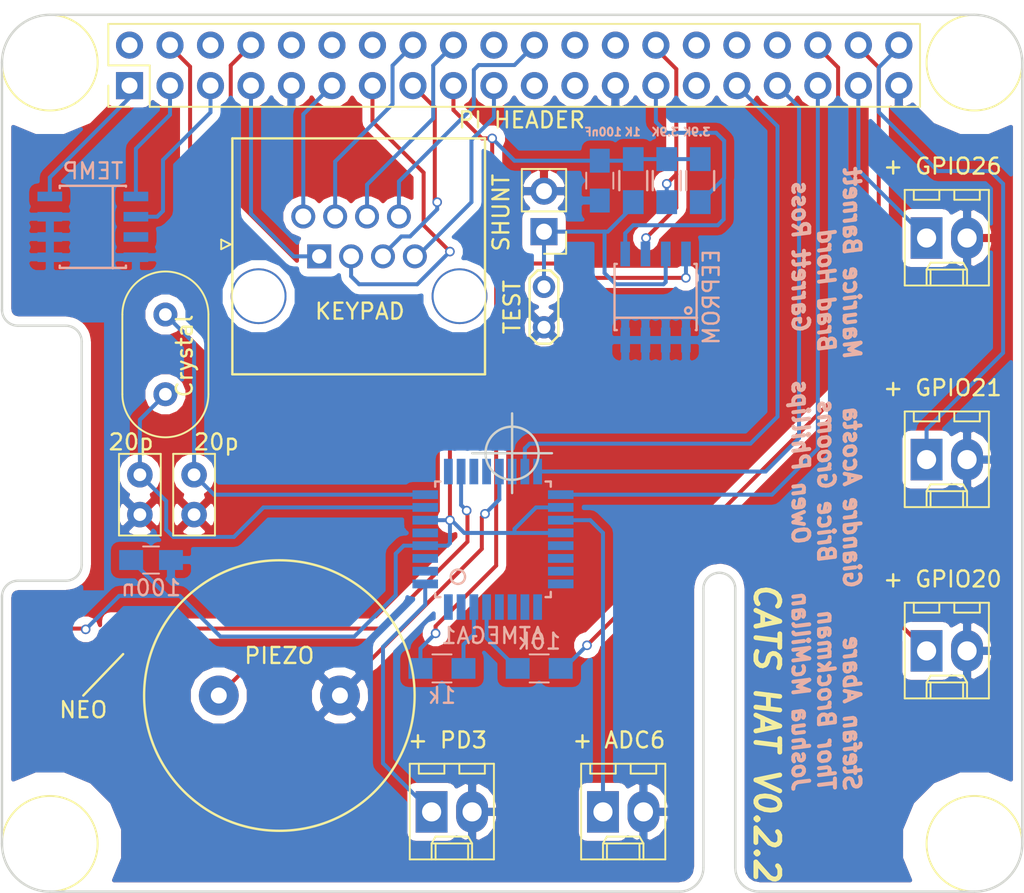
<source format=kicad_pcb>
(kicad_pcb (version 4) (host pcbnew 4.0.4-stable)

  (general
    (links 80)
    (no_connects 14)
    (area 79.650001 53.1 174.85 127.070001)
    (thickness 1.6)
    (drawings 54)
    (tracks 289)
    (zones 0)
    (modules 28)
    (nets 57)
  )

  (page A4)
  (layers
    (0 F.Cu signal)
    (31 B.Cu signal)
    (32 B.Adhes user hide)
    (33 F.Adhes user hide)
    (34 B.Paste user hide)
    (35 F.Paste user hide)
    (36 B.SilkS user)
    (37 F.SilkS user)
    (38 B.Mask user hide)
    (39 F.Mask user hide)
    (40 Dwgs.User user hide)
    (41 Cmts.User user hide)
    (42 Eco1.User user hide)
    (43 Eco2.User user hide)
    (44 Edge.Cuts user)
    (45 Margin user hide)
    (46 B.CrtYd user hide)
    (47 F.CrtYd user hide)
    (48 B.Fab user hide)
    (49 F.Fab user hide)
  )

  (setup
    (last_trace_width 0.25)
    (trace_clearance 0.2)
    (zone_clearance 0.508)
    (zone_45_only yes)
    (trace_min 0.2)
    (segment_width 0.15)
    (edge_width 0.15)
    (via_size 0.6)
    (via_drill 0.4)
    (via_min_size 0.4)
    (via_min_drill 0.3)
    (uvia_size 0.3)
    (uvia_drill 0.1)
    (uvias_allowed no)
    (uvia_min_size 0.2)
    (uvia_min_drill 0.1)
    (pcb_text_width 0.3)
    (pcb_text_size 1.5 1.5)
    (mod_edge_width 0.15)
    (mod_text_size 1 1)
    (mod_text_width 0.15)
    (pad_size 2 2.6)
    (pad_drill 1.2)
    (pad_to_mask_clearance 0.2)
    (aux_axis_origin 155 65)
    (visible_elements 7FFFF7FF)
    (pcbplotparams
      (layerselection 0x00030_80000001)
      (usegerberextensions false)
      (excludeedgelayer true)
      (linewidth 0.100000)
      (plotframeref false)
      (viasonmask false)
      (mode 1)
      (useauxorigin false)
      (hpglpennumber 1)
      (hpglpenspeed 20)
      (hpglpendiameter 15)
      (hpglpenoverlay 2)
      (psnegative false)
      (psa4output false)
      (plotreference true)
      (plotvalue true)
      (plotinvisibletext false)
      (padsonsilk false)
      (subtractmaskfromsilk false)
      (outputformat 1)
      (mirror false)
      (drillshape 1)
      (scaleselection 1)
      (outputdirectory ""))
  )

  (net 0 "")
  (net 1 +3V3)
  (net 2 GND)
  (net 3 +5V)
  (net 4 /GPIO2)
  (net 5 /GPIO3)
  (net 6 /GPIO4)
  (net 7 /GPIO17)
  (net 8 /GPIO18)
  (net 9 /GPIO27)
  (net 10 /GPIO22)
  (net 11 /GPIO23)
  (net 12 /GPIO24)
  (net 13 /GPIO10)
  (net 14 /GPIO9)
  (net 15 /GPIO25)
  (net 16 /GPIO11)
  (net 17 /GPIO8)
  (net 18 /GPIO7)
  (net 19 /ID_SD)
  (net 20 /ID_SC)
  (net 21 /GPIO5)
  (net 22 /GPIO6)
  (net 23 /GPIO12)
  (net 24 /GPIO13)
  (net 25 /GPIO19)
  (net 26 /GPIO16)
  (net 27 /GPIO26)
  (net 28 /GPIO20)
  (net 29 /GPIO21)
  (net 30 "Net-(ID_EEPROM1-Pad7)")
  (net 31 "Net-(temp1-Pad3)")
  (net 32 "Net-(P4-PadDOUT)")
  (net 33 /PD3)
  (net 34 "Net-(ATMEGA1-Pad2)")
  (net 35 "Net-(ATMEGA1-Pad7)")
  (net 36 "Net-(ATMEGA1-Pad8)")
  (net 37 "Net-(ATMEGA1-Pad9)")
  (net 38 /PD6)
  (net 39 "Net-(ATMEGA1-Pad11)")
  (net 40 "Net-(ATMEGA1-Pad12)")
  (net 41 /PB1)
  (net 42 "Net-(ATMEGA1-Pad14)")
  (net 43 /ADC6)
  (net 44 "Net-(ATMEGA1-Pad22)")
  (net 45 "Net-(ATMEGA1-Pad23)")
  (net 46 "Net-(ATMEGA1-Pad24)")
  (net 47 "Net-(ATMEGA1-Pad25)")
  (net 48 "Net-(ATMEGA1-Pad26)")
  (net 49 "Net-(ATMEGA1-Pad27)")
  (net 50 "Net-(ATMEGA1-Pad28)")
  (net 51 "Net-(ATMEGA1-Pad29)")
  (net 52 "Net-(ATMEGA1-Pad30)")
  (net 53 "Net-(ATMEGA1-Pad31)")
  (net 54 "Net-(ATMEGA1-Pad32)")
  (net 55 /UART_TXD)
  (net 56 /UART_RXD)

  (net_class Default "This is the default net class."
    (clearance 0.2)
    (trace_width 0.25)
    (via_dia 0.6)
    (via_drill 0.4)
    (uvia_dia 0.3)
    (uvia_drill 0.1)
    (add_net +3V3)
    (add_net +5V)
    (add_net /ADC6)
    (add_net /GPIO10)
    (add_net /GPIO11)
    (add_net /GPIO12)
    (add_net /GPIO13)
    (add_net /GPIO16)
    (add_net /GPIO17)
    (add_net /GPIO18)
    (add_net /GPIO19)
    (add_net /GPIO2)
    (add_net /GPIO20)
    (add_net /GPIO21)
    (add_net /GPIO22)
    (add_net /GPIO23)
    (add_net /GPIO24)
    (add_net /GPIO25)
    (add_net /GPIO26)
    (add_net /GPIO27)
    (add_net /GPIO3)
    (add_net /GPIO4)
    (add_net /GPIO5)
    (add_net /GPIO6)
    (add_net /GPIO7)
    (add_net /GPIO8)
    (add_net /GPIO9)
    (add_net /ID_SC)
    (add_net /ID_SD)
    (add_net /PB1)
    (add_net /PD3)
    (add_net /PD6)
    (add_net /UART_RXD)
    (add_net /UART_TXD)
    (add_net GND)
    (add_net "Net-(ATMEGA1-Pad11)")
    (add_net "Net-(ATMEGA1-Pad12)")
    (add_net "Net-(ATMEGA1-Pad14)")
    (add_net "Net-(ATMEGA1-Pad2)")
    (add_net "Net-(ATMEGA1-Pad22)")
    (add_net "Net-(ATMEGA1-Pad23)")
    (add_net "Net-(ATMEGA1-Pad24)")
    (add_net "Net-(ATMEGA1-Pad25)")
    (add_net "Net-(ATMEGA1-Pad26)")
    (add_net "Net-(ATMEGA1-Pad27)")
    (add_net "Net-(ATMEGA1-Pad28)")
    (add_net "Net-(ATMEGA1-Pad29)")
    (add_net "Net-(ATMEGA1-Pad30)")
    (add_net "Net-(ATMEGA1-Pad31)")
    (add_net "Net-(ATMEGA1-Pad32)")
    (add_net "Net-(ATMEGA1-Pad7)")
    (add_net "Net-(ATMEGA1-Pad8)")
    (add_net "Net-(ATMEGA1-Pad9)")
    (add_net "Net-(ID_EEPROM1-Pad7)")
    (add_net "Net-(P4-PadDOUT)")
    (add_net "Net-(temp1-Pad3)")
  )

  (module PIEZO (layer F.Cu) (tedit 592B347D) (tstamp 592A2753)
    (at 111.4 104.7)
    (path /5889681E)
    (fp_text reference PIEZO (at 0 -2.5) (layer F.SilkS)
      (effects (font (size 1 1) (thickness 0.15)))
    )
    (fp_text value Piezo (at 0 3) (layer F.Fab)
      (effects (font (size 1 1) (thickness 0.15)))
    )
    (fp_circle (center 0 0) (end 6 -6) (layer F.SilkS) (width 0.15))
    (pad 2 thru_hole circle (at 3.8 0) (size 2.5 2.5) (drill 1) (layers *.Cu *.Mask)
      (net 2 GND))
    (pad 1 thru_hole circle (at -3.8 0) (size 2.5 2.5) (drill 1) (layers *.Cu *.Mask)
      (net 41 /PB1))
  )

  (module Neo_RGB_LED (layer F.Cu) (tedit 592B1A6E) (tstamp 592A2729)
    (at 99.1 102.1 180)
    (descr http://www.cree.com/~/media/Files/Cree/LED-Components-and-Modules/HB/Data-Sheets/CLMVBFKA.pdf)
    (tags "LED Cree PLCC-4")
    (path /5893A761)
    (attr smd)
    (fp_text reference NEO (at 0 -3.5 180) (layer F.SilkS)
      (effects (font (size 1 1) (thickness 0.15)))
    )
    (fp_text value Neo_LED_RGB_IC (at -2.1 0.05 180) (layer F.Fab)
      (effects (font (size 1 1) (thickness 0.15)))
    )
    (fp_line (start 0 -2.6) (end -2.5 0) (layer F.SilkS) (width 0.15))
    (fp_line (start 3.75 -2.85) (end -3.75 -2.85) (layer F.CrtYd) (width 0.05))
    (fp_line (start 3.75 2.85) (end 3.75 -2.85) (layer F.CrtYd) (width 0.05))
    (fp_line (start -3.75 2.85) (end 3.75 2.85) (layer F.CrtYd) (width 0.05))
    (fp_line (start -3.75 -2.85) (end -3.75 2.85) (layer F.CrtYd) (width 0.05))
    (fp_line (start -1.5 -2.5) (end -2.5 -1.5) (layer F.Fab) (width 0.1))
    (fp_line (start -2.5 -2.5) (end -2.5 2.5) (layer F.Fab) (width 0.1))
    (fp_line (start -2.5 2.5) (end 2.5 2.5) (layer F.Fab) (width 0.1))
    (fp_line (start 2.5 2.5) (end 2.5 -2.5) (layer F.Fab) (width 0.1))
    (fp_line (start 2.5 -2.5) (end -2.5 -2.5) (layer F.Fab) (width 0.1))
    (fp_circle (center 0 0) (end 0 -2) (layer F.Fab) (width 0.1))
    (pad VDD smd rect (at 2.5 1.6 180) (size 1.6 1) (layers F.Cu F.Paste F.Mask)
      (net 3 +5V))
    (pad DOUT smd rect (at 2.5 -1.6 180) (size 1.6 1) (layers F.Cu F.Paste F.Mask)
      (net 32 "Net-(P4-PadDOUT)"))
    (pad DIN smd rect (at -2.5 1.6 180) (size 1.6 1) (layers F.Cu F.Paste F.Mask)
      (net 38 /PD6))
    (pad VSS smd rect (at -2.5 -1.6 180) (size 1.6 1) (layers F.Cu F.Paste F.Mask)
      (net 2 GND))
    (model LEDs.3dshapes/LED_Cree-PLCC4.wrl
      (at (xyz 0 0 0))
      (scale (xyz 0.39 0.39 0.39))
      (rotate (xyz 0 0 0))
    )
  )

  (module Housings_SOIC:SOIC-8_3.9x4.9mm_Pitch1.27mm (layer B.Cu) (tedit 592B1A49) (tstamp 59264032)
    (at 99.7 75.3 180)
    (descr "8-Lead Plastic Small Outline (SN) - Narrow, 3.90 mm Body [SOIC] (see Microchip Packaging Specification 00000049BS.pdf)")
    (tags "SOIC 1.27")
    (path /5889D819)
    (attr smd)
    (fp_text reference TEMP (at 0 3.5 180) (layer B.SilkS)
      (effects (font (size 1 1) (thickness 0.15)) (justify mirror))
    )
    (fp_text value LM75BD (at 0 -3.5 180) (layer B.Fab)
      (effects (font (size 1 1) (thickness 0.15)) (justify mirror))
    )
    (fp_line (start -1.25 2.55) (end -1.25 -2.6) (layer B.SilkS) (width 0.15))
    (fp_text user %R (at 0 0 180) (layer B.Fab)
      (effects (font (size 1 1) (thickness 0.15)) (justify mirror))
    )
    (fp_line (start -0.95 2.45) (end 1.95 2.45) (layer B.Fab) (width 0.1))
    (fp_line (start 1.95 2.45) (end 1.95 -2.45) (layer B.Fab) (width 0.1))
    (fp_line (start 1.95 -2.45) (end -1.95 -2.45) (layer B.Fab) (width 0.1))
    (fp_line (start -1.95 -2.45) (end -1.95 1.45) (layer B.Fab) (width 0.1))
    (fp_line (start -1.95 1.45) (end -0.95 2.45) (layer B.Fab) (width 0.1))
    (fp_line (start -3.73 2.7) (end -3.73 -2.7) (layer B.CrtYd) (width 0.05))
    (fp_line (start 3.73 2.7) (end 3.73 -2.7) (layer B.CrtYd) (width 0.05))
    (fp_line (start -3.73 2.7) (end 3.73 2.7) (layer B.CrtYd) (width 0.05))
    (fp_line (start -3.73 -2.7) (end 3.73 -2.7) (layer B.CrtYd) (width 0.05))
    (fp_line (start -2.075 2.575) (end -2.075 2.525) (layer B.SilkS) (width 0.15))
    (fp_line (start 2.075 2.575) (end 2.075 2.43) (layer B.SilkS) (width 0.15))
    (fp_line (start 2.075 -2.575) (end 2.075 -2.43) (layer B.SilkS) (width 0.15))
    (fp_line (start -2.075 -2.575) (end -2.075 -2.43) (layer B.SilkS) (width 0.15))
    (fp_line (start -2.075 2.575) (end 2.075 2.575) (layer B.SilkS) (width 0.15))
    (fp_line (start -2.075 -2.575) (end 2.075 -2.575) (layer B.SilkS) (width 0.15))
    (pad 1 smd rect (at -2.7 1.905 180) (size 1.55 0.6) (layers B.Cu B.Paste B.Mask)
      (net 4 /GPIO2))
    (pad 2 smd rect (at -2.7 0.635 180) (size 1.55 0.6) (layers B.Cu B.Paste B.Mask)
      (net 5 /GPIO3))
    (pad 3 smd rect (at -2.7 -0.635 180) (size 1.55 0.6) (layers B.Cu B.Paste B.Mask)
      (net 31 "Net-(temp1-Pad3)"))
    (pad 4 smd rect (at -2.7 -1.905 180) (size 1.55 0.6) (layers B.Cu B.Paste B.Mask)
      (net 2 GND))
    (pad 5 smd rect (at 2.7 -1.905 180) (size 1.55 0.6) (layers B.Cu B.Paste B.Mask)
      (net 2 GND))
    (pad 6 smd rect (at 2.7 -0.635 180) (size 1.55 0.6) (layers B.Cu B.Paste B.Mask)
      (net 2 GND))
    (pad 7 smd rect (at 2.7 0.635 180) (size 1.55 0.6) (layers B.Cu B.Paste B.Mask)
      (net 2 GND))
    (pad 8 smd rect (at 2.7 1.905 180) (size 1.55 0.6) (layers B.Cu B.Paste B.Mask)
      (net 1 +3V3))
    (model Housings_SOIC.3dshapes/SOIC-8_3.9x4.9mm_Pitch1.27mm.wrl
      (at (xyz 0 0 0))
      (scale (xyz 1 1 1))
      (rotate (xyz 0 0 0))
    )
  )

  (module Housings_SOIC:SOIC-8_3.9x4.9mm_Pitch1.27mm (layer B.Cu) (tedit 58E40BC4) (tstamp 5888768F)
    (at 135 79.7 90)
    (descr "8-Lead Plastic Small Outline (SN) - Narrow, 3.90 mm Body [SOIC] (see Microchip Packaging Specification 00000049BS.pdf)")
    (tags "SOIC 1.27")
    (path /58887B87)
    (attr smd)
    (fp_text reference EEPROM (at 0 3.5 90) (layer B.SilkS)
      (effects (font (size 1 1) (thickness 0.15)) (justify mirror))
    )
    (fp_text value CAT24C32 (at 0 -3.5 90) (layer B.Fab)
      (effects (font (size 1 1) (thickness 0.15)) (justify mirror))
    )
    (fp_circle (center -0.85 2.05) (end -0.65 2.05) (layer B.SilkS) (width 0.15))
    (fp_line (start -1.3 2.6) (end -1.3 -2.55) (layer B.SilkS) (width 0.15))
    (fp_line (start -0.95 2.45) (end 1.95 2.45) (layer B.Fab) (width 0.15))
    (fp_line (start 1.95 2.45) (end 1.95 -2.45) (layer B.Fab) (width 0.15))
    (fp_line (start 1.95 -2.45) (end -1.95 -2.45) (layer B.Fab) (width 0.15))
    (fp_line (start -1.95 -2.45) (end -1.95 1.45) (layer B.Fab) (width 0.15))
    (fp_line (start -1.95 1.45) (end -0.95 2.45) (layer B.Fab) (width 0.15))
    (fp_line (start -3.75 2.75) (end -3.75 -2.75) (layer B.CrtYd) (width 0.05))
    (fp_line (start 3.75 2.75) (end 3.75 -2.75) (layer B.CrtYd) (width 0.05))
    (fp_line (start -3.75 2.75) (end 3.75 2.75) (layer B.CrtYd) (width 0.05))
    (fp_line (start -3.75 -2.75) (end 3.75 -2.75) (layer B.CrtYd) (width 0.05))
    (fp_line (start -2.075 2.575) (end -2.075 2.525) (layer B.SilkS) (width 0.15))
    (fp_line (start 2.075 2.575) (end 2.075 2.43) (layer B.SilkS) (width 0.15))
    (fp_line (start 2.075 -2.575) (end 2.075 -2.43) (layer B.SilkS) (width 0.15))
    (fp_line (start -2.075 -2.575) (end -2.075 -2.43) (layer B.SilkS) (width 0.15))
    (fp_line (start -2.075 2.575) (end 2.075 2.575) (layer B.SilkS) (width 0.15))
    (fp_line (start -2.075 -2.575) (end 2.075 -2.575) (layer B.SilkS) (width 0.15))
    (pad 1 smd rect (at -2.7 1.905 90) (size 1.55 0.6) (layers B.Cu B.Paste B.Mask)
      (net 2 GND))
    (pad 2 smd rect (at -2.7 0.635 90) (size 1.55 0.6) (layers B.Cu B.Paste B.Mask)
      (net 2 GND))
    (pad 3 smd rect (at -2.7 -0.635 90) (size 1.55 0.6) (layers B.Cu B.Paste B.Mask)
      (net 2 GND))
    (pad 4 smd rect (at -2.7 -1.905 90) (size 1.55 0.6) (layers B.Cu B.Paste B.Mask)
      (net 2 GND))
    (pad 5 smd rect (at 2.7 -1.905 90) (size 1.55 0.6) (layers B.Cu B.Paste B.Mask)
      (net 19 /ID_SD))
    (pad 6 smd rect (at 2.7 -0.635 90) (size 1.55 0.6) (layers B.Cu B.Paste B.Mask)
      (net 20 /ID_SC))
    (pad 7 smd rect (at 2.7 0.635 90) (size 1.55 0.6) (layers B.Cu B.Paste B.Mask)
      (net 30 "Net-(ID_EEPROM1-Pad7)"))
    (pad 8 smd rect (at 2.7 1.905 90) (size 1.55 0.6) (layers B.Cu B.Paste B.Mask)
      (net 1 +3V3))
    (model Housings_SOIC.3dshapes/SOIC-8_3.9x4.9mm_Pitch1.27mm.wrl
      (at (xyz 0 0 0))
      (scale (xyz 1 1 1))
      (rotate (xyz 0 0 0))
    )
  )

  (module Capacitors_SMD:C_0805_HandSoldering (layer B.Cu) (tedit 58E470D1) (tstamp 58887683)
    (at 131.5 72.4 270)
    (descr "Capacitor SMD 0805, hand soldering")
    (tags "capacitor 0805")
    (path /58887E47)
    (attr smd)
    (fp_text reference 100nF (at -3.05 -0.21 360) (layer B.SilkS)
      (effects (font (size 0.5 0.5) (thickness 0.125)) (justify mirror))
    )
    (fp_text value 100n (at 2.9 0.1 540) (layer B.Fab)
      (effects (font (size 0.5 0.5) (thickness 0.125)) (justify mirror))
    )
    (fp_line (start -1 -0.625) (end -1 0.625) (layer B.Fab) (width 0.1))
    (fp_line (start 1 -0.625) (end -1 -0.625) (layer B.Fab) (width 0.1))
    (fp_line (start 1 0.625) (end 1 -0.625) (layer B.Fab) (width 0.1))
    (fp_line (start -1 0.625) (end 1 0.625) (layer B.Fab) (width 0.1))
    (fp_line (start -2.3 1) (end 2.3 1) (layer B.CrtYd) (width 0.05))
    (fp_line (start -2.3 -1) (end 2.3 -1) (layer B.CrtYd) (width 0.05))
    (fp_line (start -2.3 1) (end -2.3 -1) (layer B.CrtYd) (width 0.05))
    (fp_line (start 2.3 1) (end 2.3 -1) (layer B.CrtYd) (width 0.05))
    (fp_line (start 0.5 0.85) (end -0.5 0.85) (layer B.SilkS) (width 0.12))
    (fp_line (start -0.5 -0.85) (end 0.5 -0.85) (layer B.SilkS) (width 0.12))
    (pad 1 smd rect (at -1.25 0 270) (size 1.5 1.25) (layers B.Cu B.Paste B.Mask)
      (net 1 +3V3))
    (pad 2 smd rect (at 1.25 0 270) (size 1.5 1.25) (layers B.Cu B.Paste B.Mask)
      (net 2 GND))
    (model Capacitors_SMD.3dshapes/C_0805_HandSoldering.wrl
      (at (xyz 0 0 0))
      (scale (xyz 1 1 1))
      (rotate (xyz 0 0 0))
    )
  )

  (module Pin_Headers:Pin_Header_Straight_1x02_Pitch2.54mm (layer F.Cu) (tedit 58E4136D) (tstamp 588876C1)
    (at 128 75.6 180)
    (descr "Through hole straight pin header, 1x02, 2.54mm pitch, single row")
    (tags "Through hole pin header THT 1x02 2.54mm single row")
    (path /588887AA)
    (fp_text reference SHUNT (at 2.69 1.19 270) (layer F.SilkS)
      (effects (font (size 1 1) (thickness 0.15)))
    )
    (fp_text value CONN_01X02 (at 0 4.93 180) (layer F.Fab)
      (effects (font (size 1 1) (thickness 0.15)))
    )
    (fp_line (start -1.27 -1.27) (end -1.27 3.81) (layer F.Fab) (width 0.1))
    (fp_line (start -1.27 3.81) (end 1.27 3.81) (layer F.Fab) (width 0.1))
    (fp_line (start 1.27 3.81) (end 1.27 -1.27) (layer F.Fab) (width 0.1))
    (fp_line (start 1.27 -1.27) (end -1.27 -1.27) (layer F.Fab) (width 0.1))
    (fp_line (start -1.39 1.27) (end -1.39 3.93) (layer F.SilkS) (width 0.12))
    (fp_line (start -1.39 3.93) (end 1.39 3.93) (layer F.SilkS) (width 0.12))
    (fp_line (start 1.39 3.93) (end 1.39 1.27) (layer F.SilkS) (width 0.12))
    (fp_line (start 1.39 1.27) (end -1.39 1.27) (layer F.SilkS) (width 0.12))
    (fp_line (start -1.39 0) (end -1.39 -1.39) (layer F.SilkS) (width 0.12))
    (fp_line (start -1.39 -1.39) (end 0 -1.39) (layer F.SilkS) (width 0.12))
    (fp_line (start -1.6 -1.6) (end -1.6 4.1) (layer F.CrtYd) (width 0.05))
    (fp_line (start -1.6 4.1) (end 1.6 4.1) (layer F.CrtYd) (width 0.05))
    (fp_line (start 1.6 4.1) (end 1.6 -1.6) (layer F.CrtYd) (width 0.05))
    (fp_line (start 1.6 -1.6) (end -1.6 -1.6) (layer F.CrtYd) (width 0.05))
    (pad 1 thru_hole rect (at 0 0 180) (size 1.7 1.7) (drill 1) (layers *.Cu *.Mask)
      (net 30 "Net-(ID_EEPROM1-Pad7)"))
    (pad 2 thru_hole oval (at 0 2.54 180) (size 1.7 1.7) (drill 1) (layers *.Cu *.Mask)
      (net 2 GND))
    (model Pin_Headers.3dshapes/Pin_Header_Straight_1x02_Pitch2.54mm.wrl
      (at (xyz 0 -0.05 0))
      (scale (xyz 1 1 1))
      (rotate (xyz 0 0 90))
    )
  )

  (module Measurement_Points:Test_Point_2Pads (layer F.Cu) (tedit 58E41366) (tstamp 588876C7)
    (at 128 81.6 90)
    (descr "Connecteurs 2 pins")
    (tags "CONN DEV")
    (path /5888A3E7)
    (attr virtual)
    (fp_text reference TEST (at 1.27 -2 90) (layer F.SilkS)
      (effects (font (size 1 1) (thickness 0.15)))
    )
    (fp_text value horizTest (at 1.27 2 90) (layer F.Fab)
      (effects (font (size 1 1) (thickness 0.15)))
    )
    (fp_line (start -0.65 1.15) (end 3.15 1.15) (layer F.CrtYd) (width 0.05))
    (fp_line (start 3.15 1.15) (end 3.8 0.5) (layer F.CrtYd) (width 0.05))
    (fp_line (start 3.8 0.5) (end 3.8 -0.5) (layer F.CrtYd) (width 0.05))
    (fp_line (start 3.8 -0.5) (end 3.15 -1.15) (layer F.CrtYd) (width 0.05))
    (fp_line (start 3.15 -1.15) (end -0.65 -1.15) (layer F.CrtYd) (width 0.05))
    (fp_line (start -0.65 -1.15) (end -1.3 -0.5) (layer F.CrtYd) (width 0.05))
    (fp_line (start -1.3 -0.5) (end -1.3 0.5) (layer F.CrtYd) (width 0.05))
    (fp_line (start -1.3 0.5) (end -0.65 1.15) (layer F.CrtYd) (width 0.05))
    (fp_line (start -0.53 -0.9) (end 3.07 -0.9) (layer F.SilkS) (width 0.15))
    (fp_line (start 3.07 -0.9) (end 3.57 -0.4) (layer F.SilkS) (width 0.15))
    (fp_line (start 3.57 -0.4) (end 3.57 0.4) (layer F.SilkS) (width 0.15))
    (fp_line (start 3.57 0.4) (end 3.07 0.9) (layer F.SilkS) (width 0.15))
    (fp_line (start 3.07 0.9) (end -0.53 0.9) (layer F.SilkS) (width 0.15))
    (fp_line (start -0.53 0.9) (end -1.03 0.4) (layer F.SilkS) (width 0.15))
    (fp_line (start -1.03 0.4) (end -1.03 -0.4) (layer F.SilkS) (width 0.15))
    (fp_line (start -1.03 -0.4) (end -0.53 -0.9) (layer F.SilkS) (width 0.15))
    (pad 1 thru_hole circle (at 0 0 90) (size 1.4 1.4) (drill 0.8128) (layers *.Cu *.Mask)
      (net 2 GND))
    (pad 2 thru_hole circle (at 2.54 0 90) (size 1.4 1.4) (drill 0.8128) (layers *.Cu *.Mask)
      (net 30 "Net-(ID_EEPROM1-Pad7)"))
  )

  (module Resistors_SMD:R_0805_HandSoldering (layer B.Cu) (tedit 58E4712F) (tstamp 588876CD)
    (at 133.6 72.4 270)
    (descr "Resistor SMD 0805, hand soldering")
    (tags "resistor 0805")
    (path /5888803F)
    (attr smd)
    (fp_text reference 1K (at -3.05 0.04 540) (layer B.SilkS)
      (effects (font (size 0.5 0.5) (thickness 0.125)) (justify mirror))
    )
    (fp_text value 1K (at 2.89 0.05 540) (layer B.Fab)
      (effects (font (size 0.5 0.5) (thickness 0.125)) (justify mirror))
    )
    (fp_line (start -1 -0.625) (end -1 0.625) (layer B.Fab) (width 0.1))
    (fp_line (start 1 -0.625) (end -1 -0.625) (layer B.Fab) (width 0.1))
    (fp_line (start 1 0.625) (end 1 -0.625) (layer B.Fab) (width 0.1))
    (fp_line (start -1 0.625) (end 1 0.625) (layer B.Fab) (width 0.1))
    (fp_line (start -2.4 1) (end 2.4 1) (layer B.CrtYd) (width 0.05))
    (fp_line (start -2.4 -1) (end 2.4 -1) (layer B.CrtYd) (width 0.05))
    (fp_line (start -2.4 1) (end -2.4 -1) (layer B.CrtYd) (width 0.05))
    (fp_line (start 2.4 1) (end 2.4 -1) (layer B.CrtYd) (width 0.05))
    (fp_line (start 0.6 -0.875) (end -0.6 -0.875) (layer B.SilkS) (width 0.15))
    (fp_line (start -0.6 0.875) (end 0.6 0.875) (layer B.SilkS) (width 0.15))
    (pad 1 smd rect (at -1.35 0 270) (size 1.5 1.3) (layers B.Cu B.Paste B.Mask)
      (net 1 +3V3))
    (pad 2 smd rect (at 1.35 0 270) (size 1.5 1.3) (layers B.Cu B.Paste B.Mask)
      (net 30 "Net-(ID_EEPROM1-Pad7)"))
    (model Resistors_SMD.3dshapes/R_0805_HandSoldering.wrl
      (at (xyz 0 0 0))
      (scale (xyz 1 1 1))
      (rotate (xyz 0 0 0))
    )
  )

  (module Resistors_SMD:R_0805_HandSoldering (layer B.Cu) (tedit 58E470FE) (tstamp 588876D3)
    (at 135.7 72.4 270)
    (descr "Resistor SMD 0805, hand soldering")
    (tags "resistor 0805")
    (path /58888078)
    (attr smd)
    (fp_text reference 3.9K (at -3.05 0.1 540) (layer B.SilkS)
      (effects (font (size 0.5 0.5) (thickness 0.125)) (justify mirror))
    )
    (fp_text value 3.9K (at 2.89 -0.02 540) (layer B.Fab)
      (effects (font (size 0.5 0.5) (thickness 0.125)) (justify mirror))
    )
    (fp_line (start -1 -0.625) (end -1 0.625) (layer B.Fab) (width 0.1))
    (fp_line (start 1 -0.625) (end -1 -0.625) (layer B.Fab) (width 0.1))
    (fp_line (start 1 0.625) (end 1 -0.625) (layer B.Fab) (width 0.1))
    (fp_line (start -1 0.625) (end 1 0.625) (layer B.Fab) (width 0.1))
    (fp_line (start -2.4 1) (end 2.4 1) (layer B.CrtYd) (width 0.05))
    (fp_line (start -2.4 -1) (end 2.4 -1) (layer B.CrtYd) (width 0.05))
    (fp_line (start -2.4 1) (end -2.4 -1) (layer B.CrtYd) (width 0.05))
    (fp_line (start 2.4 1) (end 2.4 -1) (layer B.CrtYd) (width 0.05))
    (fp_line (start 0.6 -0.875) (end -0.6 -0.875) (layer B.SilkS) (width 0.15))
    (fp_line (start -0.6 0.875) (end 0.6 0.875) (layer B.SilkS) (width 0.15))
    (pad 1 smd rect (at -1.35 0 270) (size 1.5 1.3) (layers B.Cu B.Paste B.Mask)
      (net 1 +3V3))
    (pad 2 smd rect (at 1.35 0 270) (size 1.5 1.3) (layers B.Cu B.Paste B.Mask)
      (net 20 /ID_SC))
    (model Resistors_SMD.3dshapes/R_0805_HandSoldering.wrl
      (at (xyz 0 0 0))
      (scale (xyz 1 1 1))
      (rotate (xyz 0 0 0))
    )
  )

  (module Resistors_SMD:R_0805_HandSoldering (layer B.Cu) (tedit 58E4711D) (tstamp 588876D9)
    (at 137.8 72.4 270)
    (descr "Resistor SMD 0805, hand soldering")
    (tags "resistor 0805")
    (path /588880A9)
    (attr smd)
    (fp_text reference 3.9K (at -3.05 0.22 540) (layer B.SilkS)
      (effects (font (size 0.5 0.5) (thickness 0.125)) (justify mirror))
    )
    (fp_text value 3.9K (at 2.89 0.1 540) (layer B.Fab)
      (effects (font (size 0.5 0.5) (thickness 0.125)) (justify mirror))
    )
    (fp_line (start -1 -0.625) (end -1 0.625) (layer B.Fab) (width 0.1))
    (fp_line (start 1 -0.625) (end -1 -0.625) (layer B.Fab) (width 0.1))
    (fp_line (start 1 0.625) (end 1 -0.625) (layer B.Fab) (width 0.1))
    (fp_line (start -1 0.625) (end 1 0.625) (layer B.Fab) (width 0.1))
    (fp_line (start -2.4 1) (end 2.4 1) (layer B.CrtYd) (width 0.05))
    (fp_line (start -2.4 -1) (end 2.4 -1) (layer B.CrtYd) (width 0.05))
    (fp_line (start -2.4 1) (end -2.4 -1) (layer B.CrtYd) (width 0.05))
    (fp_line (start 2.4 1) (end 2.4 -1) (layer B.CrtYd) (width 0.05))
    (fp_line (start 0.6 -0.875) (end -0.6 -0.875) (layer B.SilkS) (width 0.15))
    (fp_line (start -0.6 0.875) (end 0.6 0.875) (layer B.SilkS) (width 0.15))
    (pad 1 smd rect (at -1.35 0 270) (size 1.5 1.3) (layers B.Cu B.Paste B.Mask)
      (net 1 +3V3))
    (pad 2 smd rect (at 1.35 0 270) (size 1.5 1.3) (layers B.Cu B.Paste B.Mask)
      (net 19 /ID_SD))
    (model Resistors_SMD.3dshapes/R_0805_HandSoldering.wrl
      (at (xyz 0 0 0))
      (scale (xyz 1 1 1))
      (rotate (xyz 0 0 0))
    )
  )

  (module .pretty:raspiMountingHole (layer F.Cu) (tedit 58890667) (tstamp 58890685)
    (at 97 65)
    (descr "module 1 pin (ou trou mecanique de percage)")
    (tags DEV)
    (fp_text reference REF** (at 0 -3.048) (layer F.SilkS) hide
      (effects (font (size 1 1) (thickness 0.15)))
    )
    (fp_text value "Mounting Hole" (at 0 3) (layer F.Fab)
      (effects (font (size 1 1) (thickness 0.15)))
    )
    (fp_circle (center 0 0) (end 2.75 0.8) (layer F.Fab) (width 0.1))
    (fp_circle (center 0 0) (end 3.1 0) (layer F.CrtYd) (width 0.05))
    (fp_circle (center 0 0) (end 0 -3) (layer F.SilkS) (width 0.12))
    (pad "" np_thru_hole circle (at 0 0) (size 2.75 2.75) (drill 2.75) (layers *.Cu *.Mask)
      (clearance 3.1))
  )

  (module .pretty:raspiMountingHole (layer F.Cu) (tedit 58890667) (tstamp 588906E1)
    (at 97 114)
    (descr "module 1 pin (ou trou mecanique de percage)")
    (tags DEV)
    (fp_text reference REF** (at 0 -3.048) (layer F.SilkS) hide
      (effects (font (size 1 1) (thickness 0.15)))
    )
    (fp_text value "Mounting Hole" (at 0 3) (layer F.Fab)
      (effects (font (size 1 1) (thickness 0.15)))
    )
    (fp_circle (center 0 0) (end 2.75 0.8) (layer F.Fab) (width 0.1))
    (fp_circle (center 0 0) (end 3.1 0) (layer F.CrtYd) (width 0.05))
    (fp_circle (center 0 0) (end 0 -3) (layer F.SilkS) (width 0.12))
    (pad "" np_thru_hole circle (at 0 0) (size 2.75 2.75) (drill 2.75) (layers *.Cu *.Mask)
      (clearance 3.1))
  )

  (module .pretty:raspiMountingHole (layer F.Cu) (tedit 58890667) (tstamp 588906F0)
    (at 155 114)
    (descr "module 1 pin (ou trou mecanique de percage)")
    (tags DEV)
    (fp_text reference REF** (at 0 -3.048) (layer F.SilkS) hide
      (effects (font (size 1 1) (thickness 0.15)))
    )
    (fp_text value "Mounting Hole" (at 0 3) (layer F.Fab)
      (effects (font (size 1 1) (thickness 0.15)))
    )
    (fp_circle (center 0 0) (end 2.75 0.8) (layer F.Fab) (width 0.1))
    (fp_circle (center 0 0) (end 3.1 0) (layer F.CrtYd) (width 0.05))
    (fp_circle (center 0 0) (end 0 -3) (layer F.SilkS) (width 0.12))
    (pad "" np_thru_hole circle (at 0 0) (size 2.75 2.75) (drill 2.75) (layers *.Cu *.Mask)
      (clearance 3.1))
  )

  (module .pretty:raspiMountingHole (layer F.Cu) (tedit 58890667) (tstamp 588906FF)
    (at 155 65)
    (descr "module 1 pin (ou trou mecanique de percage)")
    (tags DEV)
    (fp_text reference REF** (at 0 -3.048) (layer F.SilkS) hide
      (effects (font (size 1 1) (thickness 0.15)))
    )
    (fp_text value "Mounting Hole" (at 0 3) (layer F.Fab)
      (effects (font (size 1 1) (thickness 0.15)))
    )
    (fp_circle (center 0 0) (end 2.75 0.8) (layer F.Fab) (width 0.1))
    (fp_circle (center 0 0) (end 3.1 0) (layer F.CrtYd) (width 0.05))
    (fp_circle (center 0 0) (end 0 -3) (layer F.SilkS) (width 0.12))
    (pad "" np_thru_hole circle (at 0 0) (size 2.75 2.75) (drill 2.75) (layers *.Cu *.Mask)
      (clearance 3.1))
  )

  (module Connectors_Molex:Molex_KK-6410-02_02x2.54mm_Straight (layer F.Cu) (tedit 592A26F0) (tstamp 592A269F)
    (at 131.7 112)
    (descr "Connector Headers with Friction Lock, 22-27-2021, http://www.molex.com/pdm_docs/sd/022272021_sd.pdf")
    (tags "connector molex kk_6410 22-27-2021")
    (path /5888D1B3)
    (fp_text reference "+ ADC6" (at 1 -4.5) (layer F.SilkS)
      (effects (font (size 1 1) (thickness 0.15)))
    )
    (fp_text value CONN_01X02 (at 1.27 4.5) (layer F.Fab)
      (effects (font (size 1 1) (thickness 0.15)))
    )
    (fp_line (start -1.47 -3.12) (end -1.47 3.08) (layer F.Fab) (width 0.12))
    (fp_line (start -1.47 3.08) (end 4.01 3.08) (layer F.Fab) (width 0.12))
    (fp_line (start 4.01 3.08) (end 4.01 -3.12) (layer F.Fab) (width 0.12))
    (fp_line (start 4.01 -3.12) (end -1.47 -3.12) (layer F.Fab) (width 0.12))
    (fp_line (start -1.37 -3.02) (end -1.37 2.98) (layer F.SilkS) (width 0.12))
    (fp_line (start -1.37 2.98) (end 3.91 2.98) (layer F.SilkS) (width 0.12))
    (fp_line (start 3.91 2.98) (end 3.91 -3.02) (layer F.SilkS) (width 0.12))
    (fp_line (start 3.91 -3.02) (end -1.37 -3.02) (layer F.SilkS) (width 0.12))
    (fp_line (start 0 2.98) (end 0 1.98) (layer F.SilkS) (width 0.12))
    (fp_line (start 0 1.98) (end 2.54 1.98) (layer F.SilkS) (width 0.12))
    (fp_line (start 2.54 1.98) (end 2.54 2.98) (layer F.SilkS) (width 0.12))
    (fp_line (start 0 1.98) (end 0.25 1.55) (layer F.SilkS) (width 0.12))
    (fp_line (start 0.25 1.55) (end 2.29 1.55) (layer F.SilkS) (width 0.12))
    (fp_line (start 2.29 1.55) (end 2.54 1.98) (layer F.SilkS) (width 0.12))
    (fp_line (start 0.25 2.98) (end 0.25 1.98) (layer F.SilkS) (width 0.12))
    (fp_line (start 2.29 2.98) (end 2.29 1.98) (layer F.SilkS) (width 0.12))
    (fp_line (start -0.8 -3.02) (end -0.8 -2.4) (layer F.SilkS) (width 0.12))
    (fp_line (start -0.8 -2.4) (end 0.8 -2.4) (layer F.SilkS) (width 0.12))
    (fp_line (start 0.8 -2.4) (end 0.8 -3.02) (layer F.SilkS) (width 0.12))
    (fp_line (start 1.74 -3.02) (end 1.74 -2.4) (layer F.SilkS) (width 0.12))
    (fp_line (start 1.74 -2.4) (end 3.34 -2.4) (layer F.SilkS) (width 0.12))
    (fp_line (start 3.34 -2.4) (end 3.34 -3.02) (layer F.SilkS) (width 0.12))
    (fp_line (start -1.9 3.5) (end -1.9 -3.55) (layer F.CrtYd) (width 0.05))
    (fp_line (start -1.9 -3.55) (end 4.45 -3.55) (layer F.CrtYd) (width 0.05))
    (fp_line (start 4.45 -3.55) (end 4.45 3.5) (layer F.CrtYd) (width 0.05))
    (fp_line (start 4.45 3.5) (end -1.9 3.5) (layer F.CrtYd) (width 0.05))
    (fp_text user %R (at 1.27 0) (layer F.Fab)
      (effects (font (size 1 1) (thickness 0.15)))
    )
    (pad 1 thru_hole rect (at 0 0) (size 2 2.6) (drill 1.2) (layers *.Cu *.Mask)
      (net 43 /ADC6))
    (pad 2 thru_hole oval (at 2.54 0) (size 2 2.6) (drill 1.2) (layers *.Cu *.Mask)
      (net 2 GND))
    (model ${KISYS3DMOD}/Connectors_Molex.3dshapes/Molex_KK-6410-02_02x2.54mm_Straight.wrl
      (at (xyz 0 0 0))
      (scale (xyz 1 1 1))
      (rotate (xyz 0 0 0))
    )
  )

  (module Connectors_Molex:Molex_KK-6410-02_02x2.54mm_Straight (layer F.Cu) (tedit 592A26EC) (tstamp 592A26A5)
    (at 120.95 112)
    (descr "Connector Headers with Friction Lock, 22-27-2021, http://www.molex.com/pdm_docs/sd/022272021_sd.pdf")
    (tags "connector molex kk_6410 22-27-2021")
    (path /58893B9A)
    (fp_text reference "+ PD3" (at 1 -4.5) (layer F.SilkS)
      (effects (font (size 1 1) (thickness 0.15)))
    )
    (fp_text value CONN_01X02 (at 1.27 4.5 180) (layer F.Fab)
      (effects (font (size 1 1) (thickness 0.15)))
    )
    (fp_line (start -1.47 -3.12) (end -1.47 3.08) (layer F.Fab) (width 0.12))
    (fp_line (start -1.47 3.08) (end 4.01 3.08) (layer F.Fab) (width 0.12))
    (fp_line (start 4.01 3.08) (end 4.01 -3.12) (layer F.Fab) (width 0.12))
    (fp_line (start 4.01 -3.12) (end -1.47 -3.12) (layer F.Fab) (width 0.12))
    (fp_line (start -1.37 -3.02) (end -1.37 2.98) (layer F.SilkS) (width 0.12))
    (fp_line (start -1.37 2.98) (end 3.91 2.98) (layer F.SilkS) (width 0.12))
    (fp_line (start 3.91 2.98) (end 3.91 -3.02) (layer F.SilkS) (width 0.12))
    (fp_line (start 3.91 -3.02) (end -1.37 -3.02) (layer F.SilkS) (width 0.12))
    (fp_line (start 0 2.98) (end 0 1.98) (layer F.SilkS) (width 0.12))
    (fp_line (start 0 1.98) (end 2.54 1.98) (layer F.SilkS) (width 0.12))
    (fp_line (start 2.54 1.98) (end 2.54 2.98) (layer F.SilkS) (width 0.12))
    (fp_line (start 0 1.98) (end 0.25 1.55) (layer F.SilkS) (width 0.12))
    (fp_line (start 0.25 1.55) (end 2.29 1.55) (layer F.SilkS) (width 0.12))
    (fp_line (start 2.29 1.55) (end 2.54 1.98) (layer F.SilkS) (width 0.12))
    (fp_line (start 0.25 2.98) (end 0.25 1.98) (layer F.SilkS) (width 0.12))
    (fp_line (start 2.29 2.98) (end 2.29 1.98) (layer F.SilkS) (width 0.12))
    (fp_line (start -0.8 -3.02) (end -0.8 -2.4) (layer F.SilkS) (width 0.12))
    (fp_line (start -0.8 -2.4) (end 0.8 -2.4) (layer F.SilkS) (width 0.12))
    (fp_line (start 0.8 -2.4) (end 0.8 -3.02) (layer F.SilkS) (width 0.12))
    (fp_line (start 1.74 -3.02) (end 1.74 -2.4) (layer F.SilkS) (width 0.12))
    (fp_line (start 1.74 -2.4) (end 3.34 -2.4) (layer F.SilkS) (width 0.12))
    (fp_line (start 3.34 -2.4) (end 3.34 -3.02) (layer F.SilkS) (width 0.12))
    (fp_line (start -1.9 3.5) (end -1.9 -3.55) (layer F.CrtYd) (width 0.05))
    (fp_line (start -1.9 -3.55) (end 4.45 -3.55) (layer F.CrtYd) (width 0.05))
    (fp_line (start 4.45 -3.55) (end 4.45 3.5) (layer F.CrtYd) (width 0.05))
    (fp_line (start 4.45 3.5) (end -1.9 3.5) (layer F.CrtYd) (width 0.05))
    (fp_text user %R (at 1.27 0) (layer F.Fab)
      (effects (font (size 1 1) (thickness 0.15)))
    )
    (pad 1 thru_hole rect (at 0 0) (size 2 2.6) (drill 1.2) (layers *.Cu *.Mask)
      (net 33 /PD3))
    (pad 2 thru_hole oval (at 2.54 0) (size 2 2.6) (drill 1.2) (layers *.Cu *.Mask)
      (net 2 GND))
    (model ${KISYS3DMOD}/Connectors_Molex.3dshapes/Molex_KK-6410-02_02x2.54mm_Straight.wrl
      (at (xyz 0 0 0))
      (scale (xyz 1 1 1))
      (rotate (xyz 0 0 0))
    )
  )

  (module Connectors_Molex:Molex_KK-6410-02_02x2.54mm_Straight (layer F.Cu) (tedit 592A26FE) (tstamp 592A26AB)
    (at 152 101.9)
    (descr "Connector Headers with Friction Lock, 22-27-2021, http://www.molex.com/pdm_docs/sd/022272021_sd.pdf")
    (tags "connector molex kk_6410 22-27-2021")
    (path /588926FD)
    (fp_text reference "+ GPIO20" (at 1 -4.5) (layer F.SilkS)
      (effects (font (size 1 1) (thickness 0.15)))
    )
    (fp_text value CONN_01X02 (at 1.27 4.5) (layer F.Fab)
      (effects (font (size 1 1) (thickness 0.15)))
    )
    (fp_line (start -1.47 -3.12) (end -1.47 3.08) (layer F.Fab) (width 0.12))
    (fp_line (start -1.47 3.08) (end 4.01 3.08) (layer F.Fab) (width 0.12))
    (fp_line (start 4.01 3.08) (end 4.01 -3.12) (layer F.Fab) (width 0.12))
    (fp_line (start 4.01 -3.12) (end -1.47 -3.12) (layer F.Fab) (width 0.12))
    (fp_line (start -1.37 -3.02) (end -1.37 2.98) (layer F.SilkS) (width 0.12))
    (fp_line (start -1.37 2.98) (end 3.91 2.98) (layer F.SilkS) (width 0.12))
    (fp_line (start 3.91 2.98) (end 3.91 -3.02) (layer F.SilkS) (width 0.12))
    (fp_line (start 3.91 -3.02) (end -1.37 -3.02) (layer F.SilkS) (width 0.12))
    (fp_line (start 0 2.98) (end 0 1.98) (layer F.SilkS) (width 0.12))
    (fp_line (start 0 1.98) (end 2.54 1.98) (layer F.SilkS) (width 0.12))
    (fp_line (start 2.54 1.98) (end 2.54 2.98) (layer F.SilkS) (width 0.12))
    (fp_line (start 0 1.98) (end 0.25 1.55) (layer F.SilkS) (width 0.12))
    (fp_line (start 0.25 1.55) (end 2.29 1.55) (layer F.SilkS) (width 0.12))
    (fp_line (start 2.29 1.55) (end 2.54 1.98) (layer F.SilkS) (width 0.12))
    (fp_line (start 0.25 2.98) (end 0.25 1.98) (layer F.SilkS) (width 0.12))
    (fp_line (start 2.29 2.98) (end 2.29 1.98) (layer F.SilkS) (width 0.12))
    (fp_line (start -0.8 -3.02) (end -0.8 -2.4) (layer F.SilkS) (width 0.12))
    (fp_line (start -0.8 -2.4) (end 0.8 -2.4) (layer F.SilkS) (width 0.12))
    (fp_line (start 0.8 -2.4) (end 0.8 -3.02) (layer F.SilkS) (width 0.12))
    (fp_line (start 1.74 -3.02) (end 1.74 -2.4) (layer F.SilkS) (width 0.12))
    (fp_line (start 1.74 -2.4) (end 3.34 -2.4) (layer F.SilkS) (width 0.12))
    (fp_line (start 3.34 -2.4) (end 3.34 -3.02) (layer F.SilkS) (width 0.12))
    (fp_line (start -1.9 3.5) (end -1.9 -3.55) (layer F.CrtYd) (width 0.05))
    (fp_line (start -1.9 -3.55) (end 4.45 -3.55) (layer F.CrtYd) (width 0.05))
    (fp_line (start 4.45 -3.55) (end 4.45 3.5) (layer F.CrtYd) (width 0.05))
    (fp_line (start 4.45 3.5) (end -1.9 3.5) (layer F.CrtYd) (width 0.05))
    (fp_text user %R (at 1.27 0) (layer F.Fab)
      (effects (font (size 1 1) (thickness 0.15)))
    )
    (pad 1 thru_hole rect (at 0 0) (size 2 2.6) (drill 1.2) (layers *.Cu *.Mask)
      (net 28 /GPIO20))
    (pad 2 thru_hole oval (at 2.54 0) (size 2 2.6) (drill 1.2) (layers *.Cu *.Mask)
      (net 2 GND))
    (model ${KISYS3DMOD}/Connectors_Molex.3dshapes/Molex_KK-6410-02_02x2.54mm_Straight.wrl
      (at (xyz 0 0 0))
      (scale (xyz 1 1 1))
      (rotate (xyz 0 0 0))
    )
  )

  (module Connectors_Molex:Molex_KK-6410-02_02x2.54mm_Straight (layer F.Cu) (tedit 592A2704) (tstamp 592A26B1)
    (at 152 89.9)
    (descr "Connector Headers with Friction Lock, 22-27-2021, http://www.molex.com/pdm_docs/sd/022272021_sd.pdf")
    (tags "connector molex kk_6410 22-27-2021")
    (path /58893BF6)
    (fp_text reference "+ GPIO21" (at 1 -4.5) (layer F.SilkS)
      (effects (font (size 1 1) (thickness 0.15)))
    )
    (fp_text value CONN_01X02 (at 1.27 4.5) (layer F.Fab)
      (effects (font (size 1 1) (thickness 0.15)))
    )
    (fp_line (start -1.47 -3.12) (end -1.47 3.08) (layer F.Fab) (width 0.12))
    (fp_line (start -1.47 3.08) (end 4.01 3.08) (layer F.Fab) (width 0.12))
    (fp_line (start 4.01 3.08) (end 4.01 -3.12) (layer F.Fab) (width 0.12))
    (fp_line (start 4.01 -3.12) (end -1.47 -3.12) (layer F.Fab) (width 0.12))
    (fp_line (start -1.37 -3.02) (end -1.37 2.98) (layer F.SilkS) (width 0.12))
    (fp_line (start -1.37 2.98) (end 3.91 2.98) (layer F.SilkS) (width 0.12))
    (fp_line (start 3.91 2.98) (end 3.91 -3.02) (layer F.SilkS) (width 0.12))
    (fp_line (start 3.91 -3.02) (end -1.37 -3.02) (layer F.SilkS) (width 0.12))
    (fp_line (start 0 2.98) (end 0 1.98) (layer F.SilkS) (width 0.12))
    (fp_line (start 0 1.98) (end 2.54 1.98) (layer F.SilkS) (width 0.12))
    (fp_line (start 2.54 1.98) (end 2.54 2.98) (layer F.SilkS) (width 0.12))
    (fp_line (start 0 1.98) (end 0.25 1.55) (layer F.SilkS) (width 0.12))
    (fp_line (start 0.25 1.55) (end 2.29 1.55) (layer F.SilkS) (width 0.12))
    (fp_line (start 2.29 1.55) (end 2.54 1.98) (layer F.SilkS) (width 0.12))
    (fp_line (start 0.25 2.98) (end 0.25 1.98) (layer F.SilkS) (width 0.12))
    (fp_line (start 2.29 2.98) (end 2.29 1.98) (layer F.SilkS) (width 0.12))
    (fp_line (start -0.8 -3.02) (end -0.8 -2.4) (layer F.SilkS) (width 0.12))
    (fp_line (start -0.8 -2.4) (end 0.8 -2.4) (layer F.SilkS) (width 0.12))
    (fp_line (start 0.8 -2.4) (end 0.8 -3.02) (layer F.SilkS) (width 0.12))
    (fp_line (start 1.74 -3.02) (end 1.74 -2.4) (layer F.SilkS) (width 0.12))
    (fp_line (start 1.74 -2.4) (end 3.34 -2.4) (layer F.SilkS) (width 0.12))
    (fp_line (start 3.34 -2.4) (end 3.34 -3.02) (layer F.SilkS) (width 0.12))
    (fp_line (start -1.9 3.5) (end -1.9 -3.55) (layer F.CrtYd) (width 0.05))
    (fp_line (start -1.9 -3.55) (end 4.45 -3.55) (layer F.CrtYd) (width 0.05))
    (fp_line (start 4.45 -3.55) (end 4.45 3.5) (layer F.CrtYd) (width 0.05))
    (fp_line (start 4.45 3.5) (end -1.9 3.5) (layer F.CrtYd) (width 0.05))
    (fp_text user %R (at 1.27 0) (layer F.Fab)
      (effects (font (size 1 1) (thickness 0.15)))
    )
    (pad 1 thru_hole rect (at 0 0) (size 2 2.6) (drill 1.2) (layers *.Cu *.Mask)
      (net 29 /GPIO21))
    (pad 2 thru_hole oval (at 2.54 0) (size 2 2.6) (drill 1.2) (layers *.Cu *.Mask)
      (net 2 GND))
    (model ${KISYS3DMOD}/Connectors_Molex.3dshapes/Molex_KK-6410-02_02x2.54mm_Straight.wrl
      (at (xyz 0 0 0))
      (scale (xyz 1 1 1))
      (rotate (xyz 0 0 0))
    )
  )

  (module Connectors_Molex:Molex_KK-6410-02_02x2.54mm_Straight (layer F.Cu) (tedit 592A2710) (tstamp 592A26B7)
    (at 152 76)
    (descr "Connector Headers with Friction Lock, 22-27-2021, http://www.molex.com/pdm_docs/sd/022272021_sd.pdf")
    (tags "connector molex kk_6410 22-27-2021")
    (path /58941875)
    (fp_text reference "+ GPIO26" (at 1 -4.5) (layer F.SilkS)
      (effects (font (size 1 1) (thickness 0.15)))
    )
    (fp_text value CONN_01X02 (at 1.27 4.5) (layer F.Fab)
      (effects (font (size 1 1) (thickness 0.15)))
    )
    (fp_line (start -1.47 -3.12) (end -1.47 3.08) (layer F.Fab) (width 0.12))
    (fp_line (start -1.47 3.08) (end 4.01 3.08) (layer F.Fab) (width 0.12))
    (fp_line (start 4.01 3.08) (end 4.01 -3.12) (layer F.Fab) (width 0.12))
    (fp_line (start 4.01 -3.12) (end -1.47 -3.12) (layer F.Fab) (width 0.12))
    (fp_line (start -1.37 -3.02) (end -1.37 2.98) (layer F.SilkS) (width 0.12))
    (fp_line (start -1.37 2.98) (end 3.91 2.98) (layer F.SilkS) (width 0.12))
    (fp_line (start 3.91 2.98) (end 3.91 -3.02) (layer F.SilkS) (width 0.12))
    (fp_line (start 3.91 -3.02) (end -1.37 -3.02) (layer F.SilkS) (width 0.12))
    (fp_line (start 0 2.98) (end 0 1.98) (layer F.SilkS) (width 0.12))
    (fp_line (start 0 1.98) (end 2.54 1.98) (layer F.SilkS) (width 0.12))
    (fp_line (start 2.54 1.98) (end 2.54 2.98) (layer F.SilkS) (width 0.12))
    (fp_line (start 0 1.98) (end 0.25 1.55) (layer F.SilkS) (width 0.12))
    (fp_line (start 0.25 1.55) (end 2.29 1.55) (layer F.SilkS) (width 0.12))
    (fp_line (start 2.29 1.55) (end 2.54 1.98) (layer F.SilkS) (width 0.12))
    (fp_line (start 0.25 2.98) (end 0.25 1.98) (layer F.SilkS) (width 0.12))
    (fp_line (start 2.29 2.98) (end 2.29 1.98) (layer F.SilkS) (width 0.12))
    (fp_line (start -0.8 -3.02) (end -0.8 -2.4) (layer F.SilkS) (width 0.12))
    (fp_line (start -0.8 -2.4) (end 0.8 -2.4) (layer F.SilkS) (width 0.12))
    (fp_line (start 0.8 -2.4) (end 0.8 -3.02) (layer F.SilkS) (width 0.12))
    (fp_line (start 1.74 -3.02) (end 1.74 -2.4) (layer F.SilkS) (width 0.12))
    (fp_line (start 1.74 -2.4) (end 3.34 -2.4) (layer F.SilkS) (width 0.12))
    (fp_line (start 3.34 -2.4) (end 3.34 -3.02) (layer F.SilkS) (width 0.12))
    (fp_line (start -1.9 3.5) (end -1.9 -3.55) (layer F.CrtYd) (width 0.05))
    (fp_line (start -1.9 -3.55) (end 4.45 -3.55) (layer F.CrtYd) (width 0.05))
    (fp_line (start 4.45 -3.55) (end 4.45 3.5) (layer F.CrtYd) (width 0.05))
    (fp_line (start 4.45 3.5) (end -1.9 3.5) (layer F.CrtYd) (width 0.05))
    (fp_text user %R (at 1.27 0) (layer F.Fab)
      (effects (font (size 1 1) (thickness 0.15)))
    )
    (pad 1 thru_hole rect (at 0 0) (size 2 2.6) (drill 1.2) (layers *.Cu *.Mask)
      (net 27 /GPIO26))
    (pad 2 thru_hole oval (at 2.54 0) (size 2 2.6) (drill 1.2) (layers *.Cu *.Mask)
      (net 2 GND))
    (model ${KISYS3DMOD}/Connectors_Molex.3dshapes/Molex_KK-6410-02_02x2.54mm_Straight.wrl
      (at (xyz 0 0 0))
      (scale (xyz 1 1 1))
      (rotate (xyz 0 0 0))
    )
  )

  (module Crystals:Resonator-2pin_w10.0mm_h5.0mm (layer F.Cu) (tedit 592B1A7D) (tstamp 592A26E1)
    (at 104.25 85.8 90)
    (descr "Ceramic Resomator/Filter 10.0x5.0 RedFrequency MG/MT/MX series, http://www.red-frequency.com/download/datenblatt/redfrequency-datenblatt-ir-zta.pdf, length*width=10.0x5.0mm^2 package, package length=10.0mm, package width=5.0mm, 2 pins")
    (tags "THT ceramic resonator filter")
    (path /592A2994)
    (fp_text reference Crystal (at 2.4 1.2 90) (layer F.SilkS)
      (effects (font (size 1 1) (thickness 0.15)))
    )
    (fp_text value "16 MHz Crystal" (at 2.5 3.7 90) (layer F.Fab)
      (effects (font (size 1 1) (thickness 0.15)))
    )
    (fp_text user %R (at 2.5 0 90) (layer F.Fab)
      (effects (font (size 1 1) (thickness 0.15)))
    )
    (fp_line (start 0 -2.5) (end 5 -2.5) (layer F.Fab) (width 0.1))
    (fp_line (start 0 2.5) (end 5 2.5) (layer F.Fab) (width 0.1))
    (fp_line (start 0 -2.5) (end 5 -2.5) (layer F.Fab) (width 0.1))
    (fp_line (start 0 2.5) (end 5 2.5) (layer F.Fab) (width 0.1))
    (fp_line (start 0 -2.7) (end 5 -2.7) (layer F.SilkS) (width 0.12))
    (fp_line (start 0 2.7) (end 5 2.7) (layer F.SilkS) (width 0.12))
    (fp_line (start -3 -3) (end -3 3) (layer F.CrtYd) (width 0.05))
    (fp_line (start -3 3) (end 8 3) (layer F.CrtYd) (width 0.05))
    (fp_line (start 8 3) (end 8 -3) (layer F.CrtYd) (width 0.05))
    (fp_line (start 8 -3) (end -3 -3) (layer F.CrtYd) (width 0.05))
    (fp_arc (start 0 0) (end 0 -2.5) (angle -180) (layer F.Fab) (width 0.1))
    (fp_arc (start 5 0) (end 5 -2.5) (angle 180) (layer F.Fab) (width 0.1))
    (fp_arc (start 0 0) (end 0 -2.5) (angle -180) (layer F.Fab) (width 0.1))
    (fp_arc (start 5 0) (end 5 -2.5) (angle 180) (layer F.Fab) (width 0.1))
    (fp_arc (start 0 0) (end 0 -2.7) (angle -180) (layer F.SilkS) (width 0.12))
    (fp_arc (start 5 0) (end 5 -2.7) (angle 180) (layer F.SilkS) (width 0.12))
    (pad 1 thru_hole circle (at 0 0 90) (size 1.5 1.5) (drill 0.8) (layers *.Cu *.Mask)
      (net 35 "Net-(ATMEGA1-Pad7)"))
    (pad 2 thru_hole circle (at 5 0 90) (size 1.5 1.5) (drill 0.8) (layers *.Cu *.Mask)
      (net 36 "Net-(ATMEGA1-Pad8)"))
    (model ${KISYS3DMOD}/Crystals.3dshapes/Resonator-2pin_w10.0mm_h5.0mm.wrl
      (at (xyz 0 0 0))
      (scale (xyz 0.393701 0.393701 0.393701))
      (rotate (xyz 0 0 0))
    )
  )

  (module Pin_Headers:Pin_Header_Straight_2x20_Pitch2.54mm (layer F.Cu) (tedit 592B1B7D) (tstamp 592A270D)
    (at 102 66.44 90)
    (descr "Through hole straight pin header, 2x20, 2.54mm pitch, double rows")
    (tags "Through hole pin header THT 2x20 2.54mm double row")
    (path /588857EE)
    (fp_text reference "PI HEADER" (at -2.16 24.6 180) (layer F.SilkS)
      (effects (font (size 1 1) (thickness 0.15)))
    )
    (fp_text value CONN_02X20 (at 1.27 50.59 90) (layer F.Fab)
      (effects (font (size 1 1) (thickness 0.15)))
    )
    (fp_line (start -1.27 -1.27) (end -1.27 49.53) (layer F.Fab) (width 0.1))
    (fp_line (start -1.27 49.53) (end 3.81 49.53) (layer F.Fab) (width 0.1))
    (fp_line (start 3.81 49.53) (end 3.81 -1.27) (layer F.Fab) (width 0.1))
    (fp_line (start 3.81 -1.27) (end -1.27 -1.27) (layer F.Fab) (width 0.1))
    (fp_line (start -1.33 1.27) (end -1.33 49.59) (layer F.SilkS) (width 0.12))
    (fp_line (start -1.33 49.59) (end 3.87 49.59) (layer F.SilkS) (width 0.12))
    (fp_line (start 3.87 49.59) (end 3.87 -1.33) (layer F.SilkS) (width 0.12))
    (fp_line (start 3.87 -1.33) (end 1.27 -1.33) (layer F.SilkS) (width 0.12))
    (fp_line (start 1.27 -1.33) (end 1.27 1.27) (layer F.SilkS) (width 0.12))
    (fp_line (start 1.27 1.27) (end -1.33 1.27) (layer F.SilkS) (width 0.12))
    (fp_line (start -1.33 0) (end -1.33 -1.33) (layer F.SilkS) (width 0.12))
    (fp_line (start -1.33 -1.33) (end 0 -1.33) (layer F.SilkS) (width 0.12))
    (fp_line (start -1.8 -1.8) (end -1.8 50.05) (layer F.CrtYd) (width 0.05))
    (fp_line (start -1.8 50.05) (end 4.35 50.05) (layer F.CrtYd) (width 0.05))
    (fp_line (start 4.35 50.05) (end 4.35 -1.8) (layer F.CrtYd) (width 0.05))
    (fp_line (start 4.35 -1.8) (end -1.8 -1.8) (layer F.CrtYd) (width 0.05))
    (fp_text user %R (at 1.27 -2.33 90) (layer F.Fab)
      (effects (font (size 1 1) (thickness 0.15)))
    )
    (pad 1 thru_hole rect (at 0 0 90) (size 1.7 1.7) (drill 1) (layers *.Cu *.Mask)
      (net 1 +3V3))
    (pad 2 thru_hole oval (at 2.54 0 90) (size 1.7 1.7) (drill 1) (layers *.Cu *.Mask)
      (net 3 +5V))
    (pad 3 thru_hole oval (at 0 2.54 90) (size 1.7 1.7) (drill 1) (layers *.Cu *.Mask)
      (net 4 /GPIO2))
    (pad 4 thru_hole oval (at 2.54 2.54 90) (size 1.7 1.7) (drill 1) (layers *.Cu *.Mask)
      (net 3 +5V))
    (pad 5 thru_hole oval (at 0 5.08 90) (size 1.7 1.7) (drill 1) (layers *.Cu *.Mask)
      (net 5 /GPIO3))
    (pad 6 thru_hole oval (at 2.54 5.08 90) (size 1.7 1.7) (drill 1) (layers *.Cu *.Mask)
      (net 2 GND))
    (pad 7 thru_hole oval (at 0 7.62 90) (size 1.7 1.7) (drill 1) (layers *.Cu *.Mask)
      (net 6 /GPIO4))
    (pad 8 thru_hole oval (at 2.54 7.62 90) (size 1.7 1.7) (drill 1) (layers *.Cu *.Mask)
      (net 55 /UART_TXD))
    (pad 9 thru_hole oval (at 0 10.16 90) (size 1.7 1.7) (drill 1) (layers *.Cu *.Mask)
      (net 2 GND))
    (pad 10 thru_hole oval (at 2.54 10.16 90) (size 1.7 1.7) (drill 1) (layers *.Cu *.Mask)
      (net 56 /UART_RXD))
    (pad 11 thru_hole oval (at 0 12.7 90) (size 1.7 1.7) (drill 1) (layers *.Cu *.Mask)
      (net 7 /GPIO17))
    (pad 12 thru_hole oval (at 2.54 12.7 90) (size 1.7 1.7) (drill 1) (layers *.Cu *.Mask)
      (net 8 /GPIO18))
    (pad 13 thru_hole oval (at 0 15.24 90) (size 1.7 1.7) (drill 1) (layers *.Cu *.Mask)
      (net 9 /GPIO27))
    (pad 14 thru_hole oval (at 2.54 15.24 90) (size 1.7 1.7) (drill 1) (layers *.Cu *.Mask)
      (net 2 GND))
    (pad 15 thru_hole oval (at 0 17.78 90) (size 1.7 1.7) (drill 1) (layers *.Cu *.Mask)
      (net 10 /GPIO22))
    (pad 16 thru_hole oval (at 2.54 17.78 90) (size 1.7 1.7) (drill 1) (layers *.Cu *.Mask)
      (net 11 /GPIO23))
    (pad 17 thru_hole oval (at 0 20.32 90) (size 1.7 1.7) (drill 1) (layers *.Cu *.Mask)
      (net 1 +3V3))
    (pad 18 thru_hole oval (at 2.54 20.32 90) (size 1.7 1.7) (drill 1) (layers *.Cu *.Mask)
      (net 12 /GPIO24))
    (pad 19 thru_hole oval (at 0 22.86 90) (size 1.7 1.7) (drill 1) (layers *.Cu *.Mask)
      (net 13 /GPIO10))
    (pad 20 thru_hole oval (at 2.54 22.86 90) (size 1.7 1.7) (drill 1) (layers *.Cu *.Mask)
      (net 2 GND))
    (pad 21 thru_hole oval (at 0 25.4 90) (size 1.7 1.7) (drill 1) (layers *.Cu *.Mask)
      (net 14 /GPIO9))
    (pad 22 thru_hole oval (at 2.54 25.4 90) (size 1.7 1.7) (drill 1) (layers *.Cu *.Mask)
      (net 15 /GPIO25))
    (pad 23 thru_hole oval (at 0 27.94 90) (size 1.7 1.7) (drill 1) (layers *.Cu *.Mask)
      (net 16 /GPIO11))
    (pad 24 thru_hole oval (at 2.54 27.94 90) (size 1.7 1.7) (drill 1) (layers *.Cu *.Mask)
      (net 17 /GPIO8))
    (pad 25 thru_hole oval (at 0 30.48 90) (size 1.7 1.7) (drill 1) (layers *.Cu *.Mask)
      (net 2 GND))
    (pad 26 thru_hole oval (at 2.54 30.48 90) (size 1.7 1.7) (drill 1) (layers *.Cu *.Mask)
      (net 18 /GPIO7))
    (pad 27 thru_hole oval (at 0 33.02 90) (size 1.7 1.7) (drill 1) (layers *.Cu *.Mask)
      (net 19 /ID_SD))
    (pad 28 thru_hole oval (at 2.54 33.02 90) (size 1.7 1.7) (drill 1) (layers *.Cu *.Mask)
      (net 20 /ID_SC))
    (pad 29 thru_hole oval (at 0 35.56 90) (size 1.7 1.7) (drill 1) (layers *.Cu *.Mask)
      (net 21 /GPIO5))
    (pad 30 thru_hole oval (at 2.54 35.56 90) (size 1.7 1.7) (drill 1) (layers *.Cu *.Mask)
      (net 2 GND))
    (pad 31 thru_hole oval (at 0 38.1 90) (size 1.7 1.7) (drill 1) (layers *.Cu *.Mask)
      (net 22 /GPIO6))
    (pad 32 thru_hole oval (at 2.54 38.1 90) (size 1.7 1.7) (drill 1) (layers *.Cu *.Mask)
      (net 23 /GPIO12))
    (pad 33 thru_hole oval (at 0 40.64 90) (size 1.7 1.7) (drill 1) (layers *.Cu *.Mask)
      (net 24 /GPIO13))
    (pad 34 thru_hole oval (at 2.54 40.64 90) (size 1.7 1.7) (drill 1) (layers *.Cu *.Mask)
      (net 2 GND))
    (pad 35 thru_hole oval (at 0 43.18 90) (size 1.7 1.7) (drill 1) (layers *.Cu *.Mask)
      (net 25 /GPIO19))
    (pad 36 thru_hole oval (at 2.54 43.18 90) (size 1.7 1.7) (drill 1) (layers *.Cu *.Mask)
      (net 26 /GPIO16))
    (pad 37 thru_hole oval (at 0 45.72 90) (size 1.7 1.7) (drill 1) (layers *.Cu *.Mask)
      (net 27 /GPIO26))
    (pad 38 thru_hole oval (at 2.54 45.72 90) (size 1.7 1.7) (drill 1) (layers *.Cu *.Mask)
      (net 28 /GPIO20))
    (pad 39 thru_hole oval (at 0 48.26 90) (size 1.7 1.7) (drill 1) (layers *.Cu *.Mask)
      (net 2 GND))
    (pad 40 thru_hole oval (at 2.54 48.26 90) (size 1.7 1.7) (drill 1) (layers *.Cu *.Mask)
      (net 29 /GPIO21))
    (model ${KISYS3DMOD}/Pin_Headers.3dshapes/Pin_Header_Straight_2x20_Pitch2.54mm.wrl
      (at (xyz 0.05 -0.95 0))
      (scale (xyz 1 1 1))
      (rotate (xyz 0 0 90))
    )
  )

  (module Resistors_SMD:R_0805_HandSoldering (layer B.Cu) (tedit 592B1B3A) (tstamp 592A2747)
    (at 121.6 103)
    (descr "Resistor SMD 0805, hand soldering")
    (tags "resistor 0805")
    (path /5927814D)
    (attr smd)
    (fp_text reference 1k (at 0 1.7) (layer B.SilkS)
      (effects (font (size 1 1) (thickness 0.15)) (justify mirror))
    )
    (fp_text value 1K (at 0 -1.75) (layer B.Fab)
      (effects (font (size 1 1) (thickness 0.15)) (justify mirror))
    )
    (fp_text user %R (at 0 0) (layer B.Fab)
      (effects (font (size 0.5 0.5) (thickness 0.075)) (justify mirror))
    )
    (fp_line (start -1 -0.62) (end -1 0.62) (layer B.Fab) (width 0.1))
    (fp_line (start 1 -0.62) (end -1 -0.62) (layer B.Fab) (width 0.1))
    (fp_line (start 1 0.62) (end 1 -0.62) (layer B.Fab) (width 0.1))
    (fp_line (start -1 0.62) (end 1 0.62) (layer B.Fab) (width 0.1))
    (fp_line (start 0.6 -0.88) (end -0.6 -0.88) (layer B.SilkS) (width 0.12))
    (fp_line (start -0.6 0.88) (end 0.6 0.88) (layer B.SilkS) (width 0.12))
    (fp_line (start -2.35 0.9) (end 2.35 0.9) (layer B.CrtYd) (width 0.05))
    (fp_line (start -2.35 0.9) (end -2.35 -0.9) (layer B.CrtYd) (width 0.05))
    (fp_line (start 2.35 -0.9) (end 2.35 0.9) (layer B.CrtYd) (width 0.05))
    (fp_line (start 2.35 -0.9) (end -2.35 -0.9) (layer B.CrtYd) (width 0.05))
    (pad 1 smd rect (at -1.35 0) (size 1.5 1.3) (layers B.Cu B.Paste B.Mask)
      (net 55 /UART_TXD))
    (pad 2 smd rect (at 1.35 0) (size 1.5 1.3) (layers B.Cu B.Paste B.Mask)
      (net 52 "Net-(ATMEGA1-Pad30)"))
    (model ${KISYS3DMOD}/Resistors_SMD.3dshapes/R_0805.wrl
      (at (xyz 0 0 0))
      (scale (xyz 1 1 1))
      (rotate (xyz 0 0 0))
    )
  )

  (module Resistors_SMD:R_0805_HandSoldering (layer B.Cu) (tedit 592B1B44) (tstamp 592A274D)
    (at 127.7 103 180)
    (descr "Resistor SMD 0805, hand soldering")
    (tags "resistor 0805")
    (path /592A1176)
    (attr smd)
    (fp_text reference 10k (at 0 1.7 180) (layer B.SilkS)
      (effects (font (size 1 1) (thickness 0.15)) (justify mirror))
    )
    (fp_text value 10K (at 0 -1.75 180) (layer B.Fab)
      (effects (font (size 1 1) (thickness 0.15)) (justify mirror))
    )
    (fp_text user %R (at 0 0 180) (layer B.Fab)
      (effects (font (size 0.5 0.5) (thickness 0.075)) (justify mirror))
    )
    (fp_line (start -1 -0.62) (end -1 0.62) (layer B.Fab) (width 0.1))
    (fp_line (start 1 -0.62) (end -1 -0.62) (layer B.Fab) (width 0.1))
    (fp_line (start 1 0.62) (end 1 -0.62) (layer B.Fab) (width 0.1))
    (fp_line (start -1 0.62) (end 1 0.62) (layer B.Fab) (width 0.1))
    (fp_line (start 0.6 -0.88) (end -0.6 -0.88) (layer B.SilkS) (width 0.12))
    (fp_line (start -0.6 0.88) (end 0.6 0.88) (layer B.SilkS) (width 0.12))
    (fp_line (start -2.35 0.9) (end 2.35 0.9) (layer B.CrtYd) (width 0.05))
    (fp_line (start -2.35 0.9) (end -2.35 -0.9) (layer B.CrtYd) (width 0.05))
    (fp_line (start 2.35 -0.9) (end 2.35 0.9) (layer B.CrtYd) (width 0.05))
    (fp_line (start 2.35 -0.9) (end -2.35 -0.9) (layer B.CrtYd) (width 0.05))
    (pad 1 smd rect (at -1.35 0 180) (size 1.5 1.3) (layers B.Cu B.Paste B.Mask)
      (net 26 /GPIO16))
    (pad 2 smd rect (at 1.35 0 180) (size 1.5 1.3) (layers B.Cu B.Paste B.Mask)
      (net 51 "Net-(ATMEGA1-Pad29)"))
    (model ${KISYS3DMOD}/Resistors_SMD.3dshapes/R_0805.wrl
      (at (xyz 0 0 0))
      (scale (xyz 1 1 1))
      (rotate (xyz 0 0 0))
    )
  )

  (module Capacitors_THT:C_Disc_D5.0mm_W2.5mm_P2.50mm (layer F.Cu) (tedit 592B1AD3) (tstamp 592B0479)
    (at 102.65 93.35 90)
    (descr "C, Disc series, Radial, pin pitch=2.50mm, , diameter*width=5*2.5mm^2, Capacitor, http://cdn-reichelt.de/documents/datenblatt/B300/DS_KERKO_TC.pdf")
    (tags "C Disc series Radial pin pitch 2.50mm  diameter 5mm width 2.5mm Capacitor")
    (path /592A4716)
    (fp_text reference 20p (at 4.55 -0.55 180) (layer F.SilkS)
      (effects (font (size 1 1) (thickness 0.15)))
    )
    (fp_text value 20p (at 1.25 2.31 90) (layer F.Fab)
      (effects (font (size 1 1) (thickness 0.15)))
    )
    (fp_text user %R (at 1.25 0 90) (layer F.Fab)
      (effects (font (size 1 1) (thickness 0.15)))
    )
    (fp_line (start -1.25 -1.25) (end -1.25 1.25) (layer F.Fab) (width 0.1))
    (fp_line (start -1.25 1.25) (end 3.75 1.25) (layer F.Fab) (width 0.1))
    (fp_line (start 3.75 1.25) (end 3.75 -1.25) (layer F.Fab) (width 0.1))
    (fp_line (start 3.75 -1.25) (end -1.25 -1.25) (layer F.Fab) (width 0.1))
    (fp_line (start -1.31 -1.31) (end 3.81 -1.31) (layer F.SilkS) (width 0.12))
    (fp_line (start -1.31 1.31) (end 3.81 1.31) (layer F.SilkS) (width 0.12))
    (fp_line (start -1.31 -1.31) (end -1.31 1.31) (layer F.SilkS) (width 0.12))
    (fp_line (start 3.81 -1.31) (end 3.81 1.31) (layer F.SilkS) (width 0.12))
    (fp_line (start -1.6 -1.6) (end -1.6 1.6) (layer F.CrtYd) (width 0.05))
    (fp_line (start -1.6 1.6) (end 4.1 1.6) (layer F.CrtYd) (width 0.05))
    (fp_line (start 4.1 1.6) (end 4.1 -1.6) (layer F.CrtYd) (width 0.05))
    (fp_line (start 4.1 -1.6) (end -1.6 -1.6) (layer F.CrtYd) (width 0.05))
    (pad 1 thru_hole circle (at 0 0 90) (size 1.6 1.6) (drill 0.8) (layers *.Cu *.Mask)
      (net 2 GND))
    (pad 2 thru_hole circle (at 2.5 0 90) (size 1.6 1.6) (drill 0.8) (layers *.Cu *.Mask)
      (net 35 "Net-(ATMEGA1-Pad7)"))
    (model ${KISYS3DMOD}/Capacitors_THT.3dshapes/C_Disc_D5.0mm_W2.5mm_P2.50mm.wrl
      (at (xyz 0 0 0))
      (scale (xyz 0.393701 0.393701 0.393701))
      (rotate (xyz 0 0 0))
    )
  )

  (module Capacitors_THT:C_Disc_D5.0mm_W2.5mm_P2.50mm (layer F.Cu) (tedit 592B1AE5) (tstamp 592B047E)
    (at 106.05 93.35 90)
    (descr "C, Disc series, Radial, pin pitch=2.50mm, , diameter*width=5*2.5mm^2, Capacitor, http://cdn-reichelt.de/documents/datenblatt/B300/DS_KERKO_TC.pdf")
    (tags "C Disc series Radial pin pitch 2.50mm  diameter 5mm width 2.5mm Capacitor")
    (path /592A4B4B)
    (fp_text reference 20p (at 4.55 1.4 180) (layer F.SilkS)
      (effects (font (size 1 1) (thickness 0.15)))
    )
    (fp_text value 20p (at 1.25 2.31 90) (layer F.Fab)
      (effects (font (size 1 1) (thickness 0.15)))
    )
    (fp_text user %R (at 1.25 0 90) (layer F.Fab)
      (effects (font (size 1 1) (thickness 0.15)))
    )
    (fp_line (start -1.25 -1.25) (end -1.25 1.25) (layer F.Fab) (width 0.1))
    (fp_line (start -1.25 1.25) (end 3.75 1.25) (layer F.Fab) (width 0.1))
    (fp_line (start 3.75 1.25) (end 3.75 -1.25) (layer F.Fab) (width 0.1))
    (fp_line (start 3.75 -1.25) (end -1.25 -1.25) (layer F.Fab) (width 0.1))
    (fp_line (start -1.31 -1.31) (end 3.81 -1.31) (layer F.SilkS) (width 0.12))
    (fp_line (start -1.31 1.31) (end 3.81 1.31) (layer F.SilkS) (width 0.12))
    (fp_line (start -1.31 -1.31) (end -1.31 1.31) (layer F.SilkS) (width 0.12))
    (fp_line (start 3.81 -1.31) (end 3.81 1.31) (layer F.SilkS) (width 0.12))
    (fp_line (start -1.6 -1.6) (end -1.6 1.6) (layer F.CrtYd) (width 0.05))
    (fp_line (start -1.6 1.6) (end 4.1 1.6) (layer F.CrtYd) (width 0.05))
    (fp_line (start 4.1 1.6) (end 4.1 -1.6) (layer F.CrtYd) (width 0.05))
    (fp_line (start 4.1 -1.6) (end -1.6 -1.6) (layer F.CrtYd) (width 0.05))
    (pad 1 thru_hole circle (at 0 0 90) (size 1.6 1.6) (drill 0.8) (layers *.Cu *.Mask)
      (net 2 GND))
    (pad 2 thru_hole circle (at 2.5 0 90) (size 1.6 1.6) (drill 0.8) (layers *.Cu *.Mask)
      (net 36 "Net-(ATMEGA1-Pad8)"))
    (model ${KISYS3DMOD}/Capacitors_THT.3dshapes/C_Disc_D5.0mm_W2.5mm_P2.50mm.wrl
      (at (xyz 0 0 0))
      (scale (xyz 0.393701 0.393701 0.393701))
      (rotate (xyz 0 0 0))
    )
  )

  (module Capacitors_SMD:C_0805_HandSoldering (layer B.Cu) (tedit 592B06D4) (tstamp 592B0704)
    (at 103.35 96.2)
    (descr "Capacitor SMD 0805, hand soldering")
    (tags "capacitor 0805")
    (path /58938A75)
    (attr smd)
    (fp_text reference 100n (at 0 1.75) (layer B.SilkS)
      (effects (font (size 1 1) (thickness 0.15)) (justify mirror))
    )
    (fp_text value 100n (at 0 -1.75) (layer B.Fab)
      (effects (font (size 1 1) (thickness 0.15)) (justify mirror))
    )
    (fp_text user %R (at 0 1.75) (layer B.Fab)
      (effects (font (size 1 1) (thickness 0.15)) (justify mirror))
    )
    (fp_line (start -1 -0.62) (end -1 0.62) (layer B.Fab) (width 0.1))
    (fp_line (start 1 -0.62) (end -1 -0.62) (layer B.Fab) (width 0.1))
    (fp_line (start 1 0.62) (end 1 -0.62) (layer B.Fab) (width 0.1))
    (fp_line (start -1 0.62) (end 1 0.62) (layer B.Fab) (width 0.1))
    (fp_line (start 0.5 0.85) (end -0.5 0.85) (layer B.SilkS) (width 0.12))
    (fp_line (start -0.5 -0.85) (end 0.5 -0.85) (layer B.SilkS) (width 0.12))
    (fp_line (start -2.25 0.88) (end 2.25 0.88) (layer B.CrtYd) (width 0.05))
    (fp_line (start -2.25 0.88) (end -2.25 -0.87) (layer B.CrtYd) (width 0.05))
    (fp_line (start 2.25 -0.87) (end 2.25 0.88) (layer B.CrtYd) (width 0.05))
    (fp_line (start 2.25 -0.87) (end -2.25 -0.87) (layer B.CrtYd) (width 0.05))
    (pad 1 smd rect (at -1.25 0) (size 1.5 1.25) (layers B.Cu B.Paste B.Mask)
      (net 3 +5V))
    (pad 2 smd rect (at 1.25 0) (size 1.5 1.25) (layers B.Cu B.Paste B.Mask)
      (net 2 GND))
    (model Capacitors_SMD.3dshapes/C_0805.wrl
      (at (xyz 0 0 0))
      (scale (xyz 1 1 1))
      (rotate (xyz 0 0 0))
    )
  )

  (module .pretty:ATMEGA328P (layer B.Cu) (tedit 592B0CC9) (tstamp 592B0D9C)
    (at 124.8 94.9)
    (descr "32-Lead Plastic Thin Quad Flatpack (PT) - 7x7x1.0 mm Body, 2.00 mm [TQFP] (see Microchip Packaging Specification 00000049BS.pdf)")
    (tags "QFP 0.8")
    (path /592A9003)
    (attr smd)
    (fp_text reference ATMEGA1 (at 0 6.05) (layer B.SilkS)
      (effects (font (size 1 1) (thickness 0.15)) (justify mirror))
    )
    (fp_text value ATMEGA328P-A (at 0 -6.05) (layer B.Fab)
      (effects (font (size 1 1) (thickness 0.15)) (justify mirror))
    )
    (fp_circle (center -2.2 2.35) (end -1.75 2.35) (layer B.SilkS) (width 0.15))
    (fp_text user %R (at 0 0) (layer B.Fab)
      (effects (font (size 1 1) (thickness 0.15)) (justify mirror))
    )
    (fp_line (start -2.5 3.5) (end 3.5 3.5) (layer B.Fab) (width 0.15))
    (fp_line (start 3.5 3.5) (end 3.5 -3.5) (layer B.Fab) (width 0.15))
    (fp_line (start 3.5 -3.5) (end -3.5 -3.5) (layer B.Fab) (width 0.15))
    (fp_line (start -3.5 -3.5) (end -3.5 2.5) (layer B.Fab) (width 0.15))
    (fp_line (start -3.5 2.5) (end -2.5 3.5) (layer B.Fab) (width 0.15))
    (fp_line (start -5.3 5.3) (end -5.3 -5.3) (layer B.CrtYd) (width 0.05))
    (fp_line (start 5.3 5.3) (end 5.3 -5.3) (layer B.CrtYd) (width 0.05))
    (fp_line (start -5.3 5.3) (end 5.3 5.3) (layer B.CrtYd) (width 0.05))
    (fp_line (start -5.3 -5.3) (end 5.3 -5.3) (layer B.CrtYd) (width 0.05))
    (fp_line (start -3.625 3.625) (end -3.625 3.4) (layer B.SilkS) (width 0.15))
    (fp_line (start 3.625 3.625) (end 3.625 3.3) (layer B.SilkS) (width 0.15))
    (fp_line (start 3.625 -3.625) (end 3.625 -3.3) (layer B.SilkS) (width 0.15))
    (fp_line (start -3.625 -3.625) (end -3.625 -3.3) (layer B.SilkS) (width 0.15))
    (fp_line (start -3.625 3.625) (end -3.3 3.625) (layer B.SilkS) (width 0.15))
    (fp_line (start -3.625 -3.625) (end -3.3 -3.625) (layer B.SilkS) (width 0.15))
    (fp_line (start 3.625 -3.625) (end 3.3 -3.625) (layer B.SilkS) (width 0.15))
    (fp_line (start 3.625 3.625) (end 3.3 3.625) (layer B.SilkS) (width 0.15))
    (pad 1 smd rect (at -4.25 2.8) (size 1.6 0.55) (layers B.Cu B.Paste B.Mask)
      (net 33 /PD3))
    (pad 2 smd rect (at -4.25 2) (size 1.6 0.55) (layers B.Cu B.Paste B.Mask)
      (net 34 "Net-(ATMEGA1-Pad2)"))
    (pad 3 smd rect (at -4.25 1.2) (size 1.6 0.55) (layers B.Cu B.Paste B.Mask)
      (net 2 GND))
    (pad 4 smd rect (at -4.25 0.4) (size 1.6 0.55) (layers B.Cu B.Paste B.Mask)
      (net 3 +5V))
    (pad 5 smd rect (at -4.25 -0.4) (size 1.6 0.55) (layers B.Cu B.Paste B.Mask)
      (net 2 GND))
    (pad 6 smd rect (at -4.25 -1.2) (size 1.6 0.55) (layers B.Cu B.Paste B.Mask)
      (net 3 +5V))
    (pad 7 smd rect (at -4.25 -2) (size 1.6 0.55) (layers B.Cu B.Paste B.Mask)
      (net 35 "Net-(ATMEGA1-Pad7)"))
    (pad 8 smd rect (at -4.25 -2.8) (size 1.6 0.55) (layers B.Cu B.Paste B.Mask)
      (net 36 "Net-(ATMEGA1-Pad8)"))
    (pad 9 smd rect (at -2.8 -4.25 270) (size 1.6 0.55) (layers B.Cu B.Paste B.Mask)
      (net 37 "Net-(ATMEGA1-Pad9)"))
    (pad 10 smd rect (at -2 -4.25 270) (size 1.6 0.55) (layers B.Cu B.Paste B.Mask)
      (net 38 /PD6))
    (pad 11 smd rect (at -1.2 -4.25 270) (size 1.6 0.55) (layers B.Cu B.Paste B.Mask)
      (net 39 "Net-(ATMEGA1-Pad11)"))
    (pad 12 smd rect (at -0.4 -4.25 270) (size 1.6 0.55) (layers B.Cu B.Paste B.Mask)
      (net 40 "Net-(ATMEGA1-Pad12)"))
    (pad 13 smd rect (at 0.4 -4.25 270) (size 1.6 0.55) (layers B.Cu B.Paste B.Mask)
      (net 41 /PB1))
    (pad 14 smd rect (at 1.2 -4.25 270) (size 1.6 0.55) (layers B.Cu B.Paste B.Mask)
      (net 42 "Net-(ATMEGA1-Pad14)"))
    (pad 15 smd rect (at 2 -4.25 270) (size 1.6 0.55) (layers B.Cu B.Paste B.Mask)
      (net 22 /GPIO6))
    (pad 16 smd rect (at 2.8 -4.25 270) (size 1.6 0.55) (layers B.Cu B.Paste B.Mask)
      (net 24 /GPIO13))
    (pad 17 smd rect (at 4.25 -2.8) (size 1.6 0.55) (layers B.Cu B.Paste B.Mask)
      (net 25 /GPIO19))
    (pad 18 smd rect (at 4.25 -2) (size 1.6 0.55) (layers B.Cu B.Paste B.Mask)
      (net 3 +5V))
    (pad 19 smd rect (at 4.25 -1.2) (size 1.6 0.55) (layers B.Cu B.Paste B.Mask)
      (net 43 /ADC6))
    (pad 20 smd rect (at 4.25 -0.4) (size 1.6 0.55) (layers B.Cu B.Paste B.Mask)
      (net 3 +5V))
    (pad 21 smd rect (at 4.25 0.4) (size 1.6 0.55) (layers B.Cu B.Paste B.Mask)
      (net 2 GND))
    (pad 22 smd rect (at 4.25 1.2) (size 1.6 0.55) (layers B.Cu B.Paste B.Mask)
      (net 44 "Net-(ATMEGA1-Pad22)"))
    (pad 23 smd rect (at 4.25 2) (size 1.6 0.55) (layers B.Cu B.Paste B.Mask)
      (net 45 "Net-(ATMEGA1-Pad23)"))
    (pad 24 smd rect (at 4.25 2.8) (size 1.6 0.55) (layers B.Cu B.Paste B.Mask)
      (net 46 "Net-(ATMEGA1-Pad24)"))
    (pad 25 smd rect (at 2.8 4.25 270) (size 1.6 0.55) (layers B.Cu B.Paste B.Mask)
      (net 47 "Net-(ATMEGA1-Pad25)"))
    (pad 26 smd rect (at 2 4.25 270) (size 1.6 0.55) (layers B.Cu B.Paste B.Mask)
      (net 48 "Net-(ATMEGA1-Pad26)"))
    (pad 27 smd rect (at 1.2 4.25 270) (size 1.6 0.55) (layers B.Cu B.Paste B.Mask)
      (net 49 "Net-(ATMEGA1-Pad27)"))
    (pad 28 smd rect (at 0.4 4.25 270) (size 1.6 0.55) (layers B.Cu B.Paste B.Mask)
      (net 50 "Net-(ATMEGA1-Pad28)"))
    (pad 29 smd rect (at -0.4 4.25 270) (size 1.6 0.55) (layers B.Cu B.Paste B.Mask)
      (net 51 "Net-(ATMEGA1-Pad29)"))
    (pad 30 smd rect (at -1.2 4.25 270) (size 1.6 0.55) (layers B.Cu B.Paste B.Mask)
      (net 52 "Net-(ATMEGA1-Pad30)"))
    (pad 31 smd rect (at -2 4.25 270) (size 1.6 0.55) (layers B.Cu B.Paste B.Mask)
      (net 53 "Net-(ATMEGA1-Pad31)"))
    (pad 32 smd rect (at -2.8 4.25 270) (size 1.6 0.55) (layers B.Cu B.Paste B.Mask)
      (net 54 "Net-(ATMEGA1-Pad32)"))
    (model Housings_QFP.3dshapes/TQFP-32_7x7mm_Pitch0.8mm.wrl
      (at (xyz 0 0 0))
      (scale (xyz 1 1 1))
      (rotate (xyz 0 0 0))
    )
  )

  (module .pretty:Keypad_Ethernet (layer F.Cu) (tedit 592B30F1) (tstamp 592B3812)
    (at 113.9 77.15)
    (descr "JST J2100 series connector, dual row, center locking, S08B-J21DK-GG, side entry type, through hole")
    (tags "connector jst j2100 horizontal")
    (path /5888C29C)
    (fp_text reference KEYPAD (at 2.55 3.45) (layer F.SilkS)
      (effects (font (size 1 1) (thickness 0.15)))
    )
    (fp_text value CONN_01X08 (at 2.7 6.3) (layer F.Fab)
      (effects (font (size 1 1) (thickness 0.15)))
    )
    (fp_line (start -5.45 -7.4) (end 10.4 -7.4) (layer F.SilkS) (width 0.15))
    (fp_line (start 10.4 -7.4) (end 10.4 7.4) (layer F.SilkS) (width 0.15))
    (fp_line (start -5.45 7.4) (end 10.4 7.4) (layer F.SilkS) (width 0.15))
    (fp_line (start -5.45 -7.4) (end -5.45 7.4) (layer F.SilkS) (width 0.15))
    (fp_line (start -5.55 7.5) (end 10.5 7.5) (layer F.Fab) (width 0.15))
    (fp_line (start 10.5 -7.5) (end 10.5 7.5) (layer F.Fab) (width 0.15))
    (fp_line (start -5.55 -7.5) (end 10.5 -7.5) (layer F.Fab) (width 0.15))
    (fp_line (start -5.55 -7.5) (end -5.55 7.5) (layer F.Fab) (width 0.15))
    (fp_line (start -5.55 -0.75) (end -6.15 -0.45) (layer F.SilkS) (width 0.12))
    (fp_line (start -6.15 -0.45) (end -6.15 -1.05) (layer F.SilkS) (width 0.12))
    (fp_line (start -6.15 -1.05) (end -5.55 -0.75) (layer F.SilkS) (width 0.12))
    (fp_line (start -5.55 -0.75) (end -6.15 -0.45) (layer F.Fab) (width 0.1))
    (fp_line (start -6.15 -0.45) (end -6.15 -1.05) (layer F.Fab) (width 0.1))
    (fp_line (start -6.15 -1.05) (end -5.55 -0.75) (layer F.Fab) (width 0.1))
    (fp_text user %R (at 2.45 -5.5) (layer F.Fab)
      (effects (font (size 1 1) (thickness 0.15)))
    )
    (pad 1 thru_hole rect (at 0 0) (size 1.5 1.5) (drill 0.9) (layers *.Cu *.Mask)
      (net 6 /GPIO4))
    (pad 3 thru_hole circle (at 2 0) (size 1.5 1.5) (drill 1) (layers *.Cu *.Mask)
      (net 9 /GPIO27))
    (pad 5 thru_hole circle (at 4 0) (size 1.5 1.5) (drill 1) (layers *.Cu *.Mask)
      (net 10 /GPIO22))
    (pad 7 thru_hole circle (at 6 0) (size 1.5 1.5) (drill 1) (layers *.Cu *.Mask)
      (net 13 /GPIO10))
    (pad 2 thru_hole circle (at -1 -2.5) (size 1.5 1.5) (drill 1) (layers *.Cu *.Mask)
      (net 7 /GPIO17))
    (pad 4 thru_hole circle (at 1 -2.5) (size 1.5 1.5) (drill 1) (layers *.Cu *.Mask)
      (net 11 /GPIO23))
    (pad 6 thru_hole circle (at 3 -2.5) (size 1.5 1.5) (drill 1) (layers *.Cu *.Mask)
      (net 12 /GPIO24))
    (pad 8 thru_hole circle (at 5 -2.5) (size 1.5 1.5) (drill 1) (layers *.Cu *.Mask)
      (net 15 /GPIO25))
    (pad "" thru_hole circle (at -3.8 2.5) (size 3.5 3.5) (drill 3.25) (layers *.Cu *.Mask))
    (pad "" thru_hole circle (at 8.8 2.5) (size 3.5 3.5) (drill 3.25) (layers *.Cu *.Mask))
    (model Connectors_JST.3dshapes/JST_J2100_S08B-J21DK-GG_2x04x2.50mm_Angled.wrl
      (at (xyz 0 0 0))
      (scale (xyz 1 1 1))
      (rotate (xyz 0 0 0))
    )
  )

  (gr_text "Stefan Abare    Giandre Acosta    Maurice Barnett\nThor Brockman    Brice Grooms    Brad Hord\nJoshua McMillan    Owen Phillips    Garrett Ross" (at 145.7 110.85 270) (layer B.SilkS)
    (effects (font (size 1 1) (thickness 0.25) italic) (justify left mirror))
  )
  (gr_text "CATS HAT V0.2.2" (at 141.97 107.04 270) (layer F.SilkS)
    (effects (font (size 1.5 1.5) (thickness 0.3) italic))
  )
  (dimension 18 (width 0.3) (layer Dwgs.User)
    (gr_text "18.000 mm" (at 149 125.71) (layer Dwgs.User)
      (effects (font (size 1.5 1.5) (thickness 0.3)))
    )
    (feature1 (pts (xy 158 117) (xy 158 127.06)))
    (feature2 (pts (xy 140 117) (xy 140 127.06)))
    (crossbar (pts (xy 140 124.36) (xy 158 124.36)))
    (arrow1a (pts (xy 158 124.36) (xy 156.873496 124.946421)))
    (arrow1b (pts (xy 158 124.36) (xy 156.873496 123.773579)))
    (arrow2a (pts (xy 140 124.36) (xy 141.126504 124.946421)))
    (arrow2b (pts (xy 140 124.36) (xy 141.126504 123.773579)))
  )
  (dimension 2 (width 0.3) (layer Dwgs.User)
    (gr_text "2.000 mm" (at 139 93.39) (layer Dwgs.User)
      (effects (font (size 1.5 1.5) (thickness 0.3)))
    )
    (feature1 (pts (xy 140 97) (xy 140 92.04)))
    (feature2 (pts (xy 138 97) (xy 138 92.04)))
    (crossbar (pts (xy 138 94.74) (xy 140 94.74)))
    (arrow1a (pts (xy 140 94.74) (xy 138.873496 95.326421)))
    (arrow1b (pts (xy 140 94.74) (xy 138.873496 94.153579)))
    (arrow2a (pts (xy 138 94.74) (xy 139.126504 95.326421)))
    (arrow2b (pts (xy 138 94.74) (xy 139.126504 94.153579)))
  )
  (dimension 44 (width 0.3) (layer Dwgs.User)
    (gr_text "44.000 mm" (at 116 125.72) (layer Dwgs.User)
      (effects (font (size 1.5 1.5) (thickness 0.3)))
    )
    (feature1 (pts (xy 138 117) (xy 138 127.07)))
    (feature2 (pts (xy 94 117) (xy 94 127.07)))
    (crossbar (pts (xy 94 124.37) (xy 138 124.37)))
    (arrow1a (pts (xy 138 124.37) (xy 136.873496 124.956421)))
    (arrow1b (pts (xy 138 124.37) (xy 136.873496 123.783579)))
    (arrow2a (pts (xy 94 124.37) (xy 95.126504 124.956421)))
    (arrow2b (pts (xy 94 124.37) (xy 95.126504 123.783579)))
  )
  (gr_line (start 158 89.5) (end 94 89.5) (angle 90) (layer Dwgs.User) (width 0.15))
  (dimension 55 (width 0.3) (layer Dwgs.User)
    (gr_text "55.000 mm" (at 168.35 89.5 270) (layer Dwgs.User)
      (effects (font (size 1.5 1.5) (thickness 0.3)))
    )
    (feature1 (pts (xy 157.6 117) (xy 169.7 117)))
    (feature2 (pts (xy 157.6 62) (xy 169.7 62)))
    (crossbar (pts (xy 167 62) (xy 167 117)))
    (arrow1a (pts (xy 167 117) (xy 166.413579 115.873496)))
    (arrow1b (pts (xy 167 117) (xy 167.586421 115.873496)))
    (arrow2a (pts (xy 167 62) (xy 166.413579 63.126504)))
    (arrow2b (pts (xy 167 62) (xy 167.586421 63.126504)))
  )
  (target plus (at 126 89.5) (size 5) (width 0.15) (layer Edge.Cuts))
  (gr_line (start 136.5 117) (end 97 117) (angle 90) (layer Edge.Cuts) (width 0.15))
  (dimension 29 (width 0.3) (layer Dwgs.User)
    (gr_text "29.000 mm" (at 111.5 74.35) (layer Dwgs.User)
      (effects (font (size 1.5 1.5) (thickness 0.3)))
    )
    (feature1 (pts (xy 126 65) (xy 126 75.7)))
    (feature2 (pts (xy 97 65) (xy 97 75.7)))
    (crossbar (pts (xy 97 73) (xy 126 73)))
    (arrow1a (pts (xy 126 73) (xy 124.873496 73.586421)))
    (arrow1b (pts (xy 126 73) (xy 124.873496 72.413579)))
    (arrow2a (pts (xy 97 73) (xy 98.126504 73.586421)))
    (arrow2b (pts (xy 97 73) (xy 98.126504 72.413579)))
  )
  (gr_line (start 141.5 117) (end 155 117) (angle 90) (layer Edge.Cuts) (width 0.15))
  (dimension 6.4 (width 0.3) (layer Dwgs.User)
    (gr_text "6.400 mm" (at 155 54.45) (layer Dwgs.User)
      (effects (font (size 1.5 1.5) (thickness 0.3)))
    )
    (feature1 (pts (xy 158.2 65) (xy 158.2 53.1)))
    (feature2 (pts (xy 151.8 65) (xy 151.8 53.1)))
    (crossbar (pts (xy 151.8 55.8) (xy 158.2 55.8)))
    (arrow1a (pts (xy 158.2 55.8) (xy 157.073496 56.386421)))
    (arrow1b (pts (xy 158.2 55.8) (xy 157.073496 55.213579)))
    (arrow2a (pts (xy 151.8 55.8) (xy 152.926504 56.386421)))
    (arrow2b (pts (xy 151.8 55.8) (xy 152.926504 55.213579)))
  )
  (gr_circle (center 97 114) (end 97.2 117.2) (layer Dwgs.User) (width 0.2))
  (gr_circle (center 97 65) (end 97 68.2) (layer Dwgs.User) (width 0.2))
  (gr_circle (center 155 114) (end 155.2 117.2) (layer Dwgs.User) (width 0.2))
  (gr_circle (center 155 65) (end 155 68.2) (layer Dwgs.User) (width 0.2))
  (dimension 2.74 (width 0.3) (layer Dwgs.User)
    (gr_text "2.740 mm" (at 151.33 65 90) (layer Dwgs.User)
      (effects (font (size 1.5 1.5) (thickness 0.3)))
    )
    (feature1 (pts (xy 155 63.63) (xy 149.98 63.63)))
    (feature2 (pts (xy 155 66.37) (xy 149.98 66.37)))
    (crossbar (pts (xy 152.68 66.37) (xy 152.68 63.63)))
    (arrow1a (pts (xy 152.68 63.63) (xy 153.266421 64.756504)))
    (arrow1b (pts (xy 152.68 63.63) (xy 152.093579 64.756504)))
    (arrow2a (pts (xy 152.68 66.37) (xy 153.266421 65.243496)))
    (arrow2b (pts (xy 152.68 66.37) (xy 152.093579 65.243496)))
  )
  (gr_circle (center 97 65) (end 97 66.37) (layer Dwgs.User) (width 0.15) (tstamp 58884FAF))
  (gr_circle (center 97 114) (end 97 115.37) (layer Dwgs.User) (width 0.15) (tstamp 58884FAE))
  (gr_circle (center 155 114) (end 155 115.37) (layer Dwgs.User) (width 0.15) (tstamp 58884F99))
  (gr_circle (center 155 65) (end 155 66.37) (layer Dwgs.User) (width 0.15))
  (gr_line (start 138 98) (end 138 115.5) (angle 90) (layer Edge.Cuts) (width 0.15))
  (gr_line (start 140 115.5) (end 140 98) (angle 90) (layer Edge.Cuts) (width 0.15))
  (gr_line (start 140 98) (end 140 115.5) (angle 90) (layer Edge.Cuts) (width 0.15))
  (gr_arc (start 141.5 115.5) (end 141.5 117) (angle 90) (layer Edge.Cuts) (width 0.15))
  (gr_arc (start 136.5 115.5) (end 138 115.5) (angle 90) (layer Edge.Cuts) (width 0.15))
  (gr_arc (start 139 98) (end 138 98) (angle 90) (layer Edge.Cuts) (width 0.15))
  (gr_arc (start 139 98) (end 139 97) (angle 90) (layer Edge.Cuts) (width 0.15))
  (dimension 17 (width 0.3) (layer Dwgs.User)
    (gr_text "17.000 mm" (at 151.35 105.5 270) (layer Dwgs.User)
      (effects (font (size 1.5 1.5) (thickness 0.3)))
    )
    (feature1 (pts (xy 142.5 114) (xy 152.7 114)))
    (feature2 (pts (xy 142.5 97) (xy 152.7 97)))
    (crossbar (pts (xy 150 97) (xy 150 114)))
    (arrow1a (pts (xy 150 114) (xy 149.413579 112.873496)))
    (arrow1b (pts (xy 150 114) (xy 150.586421 112.873496)))
    (arrow2a (pts (xy 150 97) (xy 149.413579 98.126504)))
    (arrow2b (pts (xy 150 97) (xy 150.586421 98.126504)))
  )
  (dimension 11.5 (width 0.3) (layer Dwgs.User)
    (gr_text "11.500 mm" (at 129.15 111.25 90) (layer Dwgs.User)
      (effects (font (size 1.5 1.5) (thickness 0.3)))
    )
    (feature1 (pts (xy 135.5 105.5) (xy 127.8 105.5)))
    (feature2 (pts (xy 135.5 117) (xy 127.8 117)))
    (crossbar (pts (xy 130.5 117) (xy 130.5 105.5)))
    (arrow1a (pts (xy 130.5 105.5) (xy 131.086421 106.626504)))
    (arrow1b (pts (xy 130.5 105.5) (xy 129.913579 106.626504)))
    (arrow2a (pts (xy 130.5 117) (xy 131.086421 115.873496)))
    (arrow2b (pts (xy 130.5 117) (xy 129.913579 115.873496)))
  )
  (gr_line (start 98 97.5) (end 95 97.5) (angle 90) (layer Edge.Cuts) (width 0.15))
  (gr_line (start 99 82.5) (end 99 96.5) (angle 90) (layer Edge.Cuts) (width 0.15))
  (gr_line (start 98 81.5) (end 95 81.5) (angle 90) (layer Edge.Cuts) (width 0.15))
  (gr_arc (start 98 82.5) (end 98 81.5) (angle 90) (layer Edge.Cuts) (width 0.15))
  (gr_arc (start 98 96.5) (end 99 96.5) (angle 90) (layer Edge.Cuts) (width 0.15))
  (gr_line (start 94 65) (end 94 80.5) (angle 90) (layer Edge.Cuts) (width 0.15))
  (gr_line (start 94 98.5) (end 94 114) (angle 90) (layer Edge.Cuts) (width 0.15))
  (gr_arc (start 95 98.5) (end 94 98.5) (angle 90) (layer Edge.Cuts) (width 0.15))
  (gr_arc (start 95 80.5) (end 95 81.5) (angle 90) (layer Edge.Cuts) (width 0.15))
  (dimension 5 (width 0.3) (layer Dwgs.User)
    (gr_text "5.000 mm" (at 96.5 100.85) (layer Dwgs.User)
      (effects (font (size 1.5 1.5) (thickness 0.3)))
    )
    (feature1 (pts (xy 99 97.5) (xy 99 102.2)))
    (feature2 (pts (xy 94 97.5) (xy 94 102.2)))
    (crossbar (pts (xy 94 99.5) (xy 99 99.5)))
    (arrow1a (pts (xy 99 99.5) (xy 97.873496 100.086421)))
    (arrow1b (pts (xy 99 99.5) (xy 97.873496 98.913579)))
    (arrow2a (pts (xy 94 99.5) (xy 95.126504 100.086421)))
    (arrow2b (pts (xy 94 99.5) (xy 95.126504 98.913579)))
  )
  (dimension 5 (width 0.3) (layer Dwgs.User)
    (gr_text "5.000 mm" (at 96.5 77.150001) (layer Dwgs.User)
      (effects (font (size 1.5 1.5) (thickness 0.3)))
    )
    (feature1 (pts (xy 99 81.5) (xy 99 75.800001)))
    (feature2 (pts (xy 94 81.5) (xy 94 75.800001)))
    (crossbar (pts (xy 94 78.500001) (xy 99 78.500001)))
    (arrow1a (pts (xy 99 78.500001) (xy 97.873496 79.086422)))
    (arrow1b (pts (xy 99 78.500001) (xy 97.873496 77.91358)))
    (arrow2a (pts (xy 94 78.500001) (xy 95.126504 79.086422)))
    (arrow2b (pts (xy 94 78.500001) (xy 95.126504 77.91358)))
  )
  (dimension 19.5 (width 0.3) (layer Dwgs.User)
    (gr_text "19.500 mm" (at 86.15 71.75 270) (layer Dwgs.User)
      (effects (font (size 1.5 1.5) (thickness 0.3)))
    )
    (feature1 (pts (xy 97 81.5) (xy 84.8 81.5)))
    (feature2 (pts (xy 97 62) (xy 84.8 62)))
    (crossbar (pts (xy 87.5 62) (xy 87.5 81.5)))
    (arrow1a (pts (xy 87.5 81.5) (xy 86.913579 80.373496)))
    (arrow1b (pts (xy 87.5 81.5) (xy 88.086421 80.373496)))
    (arrow2a (pts (xy 87.5 62) (xy 86.913579 63.126504)))
    (arrow2b (pts (xy 87.5 62) (xy 88.086421 63.126504)))
  )
  (dimension 19.5 (width 0.3) (layer Dwgs.User)
    (gr_text "19.500 mm" (at 86.15 107.25 90) (layer Dwgs.User)
      (effects (font (size 1.5 1.5) (thickness 0.3)))
    )
    (feature1 (pts (xy 97 97.5) (xy 84.8 97.5)))
    (feature2 (pts (xy 97 117) (xy 84.8 117)))
    (crossbar (pts (xy 87.5 117) (xy 87.5 97.5)))
    (arrow1a (pts (xy 87.5 97.5) (xy 88.086421 98.626504)))
    (arrow1b (pts (xy 87.5 97.5) (xy 86.913579 98.626504)))
    (arrow2a (pts (xy 87.5 117) (xy 88.086421 115.873496)))
    (arrow2b (pts (xy 87.5 117) (xy 86.913579 115.873496)))
  )
  (dimension 58 (width 0.3) (layer Dwgs.User)
    (gr_text "58.000 mm" (at 126 122.35) (layer Dwgs.User)
      (effects (font (size 1.5 1.5) (thickness 0.3)))
    )
    (feature1 (pts (xy 155 117) (xy 155 123.7)))
    (feature2 (pts (xy 97 117) (xy 97 123.7)))
    (crossbar (pts (xy 97 121) (xy 155 121)))
    (arrow1a (pts (xy 155 121) (xy 153.873496 121.586421)))
    (arrow1b (pts (xy 155 121) (xy 153.873496 120.413579)))
    (arrow2a (pts (xy 97 121) (xy 98.126504 121.586421)))
    (arrow2b (pts (xy 97 121) (xy 98.126504 120.413579)))
  )
  (dimension 49 (width 0.3) (layer Dwgs.User)
    (gr_text "49.000 mm" (at 162.35 89.5 270) (layer Dwgs.User)
      (effects (font (size 1.5 1.5) (thickness 0.3)))
    )
    (feature1 (pts (xy 158 114) (xy 163.7 114)))
    (feature2 (pts (xy 158 65) (xy 163.7 65)))
    (crossbar (pts (xy 161 65) (xy 161 114)))
    (arrow1a (pts (xy 161 114) (xy 160.413579 112.873496)))
    (arrow1b (pts (xy 161 114) (xy 161.586421 112.873496)))
    (arrow2a (pts (xy 161 65) (xy 160.413579 66.126504)))
    (arrow2b (pts (xy 161 65) (xy 161.586421 66.126504)))
  )
  (dimension 58 (width 0.3) (layer Dwgs.User)
    (gr_text "58.000 mm" (at 126 58.65) (layer Dwgs.User)
      (effects (font (size 1.5 1.5) (thickness 0.3)))
    )
    (feature1 (pts (xy 155 62) (xy 155 57.3)))
    (feature2 (pts (xy 97 62) (xy 97 57.3)))
    (crossbar (pts (xy 97 60) (xy 155 60)))
    (arrow1a (pts (xy 155 60) (xy 153.873496 60.586421)))
    (arrow1b (pts (xy 155 60) (xy 153.873496 59.413579)))
    (arrow2a (pts (xy 97 60) (xy 98.126504 60.586421)))
    (arrow2b (pts (xy 97 60) (xy 98.126504 59.413579)))
  )
  (dimension 49 (width 0.3) (layer Dwgs.User)
    (gr_text "49.000 mm" (at 90.65 89.5 90) (layer Dwgs.User)
      (effects (font (size 1.5 1.5) (thickness 0.3)))
    )
    (feature1 (pts (xy 94 65) (xy 89.3 65)))
    (feature2 (pts (xy 94 114) (xy 89.3 114)))
    (crossbar (pts (xy 92 114) (xy 92 65)))
    (arrow1a (pts (xy 92 65) (xy 92.586421 66.126504)))
    (arrow1b (pts (xy 92 65) (xy 91.413579 66.126504)))
    (arrow2a (pts (xy 92 114) (xy 92.586421 112.873496)))
    (arrow2b (pts (xy 92 114) (xy 91.413579 112.873496)))
  )
  (gr_arc (start 97 114) (end 97 117) (angle 90) (layer Edge.Cuts) (width 0.15))
  (gr_arc (start 155 114) (end 158 114) (angle 90) (layer Edge.Cuts) (width 0.15))
  (gr_line (start 158 71) (end 158 114) (angle 90) (layer Edge.Cuts) (width 0.15))
  (gr_line (start 158 65) (end 158 71) (angle 90) (layer Edge.Cuts) (width 0.15))
  (gr_arc (start 97 65) (end 94 65) (angle 90) (layer Edge.Cuts) (width 0.15))
  (gr_arc (start 155 65) (end 155 62) (angle 90) (layer Edge.Cuts) (width 0.15))
  (gr_line (start 97 62) (end 155 62) (angle 90) (layer Edge.Cuts) (width 0.15))

  (segment (start 108.6 82.7) (end 108.89 82.7) (width 0.25) (layer F.Cu) (net 0))
  (segment (start 124.75 69.75) (end 124.1 69.75) (width 0.25) (layer F.Cu) (net 1))
  (segment (start 122.32 67.97) (end 122.32 66.44) (width 0.25) (layer F.Cu) (net 1) (tstamp 592B1867))
  (segment (start 124.1 69.75) (end 122.32 67.97) (width 0.25) (layer F.Cu) (net 1) (tstamp 592B1865))
  (via (at 124.75 69.75) (size 0.6) (drill 0.4) (layers F.Cu B.Cu) (net 1))
  (segment (start 133.5 71.15) (end 126.15 71.15) (width 0.25) (layer B.Cu) (net 1) (tstamp 592B181D))
  (segment (start 126.15 71.15) (end 124.75 69.75) (width 0.25) (layer B.Cu) (net 1) (tstamp 592B181C))
  (segment (start 133.5 71.15) (end 133.6 71.05) (width 0.25) (layer B.Cu) (net 1) (tstamp 592B1820))
  (segment (start 133.6 71.05) (end 137.8 71.05) (width 0.25) (layer B.Cu) (net 1) (tstamp 592B1821))
  (segment (start 102 66.44) (end 102 67.2) (width 0.25) (layer B.Cu) (net 1))
  (segment (start 102 67.2) (end 97 72.2) (width 0.25) (layer B.Cu) (net 1) (tstamp 592A2CEA))
  (segment (start 97 72.2) (end 97 73.395) (width 0.25) (layer B.Cu) (net 1) (tstamp 592A2CED))
  (segment (start 124.75 69.75) (end 124.75 76.15) (width 0.25) (layer F.Cu) (net 1))
  (segment (start 124.75 76.15) (end 126.2 77.6) (width 0.25) (layer F.Cu) (net 1) (tstamp 592A2ABB))
  (segment (start 126.2 77.6) (end 129.9 77.6) (width 0.25) (layer F.Cu) (net 1) (tstamp 592A2ABD))
  (segment (start 129.9 77.6) (end 130.8 78.5) (width 0.25) (layer F.Cu) (net 1) (tstamp 592A2AC2))
  (segment (start 130.8 78.5) (end 136.9 78.5) (width 0.25) (layer F.Cu) (net 1) (tstamp 592A2AC4))
  (via (at 136.9 78.5) (size 0.6) (drill 0.4) (layers F.Cu B.Cu) (net 1))
  (segment (start 136.9 78.5) (end 136.905 78.495) (width 0.25) (layer B.Cu) (net 1) (tstamp 592A2ACA))
  (segment (start 136.905 78.495) (end 136.905 77) (width 0.25) (layer B.Cu) (net 1) (tstamp 592A2ACB))
  (segment (start 136.905 77.105) (end 136.905 77) (width 0.25) (layer B.Cu) (net 1) (tstamp 592A2A82))
  (segment (start 133.5 71.15) (end 133.6 71.05) (width 0.25) (layer B.Cu) (net 1) (tstamp 592A297F))
  (segment (start 122.3 66.44) (end 122.56 66.44) (width 0.25) (layer B.Cu) (net 1))
  (segment (start 124.86 63.9) (end 124.86 64.06) (width 0.25) (layer B.Cu) (net 2))
  (segment (start 117.24 63.8) (end 117.24 64.15) (width 0.25) (layer B.Cu) (net 2))
  (segment (start 124.86 63.8) (end 124.86 64.13) (width 0.25) (layer F.Cu) (net 2))
  (segment (start 124.86 63.76) (end 124.74 63.76) (width 0.25) (layer B.Cu) (net 2) (status 30))
  (segment (start 142.64 63.76) (end 142.64 64.06) (width 0.25) (layer F.Cu) (net 2) (status 30))
  (segment (start 126.15 94.5) (end 126.15 94.25) (width 0.25) (layer B.Cu) (net 3))
  (segment (start 127.5 92.9) (end 129.05 92.9) (width 0.25) (layer B.Cu) (net 3) (tstamp 592B1549))
  (segment (start 126.15 94.25) (end 127.5 92.9) (width 0.25) (layer B.Cu) (net 3) (tstamp 592B1548))
  (segment (start 122.1 93.7) (end 122.2 93.7) (width 0.25) (layer B.Cu) (net 3))
  (segment (start 123 94.5) (end 126.15 94.5) (width 0.25) (layer B.Cu) (net 3) (tstamp 592B1540))
  (segment (start 126.15 94.5) (end 129.05 94.5) (width 0.25) (layer B.Cu) (net 3) (tstamp 592B1546))
  (segment (start 122.2 93.7) (end 123 94.5) (width 0.25) (layer B.Cu) (net 3) (tstamp 592B153B))
  (segment (start 122.1 93.7) (end 122.1 95.15) (width 0.25) (layer B.Cu) (net 3))
  (segment (start 121.95 95.3) (end 120.55 95.3) (width 0.25) (layer B.Cu) (net 3) (tstamp 592B1534))
  (segment (start 122.1 95.15) (end 121.95 95.3) (width 0.25) (layer B.Cu) (net 3) (tstamp 592B1531))
  (segment (start 104.54 63.9) (end 104.54 63.99) (width 0.25) (layer F.Cu) (net 3))
  (segment (start 104.54 63.99) (end 105.8 65.25) (width 0.25) (layer F.Cu) (net 3) (tstamp 592B150A))
  (segment (start 122.1 93.7) (end 120.55 93.7) (width 0.25) (layer B.Cu) (net 3) (tstamp 592B152E))
  (via (at 122.1 93.7) (size 0.6) (drill 0.4) (layers F.Cu B.Cu) (net 3))
  (segment (start 122.1 88.85) (end 122.1 93.7) (width 0.25) (layer F.Cu) (net 3) (tstamp 592B1523))
  (segment (start 120.4 87.15) (end 122.1 88.85) (width 0.25) (layer F.Cu) (net 3) (tstamp 592B151F))
  (segment (start 111.7 87.15) (end 120.4 87.15) (width 0.25) (layer F.Cu) (net 3) (tstamp 592B151A))
  (segment (start 105.8 81.25) (end 111.7 87.15) (width 0.25) (layer F.Cu) (net 3) (tstamp 592B1513))
  (segment (start 105.8 65.25) (end 105.8 81.25) (width 0.25) (layer F.Cu) (net 3) (tstamp 592B150E))
  (segment (start 104.35 98.45) (end 105.15 98.45) (width 0.25) (layer B.Cu) (net 3))
  (segment (start 105.15 98.45) (end 107.7 101) (width 0.25) (layer B.Cu) (net 3) (tstamp 592B1334))
  (segment (start 107.7 101) (end 116.1 101) (width 0.25) (layer B.Cu) (net 3) (tstamp 592B1338))
  (segment (start 116.1 101) (end 118.7 98.4) (width 0.25) (layer B.Cu) (net 3) (tstamp 592B133C))
  (segment (start 118.7 98.4) (end 118.7 95.8) (width 0.25) (layer B.Cu) (net 3) (tstamp 592B133E))
  (segment (start 118.7 95.8) (end 119.2 95.3) (width 0.25) (layer B.Cu) (net 3) (tstamp 592B1340))
  (segment (start 119.2 95.3) (end 120.55 95.3) (width 0.25) (layer B.Cu) (net 3) (tstamp 592B1342))
  (segment (start 104.35 98.45) (end 101.35 98.45) (width 0.25) (layer B.Cu) (net 3))
  (segment (start 99.2 100.5) (end 96.6 100.5) (width 0.25) (layer F.Cu) (net 3) (tstamp 592B0783))
  (segment (start 99.25 100.55) (end 99.2 100.5) (width 0.25) (layer F.Cu) (net 3) (tstamp 592B0782))
  (via (at 99.25 100.55) (size 0.6) (drill 0.4) (layers F.Cu B.Cu) (net 3))
  (segment (start 101.35 98.45) (end 99.25 100.55) (width 0.25) (layer B.Cu) (net 3) (tstamp 592B077F))
  (segment (start 104.35 98.45) (end 102.1 96.2) (width 0.25) (layer B.Cu) (net 3) (tstamp 592B077D))
  (segment (start 128.95 94.4) (end 129.05 94.5) (width 0.25) (layer B.Cu) (net 3) (tstamp 592B0770))
  (segment (start 104.54 63.9) (end 104.54 64.04) (width 0.25) (layer F.Cu) (net 3))
  (segment (start 102 63.76) (end 102.36 63.76) (width 0.25) (layer F.Cu) (net 3) (status 30))
  (segment (start 102 63.76) (end 102.02 63.76) (width 0.25) (layer F.Cu) (net 3))
  (segment (start 102 63.76) (end 102 63.7) (width 0.25) (layer B.Cu) (net 3) (status 30))
  (segment (start 104.54 63.76) (end 104.54 64.04) (width 0.25) (layer B.Cu) (net 3) (status 30))
  (segment (start 104.54 66.44) (end 104.54 68.26) (width 0.25) (layer B.Cu) (net 4))
  (segment (start 102.4 70.4) (end 102.4 73.395) (width 0.25) (layer B.Cu) (net 4) (tstamp 592A2D0F))
  (segment (start 104.54 68.26) (end 102.4 70.4) (width 0.25) (layer B.Cu) (net 4) (tstamp 592A2D0B))
  (segment (start 104.52 66.44) (end 104.52 67.05) (width 0.25) (layer B.Cu) (net 4))
  (segment (start 104.52 66.44) (end 104.52 66.77) (width 0.25) (layer F.Cu) (net 4))
  (segment (start 104.54 66.3) (end 104.54 66.96) (width 0.25) (layer F.Cu) (net 4) (status 30))
  (segment (start 104.54 66.76) (end 104.54 66.3) (width 0.25) (layer F.Cu) (net 4) (tstamp 589FDE5B) (status 30))
  (segment (start 104.54 66.3) (end 104.54 67.06) (width 0.25) (layer F.Cu) (net 4) (status 30))
  (segment (start 107.08 66.44) (end 107.08 68.12) (width 0.25) (layer B.Cu) (net 5))
  (segment (start 103.735 74.665) (end 102.4 74.665) (width 0.25) (layer B.Cu) (net 5) (tstamp 592A2D1D))
  (segment (start 104.1 74.3) (end 103.735 74.665) (width 0.25) (layer B.Cu) (net 5) (tstamp 592A2D1C))
  (segment (start 104.1 71.1) (end 104.1 74.3) (width 0.25) (layer B.Cu) (net 5) (tstamp 592A2D1A))
  (segment (start 107.08 68.12) (end 104.1 71.1) (width 0.25) (layer B.Cu) (net 5) (tstamp 592A2D14))
  (segment (start 107.06 66.44) (end 106.97 66.44) (width 0.25) (layer F.Cu) (net 5))
  (segment (start 107.06 66.44) (end 107.06 66.62) (width 0.25) (layer F.Cu) (net 5))
  (segment (start 107.08 66.3) (end 106.8 66.3) (width 0.25) (layer F.Cu) (net 5) (status 30))
  (segment (start 109.62 66.44) (end 109.62 74.47) (width 0.25) (layer B.Cu) (net 6))
  (segment (start 112.3 77.15) (end 113.9 77.15) (width 0.25) (layer B.Cu) (net 6) (tstamp 592B393F))
  (segment (start 109.62 74.47) (end 112.3 77.15) (width 0.25) (layer B.Cu) (net 6) (tstamp 592B393D))
  (segment (start 112.9 74.65) (end 112.9 68.24) (width 0.25) (layer B.Cu) (net 7))
  (segment (start 112.9 68.24) (end 114.7 66.44) (width 0.25) (layer B.Cu) (net 7) (tstamp 592B3943))
  (segment (start 114.7 66.44) (end 114.7 66.5) (width 0.25) (layer B.Cu) (net 7))
  (segment (start 114.7 66.3) (end 114.7 66.4) (width 0.25) (layer B.Cu) (net 7) (status 30))
  (segment (start 114.7 63.8) (end 114.7 63.99) (width 0.25) (layer F.Cu) (net 8))
  (segment (start 114.7 63.76) (end 114.7 64) (width 0.25) (layer F.Cu) (net 8) (status 30))
  (segment (start 115.9 77.15) (end 115.9 78.4) (width 0.25) (layer B.Cu) (net 9))
  (segment (start 117.24 68.69) (end 117.24 66.44) (width 0.25) (layer F.Cu) (net 9) (tstamp 592B3951))
  (segment (start 120.45 71.9) (end 117.24 68.69) (width 0.25) (layer F.Cu) (net 9) (tstamp 592B394F))
  (segment (start 120.45 75.2) (end 120.45 71.9) (width 0.25) (layer F.Cu) (net 9) (tstamp 592B394D))
  (segment (start 122.1 76.85) (end 120.45 75.2) (width 0.25) (layer F.Cu) (net 9) (tstamp 592B394C))
  (via (at 122.1 76.85) (size 0.6) (drill 0.4) (layers F.Cu B.Cu) (net 9))
  (segment (start 120.05 78.9) (end 122.1 76.85) (width 0.25) (layer B.Cu) (net 9) (tstamp 592B3949))
  (segment (start 116.4 78.9) (end 120.05 78.9) (width 0.25) (layer B.Cu) (net 9) (tstamp 592B3948))
  (segment (start 115.9 78.4) (end 116.4 78.9) (width 0.25) (layer B.Cu) (net 9) (tstamp 592B3947))
  (segment (start 117.9 77.15) (end 117.9 77.05) (width 0.25) (layer B.Cu) (net 10))
  (segment (start 117.9 77.05) (end 119.05 75.9) (width 0.25) (layer B.Cu) (net 10) (tstamp 592B395D))
  (segment (start 119.05 75.9) (end 119.6 75.9) (width 0.25) (layer B.Cu) (net 10) (tstamp 592B395E))
  (segment (start 119.6 75.9) (end 121.3 74.2) (width 0.25) (layer B.Cu) (net 10) (tstamp 592B395F))
  (segment (start 121.3 74.2) (end 121.3 73.75) (width 0.25) (layer B.Cu) (net 10) (tstamp 592B3960))
  (via (at 121.3 73.75) (size 0.6) (drill 0.4) (layers F.Cu B.Cu) (net 10))
  (segment (start 121.3 73.75) (end 121.15 73.6) (width 0.25) (layer F.Cu) (net 10) (tstamp 592B3963))
  (segment (start 121.15 73.6) (end 121.15 67.81) (width 0.25) (layer F.Cu) (net 10) (tstamp 592B3964))
  (segment (start 121.15 67.81) (end 119.78 66.44) (width 0.25) (layer F.Cu) (net 10) (tstamp 592B3965))
  (segment (start 114.9 74.65) (end 114.9 71.2) (width 0.25) (layer B.Cu) (net 11))
  (segment (start 118.5 65.18) (end 119.78 63.9) (width 0.25) (layer B.Cu) (net 11) (tstamp 592B3959))
  (segment (start 118.5 67.6) (end 118.5 65.18) (width 0.25) (layer B.Cu) (net 11) (tstamp 592B3957))
  (segment (start 114.9 71.2) (end 118.5 67.6) (width 0.25) (layer B.Cu) (net 11) (tstamp 592B3955))
  (segment (start 119.78 63.9) (end 119.78 64.12) (width 0.25) (layer B.Cu) (net 11))
  (segment (start 119.76 63.9) (end 119.76 64.37) (width 0.25) (layer F.Cu) (net 11))
  (segment (start 119.78 63.8) (end 119.78 64.12) (width 0.25) (layer F.Cu) (net 11))
  (segment (start 119.78 63.76) (end 119.78 63.92) (width 0.25) (layer F.Cu) (net 11) (status 30))
  (segment (start 116.9 74.65) (end 116.9 72.65) (width 0.25) (layer B.Cu) (net 12))
  (segment (start 121.05 65.17) (end 122.32 63.9) (width 0.25) (layer B.Cu) (net 12) (tstamp 592B3976))
  (segment (start 121.05 68.5) (end 121.05 65.17) (width 0.25) (layer B.Cu) (net 12) (tstamp 592B3974))
  (segment (start 116.9 72.65) (end 121.05 68.5) (width 0.25) (layer B.Cu) (net 12) (tstamp 592B3972))
  (segment (start 122.32 63.9) (end 122.32 64.18) (width 0.25) (layer B.Cu) (net 12))
  (segment (start 122.3 63.9) (end 122.3 64.54) (width 0.25) (layer F.Cu) (net 12))
  (segment (start 122.32 63.8) (end 122.32 64.12) (width 0.25) (layer B.Cu) (net 12))
  (segment (start 122.32 63.76) (end 122.32 63.78) (width 0.25) (layer F.Cu) (net 12) (status 30))
  (segment (start 119.9 77.15) (end 120.05 77.15) (width 0.25) (layer B.Cu) (net 13))
  (segment (start 120.05 77.15) (end 123.45 73.75) (width 0.25) (layer B.Cu) (net 13) (tstamp 592B3969))
  (segment (start 123.45 73.75) (end 123.45 69.85) (width 0.25) (layer B.Cu) (net 13) (tstamp 592B396A))
  (segment (start 123.45 69.85) (end 124.86 68.44) (width 0.25) (layer B.Cu) (net 13) (tstamp 592B396C))
  (segment (start 124.86 68.44) (end 124.86 66.44) (width 0.25) (layer B.Cu) (net 13) (tstamp 592B396E))
  (segment (start 124.86 66.3) (end 124.86 66.74) (width 0.25) (layer F.Cu) (net 13) (status 30))
  (segment (start 127.4 66.34) (end 127.37 66.34) (width 0.25) (layer F.Cu) (net 14))
  (segment (start 118.9 74.65) (end 118.9 72.45) (width 0.25) (layer B.Cu) (net 15))
  (segment (start 126.15 65.15) (end 127.4 63.9) (width 0.25) (layer B.Cu) (net 15) (tstamp 592B3980))
  (segment (start 123.9 65.15) (end 126.15 65.15) (width 0.25) (layer B.Cu) (net 15) (tstamp 592B397F))
  (segment (start 123.6 65.45) (end 123.9 65.15) (width 0.25) (layer B.Cu) (net 15) (tstamp 592B397E))
  (segment (start 123.6 67.75) (end 123.6 65.45) (width 0.25) (layer B.Cu) (net 15) (tstamp 592B397C))
  (segment (start 118.9 72.45) (end 123.6 67.75) (width 0.25) (layer B.Cu) (net 15) (tstamp 592B397A))
  (segment (start 127.4 63.9) (end 127.4 64.3) (width 0.25) (layer B.Cu) (net 15))
  (segment (start 127.38 63.9) (end 127.38 64.2) (width 0.25) (layer F.Cu) (net 15))
  (segment (start 127.4 63.8) (end 127.4 64.11) (width 0.25) (layer F.Cu) (net 15))
  (segment (start 127.4 63.76) (end 127.34 63.76) (width 0.25) (layer F.Cu) (net 15) (status 30))
  (segment (start 129.92 63.9) (end 129.92 64.21) (width 0.25) (layer F.Cu) (net 17))
  (segment (start 129.94 63.76) (end 129.94 63.96) (width 0.25) (layer F.Cu) (net 17) (status 30))
  (segment (start 139.275 72.275) (end 139.275 74.825) (width 0.25) (layer B.Cu) (net 19))
  (segment (start 133.095 75.705) (end 133.095 77) (width 0.25) (layer B.Cu) (net 19) (tstamp 592A2A2E))
  (segment (start 133.6 75.2) (end 133.095 75.705) (width 0.25) (layer B.Cu) (net 19) (tstamp 592A2A2A))
  (segment (start 138.9 75.2) (end 133.6 75.2) (width 0.25) (layer B.Cu) (net 19) (tstamp 592A2A25))
  (segment (start 139.275 74.825) (end 138.9 75.2) (width 0.25) (layer B.Cu) (net 19) (tstamp 592A2A24))
  (segment (start 135.02 66.44) (end 135.02 68.72) (width 0.25) (layer B.Cu) (net 19))
  (segment (start 139.3 72.25) (end 139.275 72.275) (width 0.25) (layer B.Cu) (net 19) (tstamp 592A2987))
  (segment (start 139.275 72.275) (end 137.8 73.75) (width 0.25) (layer B.Cu) (net 19) (tstamp 592A2A22))
  (segment (start 139.3 69.9) (end 139.3 72.25) (width 0.25) (layer B.Cu) (net 19) (tstamp 592A2986))
  (segment (start 138.8 69.4) (end 139.3 69.9) (width 0.25) (layer B.Cu) (net 19) (tstamp 592A2985))
  (segment (start 135.7 69.4) (end 138.8 69.4) (width 0.25) (layer B.Cu) (net 19) (tstamp 592A2984))
  (segment (start 135.02 68.72) (end 135.7 69.4) (width 0.25) (layer B.Cu) (net 19) (tstamp 592A2983))
  (segment (start 135 66.44) (end 135 66.52) (width 0.25) (layer F.Cu) (net 19))
  (segment (start 135 66.3) (end 135.02 66.3) (width 0.25) (layer B.Cu) (net 19) (tstamp 5888D5E3) (status 30))
  (segment (start 136.3 72) (end 136.3 74.1) (width 0.25) (layer F.Cu) (net 20))
  (segment (start 134.365 76.035) (end 134.365 77) (width 0.25) (layer B.Cu) (net 20) (tstamp 592A2A1C))
  (segment (start 134.4 76) (end 134.365 76.035) (width 0.25) (layer B.Cu) (net 20) (tstamp 592A2A1B))
  (via (at 134.4 76) (size 0.6) (drill 0.4) (layers F.Cu B.Cu) (net 20))
  (segment (start 136.3 74.1) (end 134.4 76) (width 0.25) (layer F.Cu) (net 20) (tstamp 592A2A10))
  (segment (start 135.02 63.9) (end 135.02 64.12) (width 0.25) (layer F.Cu) (net 20))
  (segment (start 135.02 64.12) (end 136.3 65.4) (width 0.25) (layer F.Cu) (net 20) (tstamp 592A29CC))
  (segment (start 136.3 65.4) (end 136.3 72) (width 0.25) (layer F.Cu) (net 20) (tstamp 592A29CE))
  (segment (start 136.3 72) (end 135.7 72.6) (width 0.25) (layer F.Cu) (net 20) (tstamp 592A29D5))
  (via (at 135.7 72.6) (size 0.6) (drill 0.4) (layers F.Cu B.Cu) (net 20))
  (segment (start 135.7 72.6) (end 135.7 73.75) (width 0.25) (layer B.Cu) (net 20) (tstamp 592A29DF))
  (segment (start 135 63.9) (end 135 64.29) (width 0.25) (layer B.Cu) (net 20))
  (segment (start 135.02 63.76) (end 135.02 63.88) (width 0.25) (layer F.Cu) (net 20) (status 30))
  (segment (start 135.02 63.76) (end 135.02 64.02) (width 0.25) (layer F.Cu) (net 20) (status 30))
  (segment (start 137.56 66.3) (end 137.9 66.3) (width 0.25) (layer B.Cu) (net 21) (status 30))
  (segment (start 126.8 90.65) (end 126.8 89.2) (width 0.25) (layer B.Cu) (net 22))
  (segment (start 142.65 68.99) (end 140.1 66.44) (width 0.25) (layer B.Cu) (net 22) (tstamp 592B0B5C))
  (segment (start 142.65 87.2) (end 142.65 68.99) (width 0.25) (layer B.Cu) (net 22) (tstamp 592B0B58))
  (segment (start 140.95 88.9) (end 142.65 87.2) (width 0.25) (layer B.Cu) (net 22) (tstamp 592B0B56))
  (segment (start 127.1 88.9) (end 140.95 88.9) (width 0.25) (layer B.Cu) (net 22) (tstamp 592B0B52))
  (segment (start 126.8 89.2) (end 127.1 88.9) (width 0.25) (layer B.Cu) (net 22) (tstamp 592B0B4F))
  (segment (start 127.6 90.65) (end 141.9 90.65) (width 0.25) (layer B.Cu) (net 24))
  (segment (start 144 67.8) (end 142.64 66.44) (width 0.25) (layer B.Cu) (net 24) (tstamp 592B0B45))
  (segment (start 144 88.55) (end 144 67.8) (width 0.25) (layer B.Cu) (net 24) (tstamp 592B0B3C))
  (segment (start 141.9 90.65) (end 144 88.55) (width 0.25) (layer B.Cu) (net 24) (tstamp 592B0B38))
  (segment (start 145.18 66.44) (end 145.18 89.22) (width 0.25) (layer B.Cu) (net 25))
  (segment (start 142.3 92.1) (end 129.05 92.1) (width 0.25) (layer B.Cu) (net 25) (tstamp 592B0B30))
  (segment (start 145.18 89.22) (end 142.3 92.1) (width 0.25) (layer B.Cu) (net 25) (tstamp 592B0B27))
  (segment (start 145.4 66.3) (end 145.18 66.3) (width 0.25) (layer F.Cu) (net 25) (tstamp 5888D189) (status 30))
  (segment (start 145.18 63.9) (end 145.18 64.03) (width 0.25) (layer F.Cu) (net 26))
  (segment (start 145.18 64.03) (end 146.45 65.3) (width 0.25) (layer F.Cu) (net 26) (tstamp 592B0AC1))
  (segment (start 146.45 65.3) (end 146.45 85.8) (width 0.25) (layer F.Cu) (net 26) (tstamp 592B0ACA))
  (segment (start 146.45 85.8) (end 130.7 101.55) (width 0.25) (layer F.Cu) (net 26) (tstamp 592B0AD9))
  (via (at 130.7 101.55) (size 0.6) (drill 0.4) (layers F.Cu B.Cu) (net 26))
  (segment (start 130.7 101.55) (end 129.25 103) (width 0.25) (layer B.Cu) (net 26) (tstamp 592B0AE9))
  (segment (start 129.25 103) (end 129.05 103) (width 0.25) (layer B.Cu) (net 26) (tstamp 592B0AEA))
  (segment (start 145.26 63.76) (end 145.18 63.76) (width 0.25) (layer F.Cu) (net 26) (tstamp 5888CCA9) (status 30))
  (segment (start 147.72 66.44) (end 147.72 71.72) (width 0.25) (layer B.Cu) (net 27))
  (segment (start 147.72 71.72) (end 152 76) (width 0.25) (layer B.Cu) (net 27) (tstamp 592A2BC4))
  (segment (start 147.7 66.44) (end 147.7 66.9) (width 0.25) (layer F.Cu) (net 27))
  (segment (start 147.72 63.9) (end 147.72 64.02) (width 0.25) (layer F.Cu) (net 28))
  (segment (start 147.72 64.02) (end 149 65.3) (width 0.25) (layer F.Cu) (net 28) (tstamp 592A2C0D))
  (segment (start 149 65.3) (end 149 98.9) (width 0.25) (layer F.Cu) (net 28) (tstamp 592A2C0F))
  (segment (start 149 98.9) (end 152 101.9) (width 0.25) (layer F.Cu) (net 28) (tstamp 592A2C31))
  (segment (start 147.7 63.9) (end 147.7 64.25) (width 0.25) (layer F.Cu) (net 28))
  (segment (start 147.72 63.8) (end 147.72 64.2) (width 0.25) (layer F.Cu) (net 28))
  (segment (start 147.72 63.76) (end 147.72 63.88) (width 0.25) (layer F.Cu) (net 28) (status 30))
  (segment (start 148.01 63.76) (end 147.72 63.76) (width 0.25) (layer F.Cu) (net 28) (tstamp 5888CC9E) (status 30))
  (segment (start 150.26 63.9) (end 150.26 64.04) (width 0.25) (layer B.Cu) (net 29))
  (segment (start 150.26 64.04) (end 149 65.3) (width 0.25) (layer B.Cu) (net 29) (tstamp 592A2BCF))
  (segment (start 149 65.3) (end 149 68.1) (width 0.25) (layer B.Cu) (net 29) (tstamp 592A2BD3))
  (segment (start 149 68.1) (end 152.7 71.8) (width 0.25) (layer B.Cu) (net 29) (tstamp 592A2BD7))
  (segment (start 152.7 71.8) (end 156 71.8) (width 0.25) (layer B.Cu) (net 29) (tstamp 592A2BD9))
  (segment (start 156 71.8) (end 156.8 72.6) (width 0.25) (layer B.Cu) (net 29) (tstamp 592A2BDC))
  (segment (start 156.8 72.6) (end 156.8 83.2) (width 0.25) (layer B.Cu) (net 29) (tstamp 592A2BDD))
  (segment (start 156.8 83.2) (end 152 88) (width 0.25) (layer B.Cu) (net 29) (tstamp 592A2BF4))
  (segment (start 152 88) (end 152 89.9) (width 0.25) (layer B.Cu) (net 29) (tstamp 592A2BF9))
  (segment (start 150.24 63.9) (end 150.24 64.31) (width 0.25) (layer F.Cu) (net 29))
  (segment (start 150.26 63.76) (end 150.26 63.95) (width 0.25) (layer F.Cu) (net 29))
  (segment (start 150.26 63.76) (end 150.26 63.94) (width 0.25) (layer F.Cu) (net 29) (status 30))
  (segment (start 150.26 63.76) (end 150.26 64.26) (width 0.25) (layer F.Cu) (net 29) (status 30))
  (segment (start 128 79.06) (end 128 75.6) (width 0.25) (layer B.Cu) (net 30))
  (segment (start 131.8 75.6) (end 131.8 78.2) (width 0.25) (layer B.Cu) (net 30))
  (segment (start 135.635 78.765) (end 135.635 77) (width 0.25) (layer B.Cu) (net 30) (tstamp 592A2B11))
  (segment (start 135.5 78.9) (end 135.635 78.765) (width 0.25) (layer B.Cu) (net 30) (tstamp 592A2B0E))
  (segment (start 132.5 78.9) (end 135.5 78.9) (width 0.25) (layer B.Cu) (net 30) (tstamp 592A2B0B))
  (segment (start 131.8 78.2) (end 132.5 78.9) (width 0.25) (layer B.Cu) (net 30) (tstamp 592A2B0A))
  (segment (start 128 75.6) (end 131.8 75.6) (width 0.25) (layer B.Cu) (net 30))
  (segment (start 131.8 75.6) (end 132 75.6) (width 0.25) (layer B.Cu) (net 30) (tstamp 592A2B08))
  (segment (start 132 75.6) (end 133.6 74) (width 0.25) (layer B.Cu) (net 30) (tstamp 592A2AE7))
  (segment (start 133.6 74) (end 133.6 73.75) (width 0.25) (layer B.Cu) (net 30) (tstamp 592A2AEB))
  (segment (start 128.135 75.465) (end 128 75.6) (width 0.25) (layer F.Cu) (net 30) (tstamp 58A0FB1B))
  (segment (start 120.55 97.7) (end 120.55 99) (width 0.25) (layer B.Cu) (net 33))
  (segment (start 117.9 108.95) (end 120.95 112) (width 0.25) (layer B.Cu) (net 33) (tstamp 592B08EC))
  (segment (start 117.9 101.65) (end 117.9 108.95) (width 0.25) (layer B.Cu) (net 33) (tstamp 592B08E9))
  (segment (start 120.55 99) (end 117.9 101.65) (width 0.25) (layer B.Cu) (net 33) (tstamp 592B08E6))
  (segment (start 102.65 90.85) (end 102.65 87.4) (width 0.25) (layer B.Cu) (net 35))
  (segment (start 102.65 87.4) (end 104.25 85.8) (width 0.25) (layer B.Cu) (net 35) (tstamp 592B1939))
  (segment (start 120.55 92.9) (end 110.4 92.9) (width 0.25) (layer B.Cu) (net 35))
  (segment (start 104.3 92.5) (end 102.65 90.85) (width 0.25) (layer B.Cu) (net 35) (tstamp 592B192F))
  (segment (start 104.3 94.3) (end 104.3 92.5) (width 0.25) (layer B.Cu) (net 35) (tstamp 592B192E))
  (segment (start 104.75 94.75) (end 104.3 94.3) (width 0.25) (layer B.Cu) (net 35) (tstamp 592B192D))
  (segment (start 108.55 94.75) (end 104.75 94.75) (width 0.25) (layer B.Cu) (net 35) (tstamp 592B192A))
  (segment (start 110.4 92.9) (end 108.55 94.75) (width 0.25) (layer B.Cu) (net 35) (tstamp 592B1927))
  (segment (start 106.05 90.85) (end 106.05 82.6) (width 0.25) (layer B.Cu) (net 36))
  (segment (start 106.05 82.6) (end 104.25 80.8) (width 0.25) (layer B.Cu) (net 36) (tstamp 592B193D))
  (segment (start 120.55 92.1) (end 107.3 92.1) (width 0.25) (layer B.Cu) (net 36))
  (segment (start 107.3 92.1) (end 106.05 90.85) (width 0.25) (layer B.Cu) (net 36) (tstamp 592B1934))
  (segment (start 122.8 90.65) (end 122.8 92.75) (width 0.25) (layer B.Cu) (net 38))
  (segment (start 117.75 100.5) (end 101.6 100.5) (width 0.25) (layer F.Cu) (net 38) (tstamp 592B0794))
  (segment (start 123.2 95.05) (end 117.75 100.5) (width 0.25) (layer F.Cu) (net 38) (tstamp 592B078B))
  (segment (start 123.2 93.15) (end 123.2 95.05) (width 0.25) (layer F.Cu) (net 38) (tstamp 592B0789))
  (segment (start 123.15 93.1) (end 123.2 93.15) (width 0.25) (layer F.Cu) (net 38) (tstamp 592B0788))
  (via (at 123.15 93.1) (size 0.6) (drill 0.4) (layers F.Cu B.Cu) (net 38))
  (segment (start 122.8 92.75) (end 123.15 93.1) (width 0.25) (layer B.Cu) (net 38) (tstamp 592B0786))
  (segment (start 110.15 102.55) (end 109.75 102.55) (width 0.25) (layer F.Cu) (net 41))
  (segment (start 109.75 102.55) (end 107.6 104.7) (width 0.25) (layer F.Cu) (net 41) (tstamp 592B3A26))
  (segment (start 112.8 102.55) (end 110.15 102.55) (width 0.25) (layer F.Cu) (net 41))
  (segment (start 110.15 102.55) (end 110.1 102.55) (width 0.25) (layer F.Cu) (net 41) (tstamp 592B3A24))
  (segment (start 125.2 90.65) (end 125.2 92.4) (width 0.25) (layer B.Cu) (net 41))
  (segment (start 117.05 102.55) (end 112.8 102.55) (width 0.25) (layer F.Cu) (net 41) (tstamp 592B084A))
  (segment (start 112.8 102.55) (end 112.75 102.55) (width 0.25) (layer F.Cu) (net 41) (tstamp 592B3A16))
  (segment (start 124.1 95.5) (end 117.05 102.55) (width 0.25) (layer F.Cu) (net 41) (tstamp 592B0840))
  (segment (start 124.1 93.5) (end 124.1 95.5) (width 0.25) (layer F.Cu) (net 41) (tstamp 592B083B))
  (segment (start 124.3 93.3) (end 124.1 93.5) (width 0.25) (layer F.Cu) (net 41) (tstamp 592B083A))
  (via (at 124.3 93.3) (size 0.6) (drill 0.4) (layers F.Cu B.Cu) (net 41))
  (segment (start 125.2 92.4) (end 124.3 93.3) (width 0.25) (layer B.Cu) (net 41) (tstamp 592B0835))
  (segment (start 129.05 93.7) (end 130.9 93.7) (width 0.25) (layer B.Cu) (net 43))
  (segment (start 131.7 94.5) (end 131.7 112) (width 0.25) (layer B.Cu) (net 43) (tstamp 592B08D5))
  (segment (start 130.9 93.7) (end 131.7 94.5) (width 0.25) (layer B.Cu) (net 43) (tstamp 592B08D2))
  (segment (start 132.06 112.5) (end 132.06 111.94) (width 0.25) (layer F.Cu) (net 43))
  (segment (start 126.35 103) (end 126.3 103) (width 0.25) (layer B.Cu) (net 51))
  (segment (start 126.3 103) (end 124.4 101.1) (width 0.25) (layer B.Cu) (net 51) (tstamp 592B093B))
  (segment (start 124.4 101.1) (end 124.4 99.15) (width 0.25) (layer B.Cu) (net 51) (tstamp 592B093C))
  (segment (start 122.95 103) (end 122.95 101.5) (width 0.25) (layer B.Cu) (net 52))
  (segment (start 123.6 100.85) (end 123.6 99.15) (width 0.25) (layer B.Cu) (net 52) (tstamp 592B0937))
  (segment (start 122.95 101.5) (end 123.6 100.85) (width 0.25) (layer B.Cu) (net 52) (tstamp 592B0931))
  (segment (start 125 83.95) (end 117.95 83.95) (width 0.25) (layer F.Cu) (net 55))
  (segment (start 108.35 65.17) (end 109.62 63.9) (width 0.25) (layer F.Cu) (net 55) (tstamp 592B3331))
  (segment (start 108.35 74.35) (end 108.35 65.17) (width 0.25) (layer F.Cu) (net 55) (tstamp 592B332F))
  (segment (start 117.95 83.95) (end 108.35 74.35) (width 0.25) (layer F.Cu) (net 55) (tstamp 592B332D))
  (segment (start 121.2 100.35) (end 125 96.55) (width 0.25) (layer F.Cu) (net 55) (tstamp 592B1644))
  (segment (start 125 96.55) (end 125 83.95) (width 0.25) (layer F.Cu) (net 55) (tstamp 592B1646))
  (segment (start 125 83.95) (end 125 78.15) (width 0.25) (layer F.Cu) (net 55) (tstamp 592B332B))
  (segment (start 120.25 103) (end 120.25 101.75) (width 0.25) (layer B.Cu) (net 55))
  (segment (start 120.25 101.75) (end 121.2 100.8) (width 0.25) (layer B.Cu) (net 55) (tstamp 592B095D))
  (via (at 121.2 100.8) (size 0.6) (drill 0.4) (layers F.Cu B.Cu) (net 55))
  (segment (start 121.2 100.8) (end 121.2 100.35) (width 0.25) (layer F.Cu) (net 55))
  (segment (start 109.6 63.9) (end 109.6 64.33) (width 0.25) (layer F.Cu) (net 55))
  (segment (start 109.62 63.8) (end 109.62 64.27) (width 0.25) (layer F.Cu) (net 55))
  (segment (start 109.62 63.76) (end 109.62 64.08) (width 0.25) (layer F.Cu) (net 55) (status 30))

  (zone (net 2) (net_name GND) (layer F.Cu) (tstamp 5888F731) (hatch edge 0.508)
    (connect_pads (clearance 0.508))
    (min_thickness 0.254)
    (fill yes (arc_segments 16) (thermal_gap 0.508) (thermal_bridge_width 0.508) (smoothing chamfer))
    (polygon
      (pts
        (xy 158 62) (xy 94 62) (xy 94 117) (xy 158 117)
      )
    )
    (filled_polygon
      (pts
        (xy 132.607 66.313) (xy 132.627 66.313) (xy 132.627 66.567) (xy 132.607 66.567) (xy 132.607 67.760155)
        (xy 132.83689 67.881476) (xy 133.246924 67.711645) (xy 133.675183 67.321358) (xy 133.742298 67.178447) (xy 133.969946 67.519147)
        (xy 134.451715 67.841054) (xy 135.02 67.954093) (xy 135.54 67.850658) (xy 135.54 71.66486) (xy 135.514833 71.664838)
        (xy 135.171057 71.806883) (xy 134.907808 72.069673) (xy 134.765162 72.413201) (xy 134.764838 72.785167) (xy 134.906883 73.128943)
        (xy 135.169673 73.392192) (xy 135.513201 73.534838) (xy 135.54 73.534861) (xy 135.54 73.785198) (xy 134.26032 75.064878)
        (xy 134.214833 75.064838) (xy 133.871057 75.206883) (xy 133.607808 75.469673) (xy 133.465162 75.813201) (xy 133.464838 76.185167)
        (xy 133.606883 76.528943) (xy 133.869673 76.792192) (xy 134.213201 76.934838) (xy 134.585167 76.935162) (xy 134.928943 76.793117)
        (xy 135.192192 76.530327) (xy 135.334838 76.186799) (xy 135.334879 76.139923) (xy 136.837401 74.637401) (xy 137.002148 74.390839)
        (xy 137.06 74.1) (xy 137.06 67.854637) (xy 137.56 67.954093) (xy 138.128285 67.841054) (xy 138.610054 67.519147)
        (xy 138.83 67.189974) (xy 139.049946 67.519147) (xy 139.531715 67.841054) (xy 140.1 67.954093) (xy 140.668285 67.841054)
        (xy 141.150054 67.519147) (xy 141.37 67.189974) (xy 141.589946 67.519147) (xy 142.071715 67.841054) (xy 142.64 67.954093)
        (xy 143.208285 67.841054) (xy 143.690054 67.519147) (xy 143.91 67.189974) (xy 144.129946 67.519147) (xy 144.611715 67.841054)
        (xy 145.18 67.954093) (xy 145.69 67.852648) (xy 145.69 85.485198) (xy 130.56032 100.614878) (xy 130.514833 100.614838)
        (xy 130.171057 100.756883) (xy 129.907808 101.019673) (xy 129.765162 101.363201) (xy 129.764838 101.735167) (xy 129.906883 102.078943)
        (xy 130.169673 102.342192) (xy 130.513201 102.484838) (xy 130.885167 102.485162) (xy 131.228943 102.343117) (xy 131.492192 102.080327)
        (xy 131.634838 101.736799) (xy 131.634879 101.689923) (xy 146.987401 86.337401) (xy 147.152148 86.090839) (xy 147.21 85.8)
        (xy 147.21 67.852648) (xy 147.72 67.954093) (xy 148.24 67.850658) (xy 148.24 98.9) (xy 148.297852 99.190839)
        (xy 148.462599 99.437401) (xy 150.35256 101.327362) (xy 150.35256 103.2) (xy 150.396838 103.435317) (xy 150.53591 103.651441)
        (xy 150.74811 103.796431) (xy 151 103.84744) (xy 153 103.84744) (xy 153.235317 103.803162) (xy 153.451441 103.66409)
        (xy 153.565349 103.49738) (xy 154.031645 103.759144) (xy 154.159566 103.790124) (xy 154.413 103.670777) (xy 154.413 102.027)
        (xy 154.667 102.027) (xy 154.667 103.670777) (xy 154.920434 103.790124) (xy 155.048355 103.759144) (xy 155.606317 103.445922)
        (xy 156.001942 102.94302) (xy 156.175 102.327) (xy 156.175 102.027) (xy 154.667 102.027) (xy 154.413 102.027)
        (xy 154.393 102.027) (xy 154.393 101.773) (xy 154.413 101.773) (xy 154.413 100.129223) (xy 154.667 100.129223)
        (xy 154.667 101.773) (xy 156.175 101.773) (xy 156.175 101.473) (xy 156.001942 100.85698) (xy 155.606317 100.354078)
        (xy 155.048355 100.040856) (xy 154.920434 100.009876) (xy 154.667 100.129223) (xy 154.413 100.129223) (xy 154.159566 100.009876)
        (xy 154.031645 100.040856) (xy 153.563789 100.303495) (xy 153.46409 100.148559) (xy 153.25189 100.003569) (xy 153 99.95256)
        (xy 151.127362 99.95256) (xy 149.76 98.585198) (xy 149.76 88.6) (xy 150.35256 88.6) (xy 150.35256 91.2)
        (xy 150.396838 91.435317) (xy 150.53591 91.651441) (xy 150.74811 91.796431) (xy 151 91.84744) (xy 153 91.84744)
        (xy 153.235317 91.803162) (xy 153.451441 91.66409) (xy 153.565349 91.49738) (xy 154.031645 91.759144) (xy 154.159566 91.790124)
        (xy 154.413 91.670777) (xy 154.413 90.027) (xy 154.667 90.027) (xy 154.667 91.670777) (xy 154.920434 91.790124)
        (xy 155.048355 91.759144) (xy 155.606317 91.445922) (xy 156.001942 90.94302) (xy 156.175 90.327) (xy 156.175 90.027)
        (xy 154.667 90.027) (xy 154.413 90.027) (xy 154.393 90.027) (xy 154.393 89.773) (xy 154.413 89.773)
        (xy 154.413 88.129223) (xy 154.667 88.129223) (xy 154.667 89.773) (xy 156.175 89.773) (xy 156.175 89.473)
        (xy 156.001942 88.85698) (xy 155.606317 88.354078) (xy 155.048355 88.040856) (xy 154.920434 88.009876) (xy 154.667 88.129223)
        (xy 154.413 88.129223) (xy 154.159566 88.009876) (xy 154.031645 88.040856) (xy 153.563789 88.303495) (xy 153.46409 88.148559)
        (xy 153.25189 88.003569) (xy 153 87.95256) (xy 151 87.95256) (xy 150.764683 87.996838) (xy 150.548559 88.13591)
        (xy 150.403569 88.34811) (xy 150.35256 88.6) (xy 149.76 88.6) (xy 149.76 74.7) (xy 150.35256 74.7)
        (xy 150.35256 77.3) (xy 150.396838 77.535317) (xy 150.53591 77.751441) (xy 150.74811 77.896431) (xy 151 77.94744)
        (xy 153 77.94744) (xy 153.235317 77.903162) (xy 153.451441 77.76409) (xy 153.565349 77.59738) (xy 154.031645 77.859144)
        (xy 154.159566 77.890124) (xy 154.413 77.770777) (xy 154.413 76.127) (xy 154.667 76.127) (xy 154.667 77.770777)
        (xy 154.920434 77.890124) (xy 155.048355 77.859144) (xy 155.606317 77.545922) (xy 156.001942 77.04302) (xy 156.175 76.427)
        (xy 156.175 76.127) (xy 154.667 76.127) (xy 154.413 76.127) (xy 154.393 76.127) (xy 154.393 75.873)
        (xy 154.413 75.873) (xy 154.413 74.229223) (xy 154.667 74.229223) (xy 154.667 75.873) (xy 156.175 75.873)
        (xy 156.175 75.573) (xy 156.001942 74.95698) (xy 155.606317 74.454078) (xy 155.048355 74.140856) (xy 154.920434 74.109876)
        (xy 154.667 74.229223) (xy 154.413 74.229223) (xy 154.159566 74.109876) (xy 154.031645 74.140856) (xy 153.563789 74.403495)
        (xy 153.46409 74.248559) (xy 153.25189 74.103569) (xy 153 74.05256) (xy 151 74.05256) (xy 150.764683 74.096838)
        (xy 150.548559 74.23591) (xy 150.403569 74.44811) (xy 150.35256 74.7) (xy 149.76 74.7) (xy 149.76 67.822202)
        (xy 149.90311 67.881476) (xy 150.133 67.760155) (xy 150.133 66.567) (xy 150.113 66.567) (xy 150.113 66.313)
        (xy 150.133 66.313) (xy 150.133 66.293) (xy 150.387 66.293) (xy 150.387 66.313) (xy 150.407 66.313)
        (xy 150.407 66.567) (xy 150.387 66.567) (xy 150.387 67.760155) (xy 150.61689 67.881476) (xy 151.026924 67.711645)
        (xy 151.119844 67.626964) (xy 152.389773 68.899111) (xy 154.08059 69.6012) (xy 155.911378 69.602798) (xy 157.29 69.033163)
        (xy 157.29 109.967919) (xy 155.91941 109.3988) (xy 154.088622 109.397202) (xy 152.396582 110.096339) (xy 151.100889 111.389773)
        (xy 150.3988 113.08059) (xy 150.397202 114.911378) (xy 150.966837 116.29) (xy 141.569927 116.29) (xy 141.203003 116.217014)
        (xy 140.951223 116.04878) (xy 140.782986 115.796996) (xy 140.71 115.430073) (xy 140.71 98) (xy 140.696358 97.931416)
        (xy 140.696358 97.861486) (xy 140.620238 97.478804) (xy 140.536704 97.277137) (xy 140.514223 97.222862) (xy 140.297451 96.898438)
        (xy 140.101562 96.70255) (xy 140.101561 96.702549) (xy 139.777138 96.485776) (xy 139.593368 96.409657) (xy 139.521196 96.379762)
        (xy 139.138513 96.303642) (xy 139 96.303642) (xy 138.478804 96.379762) (xy 138.406632 96.409657) (xy 138.222862 96.485777)
        (xy 137.898438 96.702549) (xy 137.797346 96.803642) (xy 137.702549 96.898439) (xy 137.485776 97.222862) (xy 137.410813 97.40384)
        (xy 137.379762 97.478804) (xy 137.303642 97.861487) (xy 137.303642 97.931416) (xy 137.29 98) (xy 137.29 115.430073)
        (xy 137.217014 115.796997) (xy 137.04878 116.048777) (xy 136.796996 116.217014) (xy 136.430073 116.29) (xy 101.032081 116.29)
        (xy 101.6012 114.91941) (xy 101.602798 113.088622) (xy 100.903661 111.396582) (xy 100.208294 110.7) (xy 119.30256 110.7)
        (xy 119.30256 113.3) (xy 119.346838 113.535317) (xy 119.48591 113.751441) (xy 119.69811 113.896431) (xy 119.95 113.94744)
        (xy 121.95 113.94744) (xy 122.185317 113.903162) (xy 122.401441 113.76409) (xy 122.515349 113.59738) (xy 122.981645 113.859144)
        (xy 123.109566 113.890124) (xy 123.363 113.770777) (xy 123.363 112.127) (xy 123.617 112.127) (xy 123.617 113.770777)
        (xy 123.870434 113.890124) (xy 123.998355 113.859144) (xy 124.556317 113.545922) (xy 124.951942 113.04302) (xy 125.125 112.427)
        (xy 125.125 112.127) (xy 123.617 112.127) (xy 123.363 112.127) (xy 123.343 112.127) (xy 123.343 111.873)
        (xy 123.363 111.873) (xy 123.363 110.229223) (xy 123.617 110.229223) (xy 123.617 111.873) (xy 125.125 111.873)
        (xy 125.125 111.573) (xy 124.951942 110.95698) (xy 124.74978 110.7) (xy 130.05256 110.7) (xy 130.05256 113.3)
        (xy 130.096838 113.535317) (xy 130.23591 113.751441) (xy 130.44811 113.896431) (xy 130.7 113.94744) (xy 132.7 113.94744)
        (xy 132.935317 113.903162) (xy 133.151441 113.76409) (xy 133.265349 113.59738) (xy 133.731645 113.859144) (xy 133.859566 113.890124)
        (xy 134.113 113.770777) (xy 134.113 112.127) (xy 134.367 112.127) (xy 134.367 113.770777) (xy 134.620434 113.890124)
        (xy 134.748355 113.859144) (xy 135.306317 113.545922) (xy 135.701942 113.04302) (xy 135.875 112.427) (xy 135.875 112.127)
        (xy 134.367 112.127) (xy 134.113 112.127) (xy 134.093 112.127) (xy 134.093 111.873) (xy 134.113 111.873)
        (xy 134.113 110.229223) (xy 134.367 110.229223) (xy 134.367 111.873) (xy 135.875 111.873) (xy 135.875 111.573)
        (xy 135.701942 110.95698) (xy 135.306317 110.454078) (xy 134.748355 110.140856) (xy 134.620434 110.109876) (xy 134.367 110.229223)
        (xy 134.113 110.229223) (xy 133.859566 110.109876) (xy 133.731645 110.140856) (xy 133.263789 110.403495) (xy 133.16409 110.248559)
        (xy 132.95189 110.103569) (xy 132.7 110.05256) (xy 130.7 110.05256) (xy 130.464683 110.096838) (xy 130.248559 110.23591)
        (xy 130.103569 110.44811) (xy 130.05256 110.7) (xy 124.74978 110.7) (xy 124.556317 110.454078) (xy 123.998355 110.140856)
        (xy 123.870434 110.109876) (xy 123.617 110.229223) (xy 123.363 110.229223) (xy 123.109566 110.109876) (xy 122.981645 110.140856)
        (xy 122.513789 110.403495) (xy 122.41409 110.248559) (xy 122.20189 110.103569) (xy 121.95 110.05256) (xy 119.95 110.05256)
        (xy 119.714683 110.096838) (xy 119.498559 110.23591) (xy 119.353569 110.44811) (xy 119.30256 110.7) (xy 100.208294 110.7)
        (xy 99.610227 110.100889) (xy 97.91941 109.3988) (xy 96.088622 109.397202) (xy 94.71 109.966837) (xy 94.71 103.2)
        (xy 95.15256 103.2) (xy 95.15256 104.2) (xy 95.196838 104.435317) (xy 95.33591 104.651441) (xy 95.54811 104.796431)
        (xy 95.8 104.84744) (xy 97.4 104.84744) (xy 97.635317 104.803162) (xy 97.851441 104.66409) (xy 97.996431 104.45189)
        (xy 98.04744 104.2) (xy 98.04744 103.98575) (xy 100.165 103.98575) (xy 100.165 104.32631) (xy 100.261673 104.559699)
        (xy 100.440302 104.738327) (xy 100.673691 104.835) (xy 101.31425 104.835) (xy 101.473 104.67625) (xy 101.473 103.827)
        (xy 101.727 103.827) (xy 101.727 104.67625) (xy 101.88575 104.835) (xy 102.526309 104.835) (xy 102.759698 104.738327)
        (xy 102.938327 104.559699) (xy 103.035 104.32631) (xy 103.035 103.98575) (xy 102.87625 103.827) (xy 101.727 103.827)
        (xy 101.473 103.827) (xy 100.32375 103.827) (xy 100.165 103.98575) (xy 98.04744 103.98575) (xy 98.04744 103.2)
        (xy 98.023674 103.07369) (xy 100.165 103.07369) (xy 100.165 103.41425) (xy 100.32375 103.573) (xy 101.473 103.573)
        (xy 101.473 102.72375) (xy 101.727 102.72375) (xy 101.727 103.573) (xy 102.87625 103.573) (xy 103.035 103.41425)
        (xy 103.035 103.07369) (xy 102.938327 102.840301) (xy 102.759698 102.661673) (xy 102.526309 102.565) (xy 101.88575 102.565)
        (xy 101.727 102.72375) (xy 101.473 102.72375) (xy 101.31425 102.565) (xy 100.673691 102.565) (xy 100.440302 102.661673)
        (xy 100.261673 102.840301) (xy 100.165 103.07369) (xy 98.023674 103.07369) (xy 98.003162 102.964683) (xy 97.86409 102.748559)
        (xy 97.65189 102.603569) (xy 97.4 102.55256) (xy 95.8 102.55256) (xy 95.564683 102.596838) (xy 95.348559 102.73591)
        (xy 95.203569 102.94811) (xy 95.15256 103.2) (xy 94.71 103.2) (xy 94.71 98.56993) (xy 94.744926 98.394345)
        (xy 94.804774 98.304775) (xy 94.894345 98.244926) (xy 95.06993 98.21) (xy 98 98.21) (xy 98.068584 98.196358)
        (xy 98.138513 98.196358) (xy 98.521196 98.120238) (xy 98.59616 98.089187) (xy 98.777138 98.014224) (xy 99.101561 97.797451)
        (xy 99.184379 97.714633) (xy 99.297451 97.601562) (xy 99.514223 97.277138) (xy 99.565072 97.154378) (xy 99.620238 97.021196)
        (xy 99.696358 96.638514) (xy 99.696358 96.568584) (xy 99.71 96.5) (xy 99.71 94.357745) (xy 101.821861 94.357745)
        (xy 101.895995 94.603864) (xy 102.433223 94.796965) (xy 103.003454 94.769778) (xy 103.404005 94.603864) (xy 103.478139 94.357745)
        (xy 105.221861 94.357745) (xy 105.295995 94.603864) (xy 105.833223 94.796965) (xy 106.403454 94.769778) (xy 106.804005 94.603864)
        (xy 106.878139 94.357745) (xy 106.05 93.529605) (xy 105.221861 94.357745) (xy 103.478139 94.357745) (xy 102.65 93.529605)
        (xy 101.821861 94.357745) (xy 99.71 94.357745) (xy 99.71 93.133223) (xy 101.203035 93.133223) (xy 101.230222 93.703454)
        (xy 101.396136 94.104005) (xy 101.642255 94.178139) (xy 102.470395 93.35) (xy 102.829605 93.35) (xy 103.657745 94.178139)
        (xy 103.903864 94.104005) (xy 104.096965 93.566777) (xy 104.076295 93.133223) (xy 104.603035 93.133223) (xy 104.630222 93.703454)
        (xy 104.796136 94.104005) (xy 105.042255 94.178139) (xy 105.870395 93.35) (xy 106.229605 93.35) (xy 107.057745 94.178139)
        (xy 107.303864 94.104005) (xy 107.496965 93.566777) (xy 107.469778 92.996546) (xy 107.303864 92.595995) (xy 107.057745 92.521861)
        (xy 106.229605 93.35) (xy 105.870395 93.35) (xy 105.042255 92.521861) (xy 104.796136 92.595995) (xy 104.603035 93.133223)
        (xy 104.076295 93.133223) (xy 104.069778 92.996546) (xy 103.903864 92.595995) (xy 103.657745 92.521861) (xy 102.829605 93.35)
        (xy 102.470395 93.35) (xy 101.642255 92.521861) (xy 101.396136 92.595995) (xy 101.203035 93.133223) (xy 99.71 93.133223)
        (xy 99.71 91.134187) (xy 101.214752 91.134187) (xy 101.432757 91.6618) (xy 101.836077 92.065824) (xy 101.902544 92.093423)
        (xy 101.895995 92.096136) (xy 101.821861 92.342255) (xy 102.65 93.170395) (xy 103.478139 92.342255) (xy 103.404005 92.096136)
        (xy 103.397517 92.093804) (xy 103.4618 92.067243) (xy 103.865824 91.663923) (xy 104.08475 91.136691) (xy 104.084752 91.134187)
        (xy 104.614752 91.134187) (xy 104.832757 91.6618) (xy 105.236077 92.065824) (xy 105.302544 92.093423) (xy 105.295995 92.096136)
        (xy 105.221861 92.342255) (xy 106.05 93.170395) (xy 106.878139 92.342255) (xy 106.804005 92.096136) (xy 106.797517 92.093804)
        (xy 106.8618 92.067243) (xy 107.265824 91.663923) (xy 107.48475 91.136691) (xy 107.485248 90.565813) (xy 107.267243 90.0382)
        (xy 106.863923 89.634176) (xy 106.336691 89.41525) (xy 105.765813 89.414752) (xy 105.2382 89.632757) (xy 104.834176 90.036077)
        (xy 104.61525 90.563309) (xy 104.614752 91.134187) (xy 104.084752 91.134187) (xy 104.085248 90.565813) (xy 103.867243 90.0382)
        (xy 103.463923 89.634176) (xy 102.936691 89.41525) (xy 102.365813 89.414752) (xy 101.8382 89.632757) (xy 101.434176 90.036077)
        (xy 101.21525 90.563309) (xy 101.214752 91.134187) (xy 99.71 91.134187) (xy 99.71 86.074285) (xy 102.86476 86.074285)
        (xy 103.075169 86.583515) (xy 103.464436 86.973461) (xy 103.973298 87.184759) (xy 104.524285 87.18524) (xy 105.033515 86.974831)
        (xy 105.423461 86.585564) (xy 105.634759 86.076702) (xy 105.63524 85.525715) (xy 105.424831 85.016485) (xy 105.035564 84.626539)
        (xy 104.526702 84.415241) (xy 103.975715 84.41476) (xy 103.466485 84.625169) (xy 103.076539 85.014436) (xy 102.865241 85.523298)
        (xy 102.86476 86.074285) (xy 99.71 86.074285) (xy 99.71 82.5) (xy 99.696358 82.431416) (xy 99.696358 82.361486)
        (xy 99.620238 81.978804) (xy 99.558136 81.828877) (xy 99.514223 81.722862) (xy 99.297451 81.398438) (xy 99.101562 81.20255)
        (xy 99.101561 81.202549) (xy 98.777138 80.985776) (xy 98.593368 80.909657) (xy 98.521196 80.879762) (xy 98.138513 80.803642)
        (xy 98.068584 80.803642) (xy 98 80.79) (xy 95.06993 80.79) (xy 94.894345 80.755074) (xy 94.804774 80.695225)
        (xy 94.744926 80.605655) (xy 94.71 80.43007) (xy 94.71 69.032081) (xy 96.08059 69.6012) (xy 97.911378 69.602798)
        (xy 99.603418 68.903661) (xy 100.734446 67.774604) (xy 100.89811 67.886431) (xy 101.15 67.93744) (xy 102.85 67.93744)
        (xy 103.085317 67.893162) (xy 103.301441 67.75409) (xy 103.446431 67.54189) (xy 103.460086 67.474459) (xy 103.489946 67.519147)
        (xy 103.971715 67.841054) (xy 104.54 67.954093) (xy 105.04 67.854637) (xy 105.04 79.630983) (xy 105.035564 79.626539)
        (xy 104.526702 79.415241) (xy 103.975715 79.41476) (xy 103.466485 79.625169) (xy 103.076539 80.014436) (xy 102.865241 80.523298)
        (xy 102.86476 81.074285) (xy 103.075169 81.583515) (xy 103.464436 81.973461) (xy 103.973298 82.184759) (xy 104.524285 82.18524)
        (xy 105.033515 81.974831) (xy 105.246063 81.762653) (xy 105.262599 81.787401) (xy 111.162599 87.687401) (xy 111.409161 87.852148)
        (xy 111.7 87.91) (xy 120.085198 87.91) (xy 121.34 89.164802) (xy 121.34 93.137537) (xy 121.307808 93.169673)
        (xy 121.165162 93.513201) (xy 121.164838 93.885167) (xy 121.306883 94.228943) (xy 121.569673 94.492192) (xy 121.913201 94.634838)
        (xy 122.285167 94.635162) (xy 122.44 94.571186) (xy 122.44 94.735198) (xy 117.435198 99.74) (xy 102.987279 99.74)
        (xy 102.86409 99.548559) (xy 102.65189 99.403569) (xy 102.4 99.35256) (xy 100.8 99.35256) (xy 100.564683 99.396838)
        (xy 100.348559 99.53591) (xy 100.203569 99.74811) (xy 100.15256 100) (xy 100.15256 100.28593) (xy 100.043117 100.021057)
        (xy 99.780327 99.757808) (xy 99.436799 99.615162) (xy 99.064833 99.614838) (xy 98.761917 99.74) (xy 97.987279 99.74)
        (xy 97.86409 99.548559) (xy 97.65189 99.403569) (xy 97.4 99.35256) (xy 95.8 99.35256) (xy 95.564683 99.396838)
        (xy 95.348559 99.53591) (xy 95.203569 99.74811) (xy 95.15256 100) (xy 95.15256 101) (xy 95.196838 101.235317)
        (xy 95.33591 101.451441) (xy 95.54811 101.596431) (xy 95.8 101.64744) (xy 97.4 101.64744) (xy 97.635317 101.603162)
        (xy 97.851441 101.46409) (xy 97.99089 101.26) (xy 98.637624 101.26) (xy 98.719673 101.342192) (xy 99.063201 101.484838)
        (xy 99.435167 101.485162) (xy 99.778943 101.343117) (xy 100.042192 101.080327) (xy 100.15256 100.814533) (xy 100.15256 101)
        (xy 100.196838 101.235317) (xy 100.33591 101.451441) (xy 100.54811 101.596431) (xy 100.8 101.64744) (xy 102.4 101.64744)
        (xy 102.635317 101.603162) (xy 102.851441 101.46409) (xy 102.99089 101.26) (xy 117.265198 101.26) (xy 116.735198 101.79)
        (xy 109.75 101.79) (xy 109.459161 101.847852) (xy 109.212599 102.012599) (xy 108.282745 102.942453) (xy 107.976595 102.815328)
        (xy 107.226695 102.814674) (xy 106.533628 103.101043) (xy 106.002907 103.630839) (xy 105.715328 104.323405) (xy 105.714674 105.073305)
        (xy 106.001043 105.766372) (xy 106.530839 106.297093) (xy 107.223405 106.584672) (xy 107.973305 106.585326) (xy 108.666372 106.298957)
        (xy 108.932472 106.03332) (xy 114.046285 106.03332) (xy 114.175533 106.326123) (xy 114.875806 106.594388) (xy 115.625435 106.57425)
        (xy 116.224467 106.326123) (xy 116.353715 106.03332) (xy 115.2 104.879605) (xy 114.046285 106.03332) (xy 108.932472 106.03332)
        (xy 109.197093 105.769161) (xy 109.484672 105.076595) (xy 109.485283 104.375806) (xy 113.305612 104.375806) (xy 113.32575 105.125435)
        (xy 113.573877 105.724467) (xy 113.86668 105.853715) (xy 115.020395 104.7) (xy 115.379605 104.7) (xy 116.53332 105.853715)
        (xy 116.826123 105.724467) (xy 117.094388 105.024194) (xy 117.07425 104.274565) (xy 116.826123 103.675533) (xy 116.53332 103.546285)
        (xy 115.379605 104.7) (xy 115.020395 104.7) (xy 113.86668 103.546285) (xy 113.573877 103.675533) (xy 113.305612 104.375806)
        (xy 109.485283 104.375806) (xy 109.485326 104.326695) (xy 109.357491 104.017311) (xy 110.064802 103.31) (xy 114.071304 103.31)
        (xy 114.046285 103.36668) (xy 115.2 104.520395) (xy 116.353715 103.36668) (xy 116.328696 103.31) (xy 117.05 103.31)
        (xy 117.340839 103.252148) (xy 117.587401 103.087401) (xy 120.468604 100.206198) (xy 120.467913 100.209673) (xy 120.407808 100.269673)
        (xy 120.265162 100.613201) (xy 120.264838 100.985167) (xy 120.406883 101.328943) (xy 120.669673 101.592192) (xy 121.013201 101.734838)
        (xy 121.385167 101.735162) (xy 121.728943 101.593117) (xy 121.992192 101.330327) (xy 122.134838 100.986799) (xy 122.135162 100.614833)
        (xy 122.098558 100.526244) (xy 125.537401 97.087401) (xy 125.702148 96.840839) (xy 125.76 96.55) (xy 125.76 82.535275)
        (xy 127.244331 82.535275) (xy 127.306169 82.771042) (xy 127.807122 82.947419) (xy 128.33744 82.918664) (xy 128.693831 82.771042)
        (xy 128.755669 82.535275) (xy 128 81.779605) (xy 127.244331 82.535275) (xy 125.76 82.535275) (xy 125.76 81.407122)
        (xy 126.652581 81.407122) (xy 126.681336 81.93744) (xy 126.828958 82.293831) (xy 127.064725 82.355669) (xy 127.820395 81.6)
        (xy 128.179605 81.6) (xy 128.935275 82.355669) (xy 129.171042 82.293831) (xy 129.347419 81.792878) (xy 129.318664 81.26256)
        (xy 129.171042 80.906169) (xy 128.935275 80.844331) (xy 128.179605 81.6) (xy 127.820395 81.6) (xy 127.064725 80.844331)
        (xy 126.828958 80.906169) (xy 126.652581 81.407122) (xy 125.76 81.407122) (xy 125.76 78.202482) (xy 125.909161 78.302148)
        (xy 126.2 78.36) (xy 126.845149 78.36) (xy 126.665232 78.793287) (xy 126.664769 79.324383) (xy 126.867582 79.815229)
        (xy 127.242796 80.191098) (xy 127.561212 80.323316) (xy 127.306169 80.428958) (xy 127.244331 80.664725) (xy 128 81.420395)
        (xy 128.755669 80.664725) (xy 128.693831 80.428958) (xy 128.417889 80.331804) (xy 128.755229 80.192418) (xy 129.131098 79.817204)
        (xy 129.334768 79.326713) (xy 129.335231 78.795617) (xy 129.155238 78.36) (xy 129.585198 78.36) (xy 130.262599 79.037401)
        (xy 130.50916 79.202148) (xy 130.8 79.26) (xy 136.337537 79.26) (xy 136.369673 79.292192) (xy 136.713201 79.434838)
        (xy 137.085167 79.435162) (xy 137.428943 79.293117) (xy 137.692192 79.030327) (xy 137.834838 78.686799) (xy 137.835162 78.314833)
        (xy 137.693117 77.971057) (xy 137.430327 77.707808) (xy 137.086799 77.565162) (xy 136.714833 77.564838) (xy 136.371057 77.706883)
        (xy 136.337882 77.74) (xy 131.114802 77.74) (xy 130.437401 77.062599) (xy 130.190839 76.897852) (xy 129.9 76.84)
        (xy 129.352065 76.84) (xy 129.446431 76.70189) (xy 129.49744 76.45) (xy 129.49744 74.75) (xy 129.453162 74.514683)
        (xy 129.31409 74.298559) (xy 129.10189 74.153569) (xy 128.993893 74.131699) (xy 129.271645 73.826924) (xy 129.441476 73.41689)
        (xy 129.320155 73.187) (xy 128.127 73.187) (xy 128.127 73.207) (xy 127.873 73.207) (xy 127.873 73.187)
        (xy 126.679845 73.187) (xy 126.558524 73.41689) (xy 126.728355 73.826924) (xy 127.004501 74.129937) (xy 126.914683 74.146838)
        (xy 126.698559 74.28591) (xy 126.553569 74.49811) (xy 126.50256 74.75) (xy 126.50256 76.45) (xy 126.546838 76.685317)
        (xy 126.646374 76.84) (xy 126.514802 76.84) (xy 125.51 75.835198) (xy 125.51 72.70311) (xy 126.558524 72.70311)
        (xy 126.679845 72.933) (xy 127.873 72.933) (xy 127.873 71.739181) (xy 128.127 71.739181) (xy 128.127 72.933)
        (xy 129.320155 72.933) (xy 129.441476 72.70311) (xy 129.271645 72.293076) (xy 128.881358 71.864817) (xy 128.356892 71.618514)
        (xy 128.127 71.739181) (xy 127.873 71.739181) (xy 127.643108 71.618514) (xy 127.118642 71.864817) (xy 126.728355 72.293076)
        (xy 126.558524 72.70311) (xy 125.51 72.70311) (xy 125.51 70.312463) (xy 125.542192 70.280327) (xy 125.684838 69.936799)
        (xy 125.685162 69.564833) (xy 125.543117 69.221057) (xy 125.280327 68.957808) (xy 124.936799 68.815162) (xy 124.564833 68.814838)
        (xy 124.33472 68.909918) (xy 123.114622 67.68982) (xy 123.370054 67.519147) (xy 123.59 67.189974) (xy 123.809946 67.519147)
        (xy 124.291715 67.841054) (xy 124.86 67.954093) (xy 125.428285 67.841054) (xy 125.910054 67.519147) (xy 126.13 67.189974)
        (xy 126.349946 67.519147) (xy 126.831715 67.841054) (xy 127.4 67.954093) (xy 127.968285 67.841054) (xy 128.450054 67.519147)
        (xy 128.67 67.189974) (xy 128.889946 67.519147) (xy 129.371715 67.841054) (xy 129.94 67.954093) (xy 130.508285 67.841054)
        (xy 130.990054 67.519147) (xy 131.217702 67.178447) (xy 131.284817 67.321358) (xy 131.713076 67.711645) (xy 132.12311 67.881476)
        (xy 132.353 67.760155) (xy 132.353 66.567) (xy 132.333 66.567) (xy 132.333 66.313) (xy 132.353 66.313)
        (xy 132.353 66.293) (xy 132.607 66.293)
      )
    )
    (filled_polygon
      (pts
        (xy 112.287 66.313) (xy 112.307 66.313) (xy 112.307 66.567) (xy 112.287 66.567) (xy 112.287 67.760155)
        (xy 112.51689 67.881476) (xy 112.926924 67.711645) (xy 113.355183 67.321358) (xy 113.422298 67.178447) (xy 113.649946 67.519147)
        (xy 114.131715 67.841054) (xy 114.7 67.954093) (xy 115.268285 67.841054) (xy 115.750054 67.519147) (xy 115.97 67.189974)
        (xy 116.189946 67.519147) (xy 116.48 67.712954) (xy 116.48 68.69) (xy 116.537852 68.980839) (xy 116.702599 69.227401)
        (xy 119.69 72.214802) (xy 119.69 73.480983) (xy 119.685564 73.476539) (xy 119.176702 73.265241) (xy 118.625715 73.26476)
        (xy 118.116485 73.475169) (xy 117.899964 73.691313) (xy 117.685564 73.476539) (xy 117.176702 73.265241) (xy 116.625715 73.26476)
        (xy 116.116485 73.475169) (xy 115.899964 73.691313) (xy 115.685564 73.476539) (xy 115.176702 73.265241) (xy 114.625715 73.26476)
        (xy 114.116485 73.475169) (xy 113.899964 73.691313) (xy 113.685564 73.476539) (xy 113.176702 73.265241) (xy 112.625715 73.26476)
        (xy 112.116485 73.475169) (xy 111.726539 73.864436) (xy 111.515241 74.373298) (xy 111.51476 74.924285) (xy 111.725169 75.433515)
        (xy 112.114436 75.823461) (xy 112.623298 76.034759) (xy 112.631014 76.034766) (xy 112.553569 76.14811) (xy 112.50256 76.4)
        (xy 112.50256 77.427758) (xy 109.11 74.035198) (xy 109.11 67.852648) (xy 109.62 67.954093) (xy 110.188285 67.841054)
        (xy 110.670054 67.519147) (xy 110.897702 67.178447) (xy 110.964817 67.321358) (xy 111.393076 67.711645) (xy 111.80311 67.881476)
        (xy 112.033 67.760155) (xy 112.033 66.567) (xy 112.013 66.567) (xy 112.013 66.313) (xy 112.033 66.313)
        (xy 112.033 66.293) (xy 112.287 66.293)
      )
    )
    (filled_polygon
      (pts
        (xy 107.207 63.773) (xy 107.227 63.773) (xy 107.227 64.027) (xy 107.207 64.027) (xy 107.207 64.047)
        (xy 106.953 64.047) (xy 106.953 64.027) (xy 106.933 64.027) (xy 106.933 63.773) (xy 106.953 63.773)
        (xy 106.953 63.753) (xy 107.207 63.753)
      )
    )
    (filled_polygon
      (pts
        (xy 117.367 63.773) (xy 117.387 63.773) (xy 117.387 64.027) (xy 117.367 64.027) (xy 117.367 64.047)
        (xy 117.113 64.047) (xy 117.113 64.027) (xy 117.093 64.027) (xy 117.093 63.773) (xy 117.113 63.773)
        (xy 117.113 63.753) (xy 117.367 63.753)
      )
    )
    (filled_polygon
      (pts
        (xy 137.687 63.773) (xy 137.707 63.773) (xy 137.707 64.027) (xy 137.687 64.027) (xy 137.687 64.047)
        (xy 137.433 64.047) (xy 137.433 64.027) (xy 137.413 64.027) (xy 137.413 63.773) (xy 137.433 63.773)
        (xy 137.433 63.753) (xy 137.687 63.753)
      )
    )
    (filled_polygon
      (pts
        (xy 142.767 63.773) (xy 142.787 63.773) (xy 142.787 64.027) (xy 142.767 64.027) (xy 142.767 64.047)
        (xy 142.513 64.047) (xy 142.513 64.027) (xy 142.493 64.027) (xy 142.493 63.773) (xy 142.513 63.773)
        (xy 142.513 63.753) (xy 142.767 63.753)
      )
    )
    (filled_polygon
      (pts
        (xy 124.987 63.773) (xy 125.007 63.773) (xy 125.007 64.027) (xy 124.987 64.027) (xy 124.987 64.047)
        (xy 124.733 64.047) (xy 124.733 64.027) (xy 124.713 64.027) (xy 124.713 63.773) (xy 124.733 63.773)
        (xy 124.733 63.753) (xy 124.987 63.753)
      )
    )
  )
  (zone (net 2) (net_name GND) (layer B.Cu) (tstamp 5888EA7A) (hatch edge 0.508)
    (connect_pads (clearance 0.508))
    (min_thickness 0.254)
    (fill yes (arc_segments 16) (thermal_gap 0.508) (thermal_bridge_width 0.508) (smoothing chamfer))
    (polygon
      (pts
        (xy 158 117) (xy 140 117) (xy 140 97) (xy 138 97) (xy 138 117)
        (xy 94 117) (xy 94 97.5) (xy 99.2 97.5) (xy 99.2 81.6) (xy 94 81.6)
        (xy 94 62) (xy 158 62)
      )
    )
    (filled_polygon
      (pts
        (xy 146.669946 67.519147) (xy 146.96 67.712954) (xy 146.96 71.72) (xy 147.017852 72.010839) (xy 147.182599 72.257401)
        (xy 150.35256 75.427362) (xy 150.35256 77.3) (xy 150.396838 77.535317) (xy 150.53591 77.751441) (xy 150.74811 77.896431)
        (xy 151 77.94744) (xy 153 77.94744) (xy 153.235317 77.903162) (xy 153.451441 77.76409) (xy 153.565349 77.59738)
        (xy 154.031645 77.859144) (xy 154.159566 77.890124) (xy 154.413 77.770777) (xy 154.413 76.127) (xy 154.393 76.127)
        (xy 154.393 75.873) (xy 154.413 75.873) (xy 154.413 74.229223) (xy 154.159566 74.109876) (xy 154.031645 74.140856)
        (xy 153.563789 74.403495) (xy 153.46409 74.248559) (xy 153.25189 74.103569) (xy 153 74.05256) (xy 151.127362 74.05256)
        (xy 148.48 71.405198) (xy 148.48 68.654802) (xy 152.162599 72.337401) (xy 152.40916 72.502148) (xy 152.7 72.56)
        (xy 155.685198 72.56) (xy 156.04 72.914802) (xy 156.04 75.092452) (xy 156.001942 74.95698) (xy 155.606317 74.454078)
        (xy 155.048355 74.140856) (xy 154.920434 74.109876) (xy 154.667 74.229223) (xy 154.667 75.873) (xy 154.687 75.873)
        (xy 154.687 76.127) (xy 154.667 76.127) (xy 154.667 77.770777) (xy 154.920434 77.890124) (xy 155.048355 77.859144)
        (xy 155.606317 77.545922) (xy 156.001942 77.04302) (xy 156.04 76.907548) (xy 156.04 82.885198) (xy 151.462599 87.462599)
        (xy 151.297852 87.709161) (xy 151.249436 87.95256) (xy 151 87.95256) (xy 150.764683 87.996838) (xy 150.548559 88.13591)
        (xy 150.403569 88.34811) (xy 150.35256 88.6) (xy 150.35256 91.2) (xy 150.396838 91.435317) (xy 150.53591 91.651441)
        (xy 150.74811 91.796431) (xy 151 91.84744) (xy 153 91.84744) (xy 153.235317 91.803162) (xy 153.451441 91.66409)
        (xy 153.565349 91.49738) (xy 154.031645 91.759144) (xy 154.159566 91.790124) (xy 154.413 91.670777) (xy 154.413 90.027)
        (xy 154.667 90.027) (xy 154.667 91.670777) (xy 154.920434 91.790124) (xy 155.048355 91.759144) (xy 155.606317 91.445922)
        (xy 156.001942 90.94302) (xy 156.175 90.327) (xy 156.175 90.027) (xy 154.667 90.027) (xy 154.413 90.027)
        (xy 154.393 90.027) (xy 154.393 89.773) (xy 154.413 89.773) (xy 154.413 88.129223) (xy 154.667 88.129223)
        (xy 154.667 89.773) (xy 156.175 89.773) (xy 156.175 89.473) (xy 156.001942 88.85698) (xy 155.606317 88.354078)
        (xy 155.048355 88.040856) (xy 154.920434 88.009876) (xy 154.667 88.129223) (xy 154.413 88.129223) (xy 154.159566 88.009876)
        (xy 154.031645 88.040856) (xy 153.563789 88.303495) (xy 153.46409 88.148559) (xy 153.25189 88.003569) (xy 153.101656 87.973146)
        (xy 157.29 83.784802) (xy 157.29 109.967919) (xy 155.91941 109.3988) (xy 154.088622 109.397202) (xy 152.396582 110.096339)
        (xy 151.100889 111.389773) (xy 150.3988 113.08059) (xy 150.397202 114.911378) (xy 150.966837 116.29) (xy 141.569927 116.29)
        (xy 141.203003 116.217014) (xy 140.951223 116.04878) (xy 140.782986 115.796996) (xy 140.71 115.430073) (xy 140.71 100.6)
        (xy 150.35256 100.6) (xy 150.35256 103.2) (xy 150.396838 103.435317) (xy 150.53591 103.651441) (xy 150.74811 103.796431)
        (xy 151 103.84744) (xy 153 103.84744) (xy 153.235317 103.803162) (xy 153.451441 103.66409) (xy 153.565349 103.49738)
        (xy 154.031645 103.759144) (xy 154.159566 103.790124) (xy 154.413 103.670777) (xy 154.413 102.027) (xy 154.667 102.027)
        (xy 154.667 103.670777) (xy 154.920434 103.790124) (xy 155.048355 103.759144) (xy 155.606317 103.445922) (xy 156.001942 102.94302)
        (xy 156.175 102.327) (xy 156.175 102.027) (xy 154.667 102.027) (xy 154.413 102.027) (xy 154.393 102.027)
        (xy 154.393 101.773) (xy 154.413 101.773) (xy 154.413 100.129223) (xy 154.667 100.129223) (xy 154.667 101.773)
        (xy 156.175 101.773) (xy 156.175 101.473) (xy 156.001942 100.85698) (xy 155.606317 100.354078) (xy 155.048355 100.040856)
        (xy 154.920434 100.009876) (xy 154.667 100.129223) (xy 154.413 100.129223) (xy 154.159566 100.009876) (xy 154.031645 100.040856)
        (xy 153.563789 100.303495) (xy 153.46409 100.148559) (xy 153.25189 100.003569) (xy 153 99.95256) (xy 151 99.95256)
        (xy 150.764683 99.996838) (xy 150.548559 100.13591) (xy 150.403569 100.34811) (xy 150.35256 100.6) (xy 140.71 100.6)
        (xy 140.71 98) (xy 140.696358 97.931416) (xy 140.696358 97.861486) (xy 140.620238 97.478804) (xy 140.514223 97.222863)
        (xy 140.514223 97.222862) (xy 140.297451 96.898438) (xy 140.101562 96.70255) (xy 140.101561 96.702549) (xy 139.777138 96.485776)
        (xy 139.593368 96.409657) (xy 139.521196 96.379762) (xy 139.138513 96.303642) (xy 139 96.303642) (xy 138.478804 96.379762)
        (xy 138.406632 96.409657) (xy 138.222862 96.485777) (xy 137.898438 96.702549) (xy 137.797346 96.803642) (xy 137.702549 96.898439)
        (xy 137.485776 97.222862) (xy 137.410813 97.40384) (xy 137.379762 97.478804) (xy 137.303642 97.861487) (xy 137.303642 97.931416)
        (xy 137.29 98) (xy 137.29 115.430073) (xy 137.217014 115.796997) (xy 137.04878 116.048777) (xy 136.796996 116.217014)
        (xy 136.430073 116.29) (xy 101.032081 116.29) (xy 101.6012 114.91941) (xy 101.602798 113.088622) (xy 100.903661 111.396582)
        (xy 99.610227 110.100889) (xy 97.91941 109.3988) (xy 96.088622 109.397202) (xy 94.71 109.966837) (xy 94.71 105.073305)
        (xy 105.714674 105.073305) (xy 106.001043 105.766372) (xy 106.530839 106.297093) (xy 107.223405 106.584672) (xy 107.973305 106.585326)
        (xy 108.666372 106.298957) (xy 108.932472 106.03332) (xy 114.046285 106.03332) (xy 114.175533 106.326123) (xy 114.875806 106.594388)
        (xy 115.625435 106.57425) (xy 116.224467 106.326123) (xy 116.353715 106.03332) (xy 115.2 104.879605) (xy 114.046285 106.03332)
        (xy 108.932472 106.03332) (xy 109.197093 105.769161) (xy 109.484672 105.076595) (xy 109.485283 104.375806) (xy 113.305612 104.375806)
        (xy 113.32575 105.125435) (xy 113.573877 105.724467) (xy 113.86668 105.853715) (xy 115.020395 104.7) (xy 115.379605 104.7)
        (xy 116.53332 105.853715) (xy 116.826123 105.724467) (xy 117.094388 105.024194) (xy 117.07425 104.274565) (xy 116.826123 103.675533)
        (xy 116.53332 103.546285) (xy 115.379605 104.7) (xy 115.020395 104.7) (xy 113.86668 103.546285) (xy 113.573877 103.675533)
        (xy 113.305612 104.375806) (xy 109.485283 104.375806) (xy 109.485326 104.326695) (xy 109.198957 103.633628) (xy 108.932475 103.36668)
        (xy 114.046285 103.36668) (xy 115.2 104.520395) (xy 116.353715 103.36668) (xy 116.224467 103.073877) (xy 115.524194 102.805612)
        (xy 114.774565 102.82575) (xy 114.175533 103.073877) (xy 114.046285 103.36668) (xy 108.932475 103.36668) (xy 108.669161 103.102907)
        (xy 107.976595 102.815328) (xy 107.226695 102.814674) (xy 106.533628 103.101043) (xy 106.002907 103.630839) (xy 105.715328 104.323405)
        (xy 105.714674 105.073305) (xy 94.71 105.073305) (xy 94.71 98.56993) (xy 94.744926 98.394345) (xy 94.804774 98.304775)
        (xy 94.894345 98.244926) (xy 95.06993 98.21) (xy 98 98.21) (xy 98.068584 98.196358) (xy 98.138513 98.196358)
        (xy 98.521196 98.120238) (xy 98.59616 98.089187) (xy 98.777138 98.014224) (xy 98.973 97.883353) (xy 98.973 98.1)
        (xy 98.981685 98.146159) (xy 99.008965 98.188553) (xy 99.05059 98.216994) (xy 99.1 98.227) (xy 100.4 98.227)
        (xy 100.446159 98.218315) (xy 100.488553 98.191035) (xy 100.516994 98.14941) (xy 100.527 98.1) (xy 100.527 93.133223)
        (xy 101.203035 93.133223) (xy 101.230222 93.703454) (xy 101.396136 94.104005) (xy 101.642255 94.178139) (xy 102.470395 93.35)
        (xy 101.642255 92.521861) (xy 101.396136 92.595995) (xy 101.203035 93.133223) (xy 100.527 93.133223) (xy 100.527 81.3)
        (xy 100.518315 81.253841) (xy 100.491035 81.211447) (xy 100.44941 81.183006) (xy 100.4 81.173) (xy 99.1 81.173)
        (xy 99.066712 81.179263) (xy 98.777138 80.985776) (xy 98.593368 80.909657) (xy 98.521196 80.879762) (xy 98.138513 80.803642)
        (xy 98.068584 80.803642) (xy 98 80.79) (xy 95.06993 80.79) (xy 94.894345 80.755074) (xy 94.804774 80.695225)
        (xy 94.744926 80.605655) (xy 94.71 80.43007) (xy 94.71 77.49075) (xy 95.59 77.49075) (xy 95.59 77.63131)
        (xy 95.686673 77.864699) (xy 95.865302 78.043327) (xy 96.098691 78.14) (xy 96.71425 78.14) (xy 96.873 77.98125)
        (xy 96.873 77.332) (xy 97.127 77.332) (xy 97.127 77.98125) (xy 97.28575 78.14) (xy 97.901309 78.14)
        (xy 98.134698 78.043327) (xy 98.313327 77.864699) (xy 98.41 77.63131) (xy 98.41 77.49075) (xy 100.99 77.49075)
        (xy 100.99 77.63131) (xy 101.086673 77.864699) (xy 101.265302 78.043327) (xy 101.498691 78.14) (xy 102.11425 78.14)
        (xy 102.273 77.98125) (xy 102.273 77.332) (xy 102.527 77.332) (xy 102.527 77.98125) (xy 102.68575 78.14)
        (xy 103.301309 78.14) (xy 103.534698 78.043327) (xy 103.713327 77.864699) (xy 103.81 77.63131) (xy 103.81 77.49075)
        (xy 103.65125 77.332) (xy 102.527 77.332) (xy 102.273 77.332) (xy 101.14875 77.332) (xy 100.99 77.49075)
        (xy 98.41 77.49075) (xy 98.25125 77.332) (xy 97.127 77.332) (xy 96.873 77.332) (xy 95.74875 77.332)
        (xy 95.59 77.49075) (xy 94.71 77.49075) (xy 94.71 76.22075) (xy 95.59 76.22075) (xy 95.59 76.36131)
        (xy 95.676442 76.57) (xy 95.59 76.77869) (xy 95.59 76.91925) (xy 95.74875 77.078) (xy 96.873 77.078)
        (xy 96.873 76.062) (xy 97.127 76.062) (xy 97.127 77.078) (xy 98.25125 77.078) (xy 98.41 76.91925)
        (xy 98.41 76.77869) (xy 98.323558 76.57) (xy 98.41 76.36131) (xy 98.41 76.22075) (xy 98.25125 76.062)
        (xy 97.127 76.062) (xy 96.873 76.062) (xy 95.74875 76.062) (xy 95.59 76.22075) (xy 94.71 76.22075)
        (xy 94.71 74.95075) (xy 95.59 74.95075) (xy 95.59 75.09131) (xy 95.676442 75.3) (xy 95.59 75.50869)
        (xy 95.59 75.64925) (xy 95.74875 75.808) (xy 96.873 75.808) (xy 96.873 74.792) (xy 97.127 74.792)
        (xy 97.127 75.808) (xy 98.25125 75.808) (xy 98.41 75.64925) (xy 98.41 75.50869) (xy 98.323558 75.3)
        (xy 98.41 75.09131) (xy 98.41 74.95075) (xy 98.25125 74.792) (xy 97.127 74.792) (xy 96.873 74.792)
        (xy 95.74875 74.792) (xy 95.59 74.95075) (xy 94.71 74.95075) (xy 94.71 69.032081) (xy 96.08059 69.6012)
        (xy 97.911378 69.602798) (xy 98.952642 69.172556) (xy 96.462599 71.662599) (xy 96.297852 71.909161) (xy 96.24 72.2)
        (xy 96.24 72.44756) (xy 96.225 72.44756) (xy 95.989683 72.491838) (xy 95.773559 72.63091) (xy 95.628569 72.84311)
        (xy 95.57756 73.095) (xy 95.57756 73.695) (xy 95.621838 73.930317) (xy 95.680178 74.02098) (xy 95.59 74.23869)
        (xy 95.59 74.37925) (xy 95.74875 74.538) (xy 96.873 74.538) (xy 96.873 74.518) (xy 97.127 74.518)
        (xy 97.127 74.538) (xy 98.25125 74.538) (xy 98.41 74.37925) (xy 98.41 74.23869) (xy 98.320194 74.021878)
        (xy 98.371431 73.94689) (xy 98.42244 73.695) (xy 98.42244 73.095) (xy 98.378162 72.859683) (xy 98.23909 72.643559)
        (xy 98.02689 72.498569) (xy 97.818444 72.456358) (xy 102.337362 67.93744) (xy 102.85 67.93744) (xy 103.085317 67.893162)
        (xy 103.301441 67.75409) (xy 103.446431 67.54189) (xy 103.460086 67.474459) (xy 103.489946 67.519147) (xy 103.78 67.712954)
        (xy 103.78 67.945198) (xy 101.862599 69.862599) (xy 101.697852 70.109161) (xy 101.64 70.4) (xy 101.64 72.44756)
        (xy 101.625 72.44756) (xy 101.389683 72.491838) (xy 101.173559 72.63091) (xy 101.028569 72.84311) (xy 100.97756 73.095)
        (xy 100.97756 73.695) (xy 101.021838 73.930317) (xy 101.085678 74.029528) (xy 101.028569 74.11311) (xy 100.97756 74.365)
        (xy 100.97756 74.965) (xy 101.021838 75.200317) (xy 101.085678 75.299528) (xy 101.028569 75.38311) (xy 100.97756 75.635)
        (xy 100.97756 76.235) (xy 101.021838 76.470317) (xy 101.080178 76.56098) (xy 100.99 76.77869) (xy 100.99 76.91925)
        (xy 101.14875 77.078) (xy 102.273 77.078) (xy 102.273 77.058) (xy 102.527 77.058) (xy 102.527 77.078)
        (xy 103.65125 77.078) (xy 103.81 76.91925) (xy 103.81 76.77869) (xy 103.720194 76.561878) (xy 103.771431 76.48689)
        (xy 103.82244 76.235) (xy 103.82244 75.635) (xy 103.781197 75.415811) (xy 104.025839 75.367148) (xy 104.272401 75.202401)
        (xy 104.637401 74.837401) (xy 104.802148 74.590839) (xy 104.86 74.3) (xy 104.86 71.414802) (xy 107.617401 68.657401)
        (xy 107.782148 68.41084) (xy 107.806612 68.287852) (xy 107.84 68.12) (xy 107.84 67.712954) (xy 108.130054 67.519147)
        (xy 108.35 67.189974) (xy 108.569946 67.519147) (xy 108.86 67.712954) (xy 108.86 74.47) (xy 108.917852 74.760839)
        (xy 109.082599 75.007401) (xy 111.762599 77.687401) (xy 112.00916 77.852148) (xy 112.3 77.91) (xy 112.504442 77.91)
        (xy 112.546838 78.135317) (xy 112.68591 78.351441) (xy 112.89811 78.496431) (xy 113.15 78.54744) (xy 114.65 78.54744)
        (xy 114.885317 78.503162) (xy 115.101441 78.36409) (xy 115.125938 78.328237) (xy 115.14 78.334076) (xy 115.14 78.4)
        (xy 115.197852 78.690839) (xy 115.362599 78.937401) (xy 115.862599 79.437401) (xy 116.109161 79.602148) (xy 116.4 79.66)
        (xy 120.05 79.66) (xy 120.315036 79.60728) (xy 120.314587 80.122325) (xy 120.676916 80.999229) (xy 121.347242 81.670726)
        (xy 122.223513 82.034585) (xy 123.172325 82.035413) (xy 124.049229 81.673084) (xy 124.315655 81.407122) (xy 126.652581 81.407122)
        (xy 126.681336 81.93744) (xy 126.828958 82.293831) (xy 127.064725 82.355669) (xy 127.820395 81.6) (xy 128.179605 81.6)
        (xy 128.935275 82.355669) (xy 129.171042 82.293831) (xy 129.347419 81.792878) (xy 129.331468 81.498691) (xy 132.16 81.498691)
        (xy 132.16 82.11425) (xy 132.31875 82.273) (xy 132.968 82.273) (xy 132.968 81.14875) (xy 133.222 81.14875)
        (xy 133.222 82.273) (xy 134.238 82.273) (xy 134.238 81.14875) (xy 134.492 81.14875) (xy 134.492 82.273)
        (xy 135.508 82.273) (xy 135.508 81.14875) (xy 135.762 81.14875) (xy 135.762 82.273) (xy 136.778 82.273)
        (xy 136.778 81.14875) (xy 137.032 81.14875) (xy 137.032 82.273) (xy 137.68125 82.273) (xy 137.84 82.11425)
        (xy 137.84 81.498691) (xy 137.743327 81.265302) (xy 137.564699 81.086673) (xy 137.33131 80.99) (xy 137.19075 80.99)
        (xy 137.032 81.14875) (xy 136.778 81.14875) (xy 136.61925 80.99) (xy 136.47869 80.99) (xy 136.27 81.076442)
        (xy 136.06131 80.99) (xy 135.92075 80.99) (xy 135.762 81.14875) (xy 135.508 81.14875) (xy 135.34925 80.99)
        (xy 135.20869 80.99) (xy 135 81.076442) (xy 134.79131 80.99) (xy 134.65075 80.99) (xy 134.492 81.14875)
        (xy 134.238 81.14875) (xy 134.07925 80.99) (xy 133.93869 80.99) (xy 133.73 81.076442) (xy 133.52131 80.99)
        (xy 133.38075 80.99) (xy 133.222 81.14875) (xy 132.968 81.14875) (xy 132.80925 80.99) (xy 132.66869 80.99)
        (xy 132.435301 81.086673) (xy 132.256673 81.265302) (xy 132.16 81.498691) (xy 129.331468 81.498691) (xy 129.318664 81.26256)
        (xy 129.171042 80.906169) (xy 128.935275 80.844331) (xy 128.179605 81.6) (xy 127.820395 81.6) (xy 127.064725 80.844331)
        (xy 126.828958 80.906169) (xy 126.652581 81.407122) (xy 124.315655 81.407122) (xy 124.720726 81.002758) (xy 125.084585 80.126487)
        (xy 125.085413 79.177675) (xy 124.723084 78.300771) (xy 124.052758 77.629274) (xy 123.176487 77.265415) (xy 122.939994 77.265209)
        (xy 123.034838 77.036799) (xy 123.035162 76.664833) (xy 122.893117 76.321057) (xy 122.630327 76.057808) (xy 122.338268 75.936534)
        (xy 123.987401 74.287401) (xy 124.152148 74.040839) (xy 124.21 73.75) (xy 124.21 70.532502) (xy 124.219673 70.542192)
        (xy 124.563201 70.684838) (xy 124.610077 70.684879) (xy 125.612599 71.687401) (xy 125.859161 71.852148) (xy 126.15 71.91)
        (xy 127.077465 71.91) (xy 126.728355 72.293076) (xy 126.558524 72.70311) (xy 126.679845 72.933) (xy 127.873 72.933)
        (xy 127.873 72.913) (xy 128.127 72.913) (xy 128.127 72.933) (xy 129.320155 72.933) (xy 129.441476 72.70311)
        (xy 129.271645 72.293076) (xy 128.922535 71.91) (xy 130.229442 71.91) (xy 130.271838 72.135317) (xy 130.41091 72.351441)
        (xy 130.479006 72.397969) (xy 130.336673 72.540302) (xy 130.24 72.773691) (xy 130.24 73.36425) (xy 130.39875 73.523)
        (xy 131.373 73.523) (xy 131.373 73.503) (xy 131.627 73.503) (xy 131.627 73.523) (xy 131.647 73.523)
        (xy 131.647 73.777) (xy 131.627 73.777) (xy 131.627 73.797) (xy 131.373 73.797) (xy 131.373 73.777)
        (xy 130.39875 73.777) (xy 130.24 73.93575) (xy 130.24 74.526309) (xy 130.336673 74.759698) (xy 130.416975 74.84)
        (xy 129.49744 74.84) (xy 129.49744 74.75) (xy 129.453162 74.514683) (xy 129.31409 74.298559) (xy 129.10189 74.153569)
        (xy 128.993893 74.131699) (xy 129.271645 73.826924) (xy 129.441476 73.41689) (xy 129.320155 73.187) (xy 128.127 73.187)
        (xy 128.127 73.207) (xy 127.873 73.207) (xy 127.873 73.187) (xy 126.679845 73.187) (xy 126.558524 73.41689)
        (xy 126.728355 73.826924) (xy 127.004501 74.129937) (xy 126.914683 74.146838) (xy 126.698559 74.28591) (xy 126.553569 74.49811)
        (xy 126.50256 74.75) (xy 126.50256 76.45) (xy 126.546838 76.685317) (xy 126.68591 76.901441) (xy 126.89811 77.046431)
        (xy 127.15 77.09744) (xy 127.24 77.09744) (xy 127.24 77.932345) (xy 126.868902 78.302796) (xy 126.665232 78.793287)
        (xy 126.664769 79.324383) (xy 126.867582 79.815229) (xy 127.242796 80.191098) (xy 127.561212 80.323316) (xy 127.306169 80.428958)
        (xy 127.244331 80.664725) (xy 128 81.420395) (xy 128.755669 80.664725) (xy 128.693831 80.428958) (xy 128.417889 80.331804)
        (xy 128.755229 80.192418) (xy 129.131098 79.817204) (xy 129.334768 79.326713) (xy 129.335231 78.795617) (xy 129.132418 78.304771)
        (xy 128.76 77.931703) (xy 128.76 77.09744) (xy 128.85 77.09744) (xy 129.085317 77.053162) (xy 129.301441 76.91409)
        (xy 129.446431 76.70189) (xy 129.49744 76.45) (xy 129.49744 76.36) (xy 131.04 76.36) (xy 131.04 78.2)
        (xy 131.097852 78.490839) (xy 131.262599 78.737401) (xy 131.962598 79.437401) (xy 132.127345 79.54748) (xy 132.209161 79.602148)
        (xy 132.5 79.66) (xy 135.5 79.66) (xy 135.790839 79.602148) (xy 136.037401 79.437401) (xy 136.172401 79.302401)
        (xy 136.255586 79.177906) (xy 136.369673 79.292192) (xy 136.713201 79.434838) (xy 137.085167 79.435162) (xy 137.428943 79.293117)
        (xy 137.692192 79.030327) (xy 137.834838 78.686799) (xy 137.835162 78.314833) (xy 137.74831 78.104635) (xy 137.801431 78.02689)
        (xy 137.85244 77.775) (xy 137.85244 76.225) (xy 137.808162 75.989683) (xy 137.789062 75.96) (xy 138.9 75.96)
        (xy 139.190839 75.902148) (xy 139.437401 75.737401) (xy 139.812401 75.362401) (xy 139.977148 75.115839) (xy 140.035 74.825)
        (xy 140.035 72.375683) (xy 140.06 72.25) (xy 140.06 69.9) (xy 140.002148 69.609161) (xy 139.837401 69.362599)
        (xy 139.337401 68.862599) (xy 139.090839 68.697852) (xy 138.8 68.64) (xy 136.014802 68.64) (xy 135.78 68.405198)
        (xy 135.78 67.712954) (xy 136.070054 67.519147) (xy 136.29 67.189974) (xy 136.509946 67.519147) (xy 136.991715 67.841054)
        (xy 137.56 67.954093) (xy 138.128285 67.841054) (xy 138.610054 67.519147) (xy 138.83 67.189974) (xy 139.049946 67.519147)
        (xy 139.531715 67.841054) (xy 140.1 67.954093) (xy 140.466408 67.88121) (xy 141.89 69.304802) (xy 141.89 86.885198)
        (xy 140.635198 88.14) (xy 127.1 88.14) (xy 126.809161 88.197852) (xy 126.562599 88.362599) (xy 126.262599 88.662599)
        (xy 126.097852 88.909161) (xy 126.04 89.2) (xy 126.04 89.20256) (xy 125.725 89.20256) (xy 125.595411 89.226944)
        (xy 125.475 89.20256) (xy 124.925 89.20256) (xy 124.795411 89.226944) (xy 124.675 89.20256) (xy 124.125 89.20256)
        (xy 123.995411 89.226944) (xy 123.875 89.20256) (xy 123.325 89.20256) (xy 123.195411 89.226944) (xy 123.075 89.20256)
        (xy 122.525 89.20256) (xy 122.395411 89.226944) (xy 122.275 89.20256) (xy 121.725 89.20256) (xy 121.489683 89.246838)
        (xy 121.273559 89.38591) (xy 121.128569 89.59811) (xy 121.07756 89.85) (xy 121.07756 91.17756) (xy 119.75 91.17756)
        (xy 119.514683 91.221838) (xy 119.331054 91.34) (xy 107.614802 91.34) (xy 107.463256 91.188454) (xy 107.48475 91.136691)
        (xy 107.485248 90.565813) (xy 107.267243 90.0382) (xy 106.863923 89.634176) (xy 106.81 89.611785) (xy 106.81 82.6)
        (xy 106.797126 82.535275) (xy 127.244331 82.535275) (xy 127.306169 82.771042) (xy 127.807122 82.947419) (xy 128.33744 82.918664)
        (xy 128.693831 82.771042) (xy 128.716201 82.68575) (xy 132.16 82.68575) (xy 132.16 83.301309) (xy 132.256673 83.534698)
        (xy 132.435301 83.713327) (xy 132.66869 83.81) (xy 132.80925 83.81) (xy 132.968 83.65125) (xy 132.968 82.527)
        (xy 133.222 82.527) (xy 133.222 83.65125) (xy 133.38075 83.81) (xy 133.52131 83.81) (xy 133.73 83.723558)
        (xy 133.93869 83.81) (xy 134.07925 83.81) (xy 134.238 83.65125) (xy 134.238 82.527) (xy 134.492 82.527)
        (xy 134.492 83.65125) (xy 134.65075 83.81) (xy 134.79131 83.81) (xy 135 83.723558) (xy 135.20869 83.81)
        (xy 135.34925 83.81) (xy 135.508 83.65125) (xy 135.508 82.527) (xy 135.762 82.527) (xy 135.762 83.65125)
        (xy 135.92075 83.81) (xy 136.06131 83.81) (xy 136.27 83.723558) (xy 136.47869 83.81) (xy 136.61925 83.81)
        (xy 136.778 83.65125) (xy 136.778 82.527) (xy 137.032 82.527) (xy 137.032 83.65125) (xy 137.19075 83.81)
        (xy 137.33131 83.81) (xy 137.564699 83.713327) (xy 137.743327 83.534698) (xy 137.84 83.301309) (xy 137.84 82.68575)
        (xy 137.68125 82.527) (xy 137.032 82.527) (xy 136.778 82.527) (xy 135.762 82.527) (xy 135.508 82.527)
        (xy 134.492 82.527) (xy 134.238 82.527) (xy 133.222 82.527) (xy 132.968 82.527) (xy 132.31875 82.527)
        (xy 132.16 82.68575) (xy 128.716201 82.68575) (xy 128.755669 82.535275) (xy 128 81.779605) (xy 127.244331 82.535275)
        (xy 106.797126 82.535275) (xy 106.752148 82.309161) (xy 106.752148 82.30916) (xy 106.587401 82.062599) (xy 105.625002 81.1002)
        (xy 105.634759 81.076702) (xy 105.63524 80.525715) (xy 105.468564 80.122325) (xy 107.714587 80.122325) (xy 108.076916 80.999229)
        (xy 108.747242 81.670726) (xy 109.623513 82.034585) (xy 110.572325 82.035413) (xy 111.449229 81.673084) (xy 112.120726 81.002758)
        (xy 112.484585 80.126487) (xy 112.485413 79.177675) (xy 112.123084 78.300771) (xy 111.452758 77.629274) (xy 110.576487 77.265415)
        (xy 109.627675 77.264587) (xy 108.750771 77.626916) (xy 108.079274 78.297242) (xy 107.715415 79.173513) (xy 107.714587 80.122325)
        (xy 105.468564 80.122325) (xy 105.424831 80.016485) (xy 105.035564 79.626539) (xy 104.526702 79.415241) (xy 103.975715 79.41476)
        (xy 103.466485 79.625169) (xy 103.076539 80.014436) (xy 102.865241 80.523298) (xy 102.86476 81.074285) (xy 103.075169 81.583515)
        (xy 103.464436 81.973461) (xy 103.973298 82.184759) (xy 104.524285 82.18524) (xy 104.549868 82.17467) (xy 105.29 82.914802)
        (xy 105.29 84.881419) (xy 105.035564 84.626539) (xy 104.526702 84.415241) (xy 103.975715 84.41476) (xy 103.466485 84.625169)
        (xy 103.076539 85.014436) (xy 102.865241 85.523298) (xy 102.86476 86.074285) (xy 102.87533 86.099868) (xy 102.112599 86.862599)
        (xy 101.947852 87.109161) (xy 101.89 87.4) (xy 101.89 89.611354) (xy 101.8382 89.632757) (xy 101.434176 90.036077)
        (xy 101.21525 90.563309) (xy 101.214752 91.134187) (xy 101.432757 91.6618) (xy 101.836077 92.065824) (xy 101.902544 92.093423)
        (xy 101.895995 92.096136) (xy 101.821861 92.342255) (xy 102.65 93.170395) (xy 102.664142 93.156252) (xy 102.843748 93.335858)
        (xy 102.829605 93.35) (xy 102.843748 93.364142) (xy 102.664142 93.543748) (xy 102.65 93.529605) (xy 101.821861 94.357745)
        (xy 101.895995 94.603864) (xy 102.433223 94.796965) (xy 103.003454 94.769778) (xy 103.404005 94.603864) (xy 103.478139 94.357747)
        (xy 103.569699 94.449307) (xy 103.597852 94.590839) (xy 103.762599 94.837401) (xy 103.865198 94.94) (xy 103.723691 94.94)
        (xy 103.490302 95.036673) (xy 103.349064 95.17791) (xy 103.31409 95.123559) (xy 103.10189 94.978569) (xy 102.85 94.92756)
        (xy 101.35 94.92756) (xy 101.114683 94.971838) (xy 100.898559 95.11091) (xy 100.753569 95.32311) (xy 100.70256 95.575)
        (xy 100.70256 96.825) (xy 100.746838 97.060317) (xy 100.88591 97.276441) (xy 101.09811 97.421431) (xy 101.35 97.47244)
        (xy 102.297638 97.47244) (xy 102.515198 97.69) (xy 101.35 97.69) (xy 101.107414 97.738254) (xy 101.05916 97.747852)
        (xy 100.812599 97.912599) (xy 99.11032 99.614878) (xy 99.064833 99.614838) (xy 98.721057 99.756883) (xy 98.457808 100.019673)
        (xy 98.315162 100.363201) (xy 98.314838 100.735167) (xy 98.456883 101.078943) (xy 98.719673 101.342192) (xy 99.063201 101.484838)
        (xy 99.435167 101.485162) (xy 99.778943 101.343117) (xy 100.042192 101.080327) (xy 100.184838 100.736799) (xy 100.184879 100.689923)
        (xy 101.664802 99.21) (xy 104.835198 99.21) (xy 107.162599 101.537401) (xy 107.409161 101.702148) (xy 107.7 101.76)
        (xy 116.1 101.76) (xy 116.390839 101.702148) (xy 116.637401 101.537401) (xy 119.237401 98.937401) (xy 119.402148 98.69084)
        (xy 119.43454 98.527995) (xy 119.49811 98.571431) (xy 119.75 98.62244) (xy 119.79 98.62244) (xy 119.79 98.685198)
        (xy 117.362599 101.112599) (xy 117.197852 101.359161) (xy 117.14 101.65) (xy 117.14 108.95) (xy 117.197852 109.240839)
        (xy 117.362599 109.487401) (xy 119.30256 111.427362) (xy 119.30256 113.3) (xy 119.346838 113.535317) (xy 119.48591 113.751441)
        (xy 119.69811 113.896431) (xy 119.95 113.94744) (xy 121.95 113.94744) (xy 122.185317 113.903162) (xy 122.401441 113.76409)
        (xy 122.515349 113.59738) (xy 122.981645 113.859144) (xy 123.109566 113.890124) (xy 123.363 113.770777) (xy 123.363 112.127)
        (xy 123.617 112.127) (xy 123.617 113.770777) (xy 123.870434 113.890124) (xy 123.998355 113.859144) (xy 124.556317 113.545922)
        (xy 124.951942 113.04302) (xy 125.125 112.427) (xy 125.125 112.127) (xy 123.617 112.127) (xy 123.363 112.127)
        (xy 123.343 112.127) (xy 123.343 111.873) (xy 123.363 111.873) (xy 123.363 110.229223) (xy 123.617 110.229223)
        (xy 123.617 111.873) (xy 125.125 111.873) (xy 125.125 111.573) (xy 124.951942 110.95698) (xy 124.556317 110.454078)
        (xy 123.998355 110.140856) (xy 123.870434 110.109876) (xy 123.617 110.229223) (xy 123.363 110.229223) (xy 123.109566 110.109876)
        (xy 122.981645 110.140856) (xy 122.513789 110.403495) (xy 122.41409 110.248559) (xy 122.20189 110.103569) (xy 121.95 110.05256)
        (xy 120.077362 110.05256) (xy 118.66 108.635198) (xy 118.66 101.964802) (xy 121.07756 99.547242) (xy 121.07756 99.864893)
        (xy 121.014833 99.864838) (xy 120.671057 100.006883) (xy 120.407808 100.269673) (xy 120.265162 100.613201) (xy 120.265121 100.660077)
        (xy 119.712599 101.212599) (xy 119.547852 101.459161) (xy 119.499415 101.70267) (xy 119.264683 101.746838) (xy 119.048559 101.88591)
        (xy 118.903569 102.09811) (xy 118.85256 102.35) (xy 118.85256 103.65) (xy 118.896838 103.885317) (xy 119.03591 104.101441)
        (xy 119.24811 104.246431) (xy 119.5 104.29744) (xy 121 104.29744) (xy 121.235317 104.253162) (xy 121.451441 104.11409)
        (xy 121.596431 103.90189) (xy 121.599081 103.888803) (xy 121.73591 104.101441) (xy 121.94811 104.246431) (xy 122.2 104.29744)
        (xy 123.7 104.29744) (xy 123.935317 104.253162) (xy 124.151441 104.11409) (xy 124.296431 103.90189) (xy 124.34744 103.65)
        (xy 124.34744 102.35) (xy 124.303162 102.114683) (xy 124.236887 102.011689) (xy 124.95256 102.727362) (xy 124.95256 103.65)
        (xy 124.996838 103.885317) (xy 125.13591 104.101441) (xy 125.34811 104.246431) (xy 125.6 104.29744) (xy 127.1 104.29744)
        (xy 127.335317 104.253162) (xy 127.551441 104.11409) (xy 127.696431 103.90189) (xy 127.699081 103.888803) (xy 127.83591 104.101441)
        (xy 128.04811 104.246431) (xy 128.3 104.29744) (xy 129.8 104.29744) (xy 130.035317 104.253162) (xy 130.251441 104.11409)
        (xy 130.396431 103.90189) (xy 130.44744 103.65) (xy 130.44744 102.877362) (xy 130.83968 102.485122) (xy 130.885167 102.485162)
        (xy 130.94 102.462506) (xy 130.94 110.05256) (xy 130.7 110.05256) (xy 130.464683 110.096838) (xy 130.248559 110.23591)
        (xy 130.103569 110.44811) (xy 130.05256 110.7) (xy 130.05256 113.3) (xy 130.096838 113.535317) (xy 130.23591 113.751441)
        (xy 130.44811 113.896431) (xy 130.7 113.94744) (xy 132.7 113.94744) (xy 132.935317 113.903162) (xy 133.151441 113.76409)
        (xy 133.265349 113.59738) (xy 133.731645 113.859144) (xy 133.859566 113.890124) (xy 134.113 113.770777) (xy 134.113 112.127)
        (xy 134.367 112.127) (xy 134.367 113.770777) (xy 134.620434 113.890124) (xy 134.748355 113.859144) (xy 135.306317 113.545922)
        (xy 135.701942 113.04302) (xy 135.875 112.427) (xy 135.875 112.127) (xy 134.367 112.127) (xy 134.113 112.127)
        (xy 134.093 112.127) (xy 134.093 111.873) (xy 134.113 111.873) (xy 134.113 110.229223) (xy 134.367 110.229223)
        (xy 134.367 111.873) (xy 135.875 111.873) (xy 135.875 111.573) (xy 135.701942 110.95698) (xy 135.306317 110.454078)
        (xy 134.748355 110.140856) (xy 134.620434 110.109876) (xy 134.367 110.229223) (xy 134.113 110.229223) (xy 133.859566 110.109876)
        (xy 133.731645 110.140856) (xy 133.263789 110.403495) (xy 133.16409 110.248559) (xy 132.95189 110.103569) (xy 132.7 110.05256)
        (xy 132.46 110.05256) (xy 132.46 94.5) (xy 132.402148 94.209161) (xy 132.237401 93.962599) (xy 131.437401 93.162599)
        (xy 131.190839 92.997852) (xy 130.9 92.94) (xy 130.49744 92.94) (xy 130.49744 92.86) (xy 142.3 92.86)
        (xy 142.590839 92.802148) (xy 142.837401 92.637401) (xy 145.717401 89.757401) (xy 145.882148 89.510839) (xy 145.94 89.22)
        (xy 145.94 67.712954) (xy 146.230054 67.519147) (xy 146.45 67.189974)
      )
    )
    (filled_polygon
      (pts
        (xy 119.10256 93.975) (xy 119.12245 94.080705) (xy 119.115 94.09869) (xy 119.115 94.21425) (xy 119.211401 94.310651)
        (xy 119.28591 94.426441) (xy 119.393397 94.499884) (xy 119.331054 94.54) (xy 119.2 94.54) (xy 118.909161 94.597852)
        (xy 118.662599 94.762599) (xy 118.162599 95.262599) (xy 117.997852 95.509161) (xy 117.94 95.8) (xy 117.94 98.085198)
        (xy 115.785198 100.24) (xy 108.014802 100.24) (xy 105.687401 97.912599) (xy 105.440839 97.747852) (xy 105.15 97.69)
        (xy 104.664802 97.69) (xy 104.374526 97.399724) (xy 104.473 97.30125) (xy 104.473 96.327) (xy 104.727 96.327)
        (xy 104.727 97.30125) (xy 104.88575 97.46) (xy 105.476309 97.46) (xy 105.709698 97.363327) (xy 105.888327 97.184699)
        (xy 105.985 96.95131) (xy 105.985 96.48575) (xy 105.82625 96.327) (xy 104.727 96.327) (xy 104.473 96.327)
        (xy 104.453 96.327) (xy 104.453 96.073) (xy 104.473 96.073) (xy 104.473 96.053) (xy 104.727 96.053)
        (xy 104.727 96.073) (xy 105.82625 96.073) (xy 105.985 95.91425) (xy 105.985 95.51) (xy 108.55 95.51)
        (xy 108.840839 95.452148) (xy 109.087401 95.287401) (xy 110.714802 93.66) (xy 119.10256 93.66)
      )
    )
    (filled_polygon
      (pts
        (xy 106.243748 93.335858) (xy 106.229605 93.35) (xy 106.243748 93.364142) (xy 106.064142 93.543748) (xy 106.05 93.529605)
        (xy 106.035858 93.543748) (xy 105.856252 93.364142) (xy 105.870395 93.35) (xy 105.856252 93.335858) (xy 106.035858 93.156252)
        (xy 106.05 93.170395) (xy 106.064142 93.156252)
      )
    )
    (filled_polygon
      (pts
        (xy 112.287 66.313) (xy 112.307 66.313) (xy 112.307 66.567) (xy 112.287 66.567) (xy 112.287 67.760155)
        (xy 112.314459 67.774646) (xy 112.197852 67.949161) (xy 112.14 68.24) (xy 112.14 73.465453) (xy 112.116485 73.475169)
        (xy 111.726539 73.864436) (xy 111.515241 74.373298) (xy 111.51476 74.924285) (xy 111.725169 75.433515) (xy 112.114436 75.823461)
        (xy 112.623298 76.034759) (xy 112.631014 76.034766) (xy 112.553569 76.14811) (xy 112.523146 76.298344) (xy 110.38 74.155198)
        (xy 110.38 67.712954) (xy 110.670054 67.519147) (xy 110.897702 67.178447) (xy 110.964817 67.321358) (xy 111.393076 67.711645)
        (xy 111.80311 67.881476) (xy 112.033 67.760155) (xy 112.033 66.567) (xy 112.013 66.567) (xy 112.013 66.313)
        (xy 112.033 66.313) (xy 112.033 66.293) (xy 112.287 66.293)
      )
    )
    (filled_polygon
      (pts
        (xy 150.387 66.313) (xy 150.407 66.313) (xy 150.407 66.567) (xy 150.387 66.567) (xy 150.387 67.760155)
        (xy 150.61689 67.881476) (xy 151.026924 67.711645) (xy 151.119844 67.626964) (xy 152.389773 68.899111) (xy 154.08059 69.6012)
        (xy 155.911378 69.602798) (xy 157.29 69.033163) (xy 157.29 72.015198) (xy 156.537401 71.262599) (xy 156.290839 71.097852)
        (xy 156 71.04) (xy 153.014802 71.04) (xy 149.823166 67.848364) (xy 149.90311 67.881476) (xy 150.133 67.760155)
        (xy 150.133 66.567) (xy 150.113 66.567) (xy 150.113 66.313) (xy 150.133 66.313) (xy 150.133 66.293)
        (xy 150.387 66.293)
      )
    )
    (filled_polygon
      (pts
        (xy 132.607 66.313) (xy 132.627 66.313) (xy 132.627 66.567) (xy 132.607 66.567) (xy 132.607 67.760155)
        (xy 132.83689 67.881476) (xy 133.246924 67.711645) (xy 133.675183 67.321358) (xy 133.742298 67.178447) (xy 133.969946 67.519147)
        (xy 134.26 67.712954) (xy 134.26 68.72) (xy 134.317852 69.010839) (xy 134.482599 69.257401) (xy 134.905035 69.679837)
        (xy 134.814683 69.696838) (xy 134.648523 69.803759) (xy 134.50189 69.703569) (xy 134.25 69.65256) (xy 132.95 69.65256)
        (xy 132.714683 69.696838) (xy 132.498559 69.83591) (xy 132.4749 69.870536) (xy 132.37689 69.803569) (xy 132.125 69.75256)
        (xy 130.875 69.75256) (xy 130.639683 69.796838) (xy 130.423559 69.93591) (xy 130.278569 70.14811) (xy 130.229585 70.39)
        (xy 126.464802 70.39) (xy 125.685122 69.61032) (xy 125.685162 69.564833) (xy 125.543117 69.221057) (xy 125.348601 69.026201)
        (xy 125.397401 68.977401) (xy 125.562148 68.730839) (xy 125.62 68.44) (xy 125.62 67.712954) (xy 125.910054 67.519147)
        (xy 126.13 67.189974) (xy 126.349946 67.519147) (xy 126.831715 67.841054) (xy 127.4 67.954093) (xy 127.968285 67.841054)
        (xy 128.450054 67.519147) (xy 128.67 67.189974) (xy 128.889946 67.519147) (xy 129.371715 67.841054) (xy 129.94 67.954093)
        (xy 130.508285 67.841054) (xy 130.990054 67.519147) (xy 131.217702 67.178447) (xy 131.284817 67.321358) (xy 131.713076 67.711645)
        (xy 132.12311 67.881476) (xy 132.353 67.760155) (xy 132.353 66.567) (xy 132.333 66.567) (xy 132.333 66.313)
        (xy 132.353 66.313) (xy 132.353 66.293) (xy 132.607 66.293)
      )
    )
    (filled_polygon
      (pts
        (xy 107.207 63.773) (xy 107.227 63.773) (xy 107.227 64.027) (xy 107.207 64.027) (xy 107.207 64.047)
        (xy 106.953 64.047) (xy 106.953 64.027) (xy 106.933 64.027) (xy 106.933 63.773) (xy 106.953 63.773)
        (xy 106.953 63.753) (xy 107.207 63.753)
      )
    )
    (filled_polygon
      (pts
        (xy 137.687 63.773) (xy 137.707 63.773) (xy 137.707 64.027) (xy 137.687 64.027) (xy 137.687 64.047)
        (xy 137.433 64.047) (xy 137.433 64.027) (xy 137.413 64.027) (xy 137.413 63.773) (xy 137.433 63.773)
        (xy 137.433 63.753) (xy 137.687 63.753)
      )
    )
    (filled_polygon
      (pts
        (xy 117.367 63.773) (xy 117.387 63.773) (xy 117.387 64.027) (xy 117.367 64.027) (xy 117.367 64.047)
        (xy 117.113 64.047) (xy 117.113 64.027) (xy 117.093 64.027) (xy 117.093 63.773) (xy 117.113 63.773)
        (xy 117.113 63.753) (xy 117.367 63.753)
      )
    )
    (filled_polygon
      (pts
        (xy 142.767 63.773) (xy 142.787 63.773) (xy 142.787 64.027) (xy 142.767 64.027) (xy 142.767 64.047)
        (xy 142.513 64.047) (xy 142.513 64.027) (xy 142.493 64.027) (xy 142.493 63.773) (xy 142.513 63.773)
        (xy 142.513 63.753) (xy 142.767 63.753)
      )
    )
    (filled_polygon
      (pts
        (xy 124.987 63.773) (xy 125.007 63.773) (xy 125.007 64.027) (xy 124.987 64.027) (xy 124.987 64.047)
        (xy 124.733 64.047) (xy 124.733 64.027) (xy 124.713 64.027) (xy 124.713 63.773) (xy 124.733 63.773)
        (xy 124.733 63.753) (xy 124.987 63.753)
      )
    )
  )
  (zone (net 0) (net_name "") (layer B.Cu) (tstamp 58A3B11A) (hatch edge 0.508)
    (connect_pads (clearance 0.508))
    (min_thickness 0.254)
    (keepout (tracks not_allowed) (vias not_allowed) (copperpour not_allowed))
    (fill (arc_segments 16) (thermal_gap 0.508) (thermal_bridge_width 0.508))
    (polygon
      (pts
        (xy 99.1 81.3) (xy 100.4 81.3) (xy 100.4 98.1) (xy 99.1 98.1)
      )
    )
  )
)

</source>
